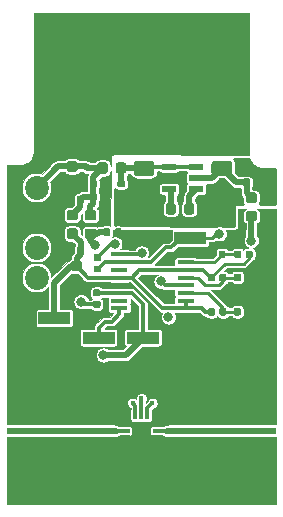
<source format=gbr>
%TF.GenerationSoftware,KiCad,Pcbnew,5.1.5-52549c5~84~ubuntu18.04.1*%
%TF.CreationDate,2020-02-04T01:27:03+01:00*%
%TF.ProjectId,HMC_RF_IPE,484d435f-5246-45f4-9950-452e6b696361,rev?*%
%TF.SameCoordinates,Original*%
%TF.FileFunction,Copper,L4,Bot*%
%TF.FilePolarity,Positive*%
%FSLAX46Y46*%
G04 Gerber Fmt 4.6, Leading zero omitted, Abs format (unit mm)*
G04 Created by KiCad (PCBNEW 5.1.5-52549c5~84~ubuntu18.04.1) date 2020-02-04 01:27:03*
%MOMM*%
%LPD*%
G04 APERTURE LIST*
%TA.AperFunction,SMDPad,CuDef*%
%ADD10R,0.304800X0.828000*%
%TD*%
%TA.AperFunction,SMDPad,CuDef*%
%ADD11R,0.828000X0.304800*%
%TD*%
%TA.AperFunction,SMDPad,CuDef*%
%ADD12R,0.828000X0.300000*%
%TD*%
%TA.AperFunction,SMDPad,CuDef*%
%ADD13R,1.500000X1.500000*%
%TD*%
%TA.AperFunction,SMDPad,CuDef*%
%ADD14R,2.350000X0.508000*%
%TD*%
%TA.AperFunction,Conductor*%
%ADD15C,0.100000*%
%TD*%
%TA.AperFunction,Conductor*%
%ADD16R,0.300000X0.304800*%
%TD*%
%TA.AperFunction,SMDPad,CuDef*%
%ADD17R,2.670000X1.020000*%
%TD*%
%TA.AperFunction,SMDPad,CuDef*%
%ADD18C,0.100000*%
%TD*%
%TA.AperFunction,ComponentPad*%
%ADD19C,2.020000*%
%TD*%
%TA.AperFunction,SMDPad,CuDef*%
%ADD20R,5.080000X2.410000*%
%TD*%
%TA.AperFunction,SMDPad,CuDef*%
%ADD21R,1.473200X0.355600*%
%TD*%
%TA.AperFunction,SMDPad,CuDef*%
%ADD22R,1.219200X0.508000*%
%TD*%
%TA.AperFunction,ViaPad*%
%ADD23C,0.400000*%
%TD*%
%TA.AperFunction,ViaPad*%
%ADD24C,0.800000*%
%TD*%
%TA.AperFunction,Conductor*%
%ADD25C,0.300000*%
%TD*%
%TA.AperFunction,Conductor*%
%ADD26C,0.520000*%
%TD*%
%TA.AperFunction,Conductor*%
%ADD27C,0.510000*%
%TD*%
%TA.AperFunction,Conductor*%
%ADD28C,0.250000*%
%TD*%
%TA.AperFunction,Conductor*%
%ADD29C,0.254000*%
%TD*%
G04 APERTURE END LIST*
D10*
%TO.P,U5,11*%
%TO.N,GND*%
X142373410Y-93765600D03*
%TO.P,U5,12*%
X141873411Y-93765600D03*
D11*
%TO.P,U5,1*%
X140981010Y-92873199D03*
D12*
%TO.P,U5,2*%
%TO.N,Net-(J6-Pad1)*%
X140981010Y-92373200D03*
D11*
%TO.P,U5,3*%
%TO.N,GND*%
X140981010Y-91873201D03*
D10*
%TO.P,U5,4*%
%TO.N,Net-(C14-Pad1)*%
X141873411Y-90980800D03*
%TO.P,U5,5*%
%TO.N,/Control/I*%
X142373410Y-90980800D03*
%TO.P,U5,6*%
%TO.N,Net-(C17-Pad1)*%
X142873409Y-90980800D03*
D11*
%TO.P,U5,7*%
%TO.N,GND*%
X143765810Y-91873201D03*
D12*
%TO.P,U5,8*%
%TO.N,Net-(J7-Pad1)*%
X143765810Y-92373200D03*
D11*
%TO.P,U5,9*%
%TO.N,GND*%
X143765810Y-92873199D03*
D10*
%TO.P,U5,10*%
X142873409Y-93765600D03*
D13*
%TO.P,U5,13*%
X142373410Y-92373200D03*
%TD*%
D14*
%TO.P,J6,1*%
%TO.N,Net-(J6-Pad1)*%
X132168410Y-92363200D03*
%TD*%
%TO.P,J7,1*%
%TO.N,Net-(J7-Pad1)*%
X152638410Y-92373200D03*
%TD*%
%TA.AperFunction,Conductor*%
D15*
%TO.N,Net-(J6-Pad1)*%
%TO.C,uT1*%
G36*
X140573410Y-92220800D02*
G01*
X140873410Y-92220800D01*
X140873410Y-92525600D01*
X140573410Y-92525600D01*
X140123410Y-92628200D01*
X139623410Y-92628200D01*
X139623410Y-92118200D01*
X140123410Y-92118200D01*
X140573410Y-92220800D01*
G37*
%TD.AperFunction*%
D16*
X140723410Y-92373200D03*
%TD*%
%TO.N,Net-(J7-Pad1)*%
%TO.C,uT2*%
X144033410Y-92373200D03*
%TA.AperFunction,Conductor*%
D15*
G36*
X144183410Y-92525600D02*
G01*
X143883410Y-92525600D01*
X143883410Y-92220800D01*
X144183410Y-92220800D01*
X144633410Y-92118200D01*
X145133410Y-92118200D01*
X145133410Y-92628200D01*
X144633410Y-92628200D01*
X144183410Y-92525600D01*
G37*
%TD.AperFunction*%
%TD*%
D17*
%TO.P,GND,1*%
%TO.N,GNDS*%
X148803410Y-74423200D03*
%TD*%
%TA.AperFunction,SMDPad,CuDef*%
D18*
%TO.P,C23,2*%
%TO.N,GND*%
G36*
X139440368Y-72253910D02*
G01*
X139454686Y-72256034D01*
X139468727Y-72259551D01*
X139482356Y-72264428D01*
X139495441Y-72270617D01*
X139507857Y-72278058D01*
X139519483Y-72286681D01*
X139530208Y-72296402D01*
X139539929Y-72307127D01*
X139548552Y-72318753D01*
X139555993Y-72331169D01*
X139562182Y-72344254D01*
X139567059Y-72357883D01*
X139570576Y-72371924D01*
X139572700Y-72386242D01*
X139573410Y-72400700D01*
X139573410Y-72745700D01*
X139572700Y-72760158D01*
X139570576Y-72774476D01*
X139567059Y-72788517D01*
X139562182Y-72802146D01*
X139555993Y-72815231D01*
X139548552Y-72827647D01*
X139539929Y-72839273D01*
X139530208Y-72849998D01*
X139519483Y-72859719D01*
X139507857Y-72868342D01*
X139495441Y-72875783D01*
X139482356Y-72881972D01*
X139468727Y-72886849D01*
X139454686Y-72890366D01*
X139440368Y-72892490D01*
X139425910Y-72893200D01*
X139130910Y-72893200D01*
X139116452Y-72892490D01*
X139102134Y-72890366D01*
X139088093Y-72886849D01*
X139074464Y-72881972D01*
X139061379Y-72875783D01*
X139048963Y-72868342D01*
X139037337Y-72859719D01*
X139026612Y-72849998D01*
X139016891Y-72839273D01*
X139008268Y-72827647D01*
X139000827Y-72815231D01*
X138994638Y-72802146D01*
X138989761Y-72788517D01*
X138986244Y-72774476D01*
X138984120Y-72760158D01*
X138983410Y-72745700D01*
X138983410Y-72400700D01*
X138984120Y-72386242D01*
X138986244Y-72371924D01*
X138989761Y-72357883D01*
X138994638Y-72344254D01*
X139000827Y-72331169D01*
X139008268Y-72318753D01*
X139016891Y-72307127D01*
X139026612Y-72296402D01*
X139037337Y-72286681D01*
X139048963Y-72278058D01*
X139061379Y-72270617D01*
X139074464Y-72264428D01*
X139088093Y-72259551D01*
X139102134Y-72256034D01*
X139116452Y-72253910D01*
X139130910Y-72253200D01*
X139425910Y-72253200D01*
X139440368Y-72253910D01*
G37*
%TD.AperFunction*%
%TA.AperFunction,SMDPad,CuDef*%
%TO.P,C23,1*%
%TO.N,+5V*%
G36*
X138470368Y-72253910D02*
G01*
X138484686Y-72256034D01*
X138498727Y-72259551D01*
X138512356Y-72264428D01*
X138525441Y-72270617D01*
X138537857Y-72278058D01*
X138549483Y-72286681D01*
X138560208Y-72296402D01*
X138569929Y-72307127D01*
X138578552Y-72318753D01*
X138585993Y-72331169D01*
X138592182Y-72344254D01*
X138597059Y-72357883D01*
X138600576Y-72371924D01*
X138602700Y-72386242D01*
X138603410Y-72400700D01*
X138603410Y-72745700D01*
X138602700Y-72760158D01*
X138600576Y-72774476D01*
X138597059Y-72788517D01*
X138592182Y-72802146D01*
X138585993Y-72815231D01*
X138578552Y-72827647D01*
X138569929Y-72839273D01*
X138560208Y-72849998D01*
X138549483Y-72859719D01*
X138537857Y-72868342D01*
X138525441Y-72875783D01*
X138512356Y-72881972D01*
X138498727Y-72886849D01*
X138484686Y-72890366D01*
X138470368Y-72892490D01*
X138455910Y-72893200D01*
X138160910Y-72893200D01*
X138146452Y-72892490D01*
X138132134Y-72890366D01*
X138118093Y-72886849D01*
X138104464Y-72881972D01*
X138091379Y-72875783D01*
X138078963Y-72868342D01*
X138067337Y-72859719D01*
X138056612Y-72849998D01*
X138046891Y-72839273D01*
X138038268Y-72827647D01*
X138030827Y-72815231D01*
X138024638Y-72802146D01*
X138019761Y-72788517D01*
X138016244Y-72774476D01*
X138014120Y-72760158D01*
X138013410Y-72745700D01*
X138013410Y-72400700D01*
X138014120Y-72386242D01*
X138016244Y-72371924D01*
X138019761Y-72357883D01*
X138024638Y-72344254D01*
X138030827Y-72331169D01*
X138038268Y-72318753D01*
X138046891Y-72307127D01*
X138056612Y-72296402D01*
X138067337Y-72286681D01*
X138078963Y-72278058D01*
X138091379Y-72270617D01*
X138104464Y-72264428D01*
X138118093Y-72259551D01*
X138132134Y-72256034D01*
X138146452Y-72253910D01*
X138160910Y-72253200D01*
X138455910Y-72253200D01*
X138470368Y-72253910D01*
G37*
%TD.AperFunction*%
%TD*%
%TA.AperFunction,SMDPad,CuDef*%
%TO.P,C22,1*%
%TO.N,+5V*%
G36*
X138470368Y-71153910D02*
G01*
X138484686Y-71156034D01*
X138498727Y-71159551D01*
X138512356Y-71164428D01*
X138525441Y-71170617D01*
X138537857Y-71178058D01*
X138549483Y-71186681D01*
X138560208Y-71196402D01*
X138569929Y-71207127D01*
X138578552Y-71218753D01*
X138585993Y-71231169D01*
X138592182Y-71244254D01*
X138597059Y-71257883D01*
X138600576Y-71271924D01*
X138602700Y-71286242D01*
X138603410Y-71300700D01*
X138603410Y-71645700D01*
X138602700Y-71660158D01*
X138600576Y-71674476D01*
X138597059Y-71688517D01*
X138592182Y-71702146D01*
X138585993Y-71715231D01*
X138578552Y-71727647D01*
X138569929Y-71739273D01*
X138560208Y-71749998D01*
X138549483Y-71759719D01*
X138537857Y-71768342D01*
X138525441Y-71775783D01*
X138512356Y-71781972D01*
X138498727Y-71786849D01*
X138484686Y-71790366D01*
X138470368Y-71792490D01*
X138455910Y-71793200D01*
X138160910Y-71793200D01*
X138146452Y-71792490D01*
X138132134Y-71790366D01*
X138118093Y-71786849D01*
X138104464Y-71781972D01*
X138091379Y-71775783D01*
X138078963Y-71768342D01*
X138067337Y-71759719D01*
X138056612Y-71749998D01*
X138046891Y-71739273D01*
X138038268Y-71727647D01*
X138030827Y-71715231D01*
X138024638Y-71702146D01*
X138019761Y-71688517D01*
X138016244Y-71674476D01*
X138014120Y-71660158D01*
X138013410Y-71645700D01*
X138013410Y-71300700D01*
X138014120Y-71286242D01*
X138016244Y-71271924D01*
X138019761Y-71257883D01*
X138024638Y-71244254D01*
X138030827Y-71231169D01*
X138038268Y-71218753D01*
X138046891Y-71207127D01*
X138056612Y-71196402D01*
X138067337Y-71186681D01*
X138078963Y-71178058D01*
X138091379Y-71170617D01*
X138104464Y-71164428D01*
X138118093Y-71159551D01*
X138132134Y-71156034D01*
X138146452Y-71153910D01*
X138160910Y-71153200D01*
X138455910Y-71153200D01*
X138470368Y-71153910D01*
G37*
%TD.AperFunction*%
%TA.AperFunction,SMDPad,CuDef*%
%TO.P,C22,2*%
%TO.N,GND*%
G36*
X139440368Y-71153910D02*
G01*
X139454686Y-71156034D01*
X139468727Y-71159551D01*
X139482356Y-71164428D01*
X139495441Y-71170617D01*
X139507857Y-71178058D01*
X139519483Y-71186681D01*
X139530208Y-71196402D01*
X139539929Y-71207127D01*
X139548552Y-71218753D01*
X139555993Y-71231169D01*
X139562182Y-71244254D01*
X139567059Y-71257883D01*
X139570576Y-71271924D01*
X139572700Y-71286242D01*
X139573410Y-71300700D01*
X139573410Y-71645700D01*
X139572700Y-71660158D01*
X139570576Y-71674476D01*
X139567059Y-71688517D01*
X139562182Y-71702146D01*
X139555993Y-71715231D01*
X139548552Y-71727647D01*
X139539929Y-71739273D01*
X139530208Y-71749998D01*
X139519483Y-71759719D01*
X139507857Y-71768342D01*
X139495441Y-71775783D01*
X139482356Y-71781972D01*
X139468727Y-71786849D01*
X139454686Y-71790366D01*
X139440368Y-71792490D01*
X139425910Y-71793200D01*
X139130910Y-71793200D01*
X139116452Y-71792490D01*
X139102134Y-71790366D01*
X139088093Y-71786849D01*
X139074464Y-71781972D01*
X139061379Y-71775783D01*
X139048963Y-71768342D01*
X139037337Y-71759719D01*
X139026612Y-71749998D01*
X139016891Y-71739273D01*
X139008268Y-71727647D01*
X139000827Y-71715231D01*
X138994638Y-71702146D01*
X138989761Y-71688517D01*
X138986244Y-71674476D01*
X138984120Y-71660158D01*
X138983410Y-71645700D01*
X138983410Y-71300700D01*
X138984120Y-71286242D01*
X138986244Y-71271924D01*
X138989761Y-71257883D01*
X138994638Y-71244254D01*
X139000827Y-71231169D01*
X139008268Y-71218753D01*
X139016891Y-71207127D01*
X139026612Y-71196402D01*
X139037337Y-71186681D01*
X139048963Y-71178058D01*
X139061379Y-71170617D01*
X139074464Y-71164428D01*
X139088093Y-71159551D01*
X139102134Y-71156034D01*
X139116452Y-71153910D01*
X139130910Y-71153200D01*
X139425910Y-71153200D01*
X139440368Y-71153910D01*
G37*
%TD.AperFunction*%
%TD*%
%TA.AperFunction,SMDPad,CuDef*%
%TO.P,C20,2*%
%TO.N,GND*%
G36*
X136410368Y-72493910D02*
G01*
X136424686Y-72496034D01*
X136438727Y-72499551D01*
X136452356Y-72504428D01*
X136465441Y-72510617D01*
X136477857Y-72518058D01*
X136489483Y-72526681D01*
X136500208Y-72536402D01*
X136509929Y-72547127D01*
X136518552Y-72558753D01*
X136525993Y-72571169D01*
X136532182Y-72584254D01*
X136537059Y-72597883D01*
X136540576Y-72611924D01*
X136542700Y-72626242D01*
X136543410Y-72640700D01*
X136543410Y-72985700D01*
X136542700Y-73000158D01*
X136540576Y-73014476D01*
X136537059Y-73028517D01*
X136532182Y-73042146D01*
X136525993Y-73055231D01*
X136518552Y-73067647D01*
X136509929Y-73079273D01*
X136500208Y-73089998D01*
X136489483Y-73099719D01*
X136477857Y-73108342D01*
X136465441Y-73115783D01*
X136452356Y-73121972D01*
X136438727Y-73126849D01*
X136424686Y-73130366D01*
X136410368Y-73132490D01*
X136395910Y-73133200D01*
X136100910Y-73133200D01*
X136086452Y-73132490D01*
X136072134Y-73130366D01*
X136058093Y-73126849D01*
X136044464Y-73121972D01*
X136031379Y-73115783D01*
X136018963Y-73108342D01*
X136007337Y-73099719D01*
X135996612Y-73089998D01*
X135986891Y-73079273D01*
X135978268Y-73067647D01*
X135970827Y-73055231D01*
X135964638Y-73042146D01*
X135959761Y-73028517D01*
X135956244Y-73014476D01*
X135954120Y-73000158D01*
X135953410Y-72985700D01*
X135953410Y-72640700D01*
X135954120Y-72626242D01*
X135956244Y-72611924D01*
X135959761Y-72597883D01*
X135964638Y-72584254D01*
X135970827Y-72571169D01*
X135978268Y-72558753D01*
X135986891Y-72547127D01*
X135996612Y-72536402D01*
X136007337Y-72526681D01*
X136018963Y-72518058D01*
X136031379Y-72510617D01*
X136044464Y-72504428D01*
X136058093Y-72499551D01*
X136072134Y-72496034D01*
X136086452Y-72493910D01*
X136100910Y-72493200D01*
X136395910Y-72493200D01*
X136410368Y-72493910D01*
G37*
%TD.AperFunction*%
%TA.AperFunction,SMDPad,CuDef*%
%TO.P,C20,1*%
%TO.N,+5V*%
G36*
X137380368Y-72493910D02*
G01*
X137394686Y-72496034D01*
X137408727Y-72499551D01*
X137422356Y-72504428D01*
X137435441Y-72510617D01*
X137447857Y-72518058D01*
X137459483Y-72526681D01*
X137470208Y-72536402D01*
X137479929Y-72547127D01*
X137488552Y-72558753D01*
X137495993Y-72571169D01*
X137502182Y-72584254D01*
X137507059Y-72597883D01*
X137510576Y-72611924D01*
X137512700Y-72626242D01*
X137513410Y-72640700D01*
X137513410Y-72985700D01*
X137512700Y-73000158D01*
X137510576Y-73014476D01*
X137507059Y-73028517D01*
X137502182Y-73042146D01*
X137495993Y-73055231D01*
X137488552Y-73067647D01*
X137479929Y-73079273D01*
X137470208Y-73089998D01*
X137459483Y-73099719D01*
X137447857Y-73108342D01*
X137435441Y-73115783D01*
X137422356Y-73121972D01*
X137408727Y-73126849D01*
X137394686Y-73130366D01*
X137380368Y-73132490D01*
X137365910Y-73133200D01*
X137070910Y-73133200D01*
X137056452Y-73132490D01*
X137042134Y-73130366D01*
X137028093Y-73126849D01*
X137014464Y-73121972D01*
X137001379Y-73115783D01*
X136988963Y-73108342D01*
X136977337Y-73099719D01*
X136966612Y-73089998D01*
X136956891Y-73079273D01*
X136948268Y-73067647D01*
X136940827Y-73055231D01*
X136934638Y-73042146D01*
X136929761Y-73028517D01*
X136926244Y-73014476D01*
X136924120Y-73000158D01*
X136923410Y-72985700D01*
X136923410Y-72640700D01*
X136924120Y-72626242D01*
X136926244Y-72611924D01*
X136929761Y-72597883D01*
X136934638Y-72584254D01*
X136940827Y-72571169D01*
X136948268Y-72558753D01*
X136956891Y-72547127D01*
X136966612Y-72536402D01*
X136977337Y-72526681D01*
X136988963Y-72518058D01*
X137001379Y-72510617D01*
X137014464Y-72504428D01*
X137028093Y-72499551D01*
X137042134Y-72496034D01*
X137056452Y-72493910D01*
X137070910Y-72493200D01*
X137365910Y-72493200D01*
X137380368Y-72493910D01*
G37*
%TD.AperFunction*%
%TD*%
%TA.AperFunction,SMDPad,CuDef*%
%TO.P,C12,2*%
%TO.N,GNDS*%
G36*
X149852914Y-72309404D02*
G01*
X149877183Y-72313004D01*
X149900981Y-72318965D01*
X149924081Y-72327230D01*
X149946259Y-72337720D01*
X149967303Y-72350333D01*
X149987008Y-72364947D01*
X150005187Y-72381423D01*
X150021663Y-72399602D01*
X150036277Y-72419307D01*
X150048890Y-72440351D01*
X150059380Y-72462529D01*
X150067645Y-72485629D01*
X150073606Y-72509427D01*
X150077206Y-72533696D01*
X150078410Y-72558200D01*
X150078410Y-73308200D01*
X150077206Y-73332704D01*
X150073606Y-73356973D01*
X150067645Y-73380771D01*
X150059380Y-73403871D01*
X150048890Y-73426049D01*
X150036277Y-73447093D01*
X150021663Y-73466798D01*
X150005187Y-73484977D01*
X149987008Y-73501453D01*
X149967303Y-73516067D01*
X149946259Y-73528680D01*
X149924081Y-73539170D01*
X149900981Y-73547435D01*
X149877183Y-73553396D01*
X149852914Y-73556996D01*
X149828410Y-73558200D01*
X148578410Y-73558200D01*
X148553906Y-73556996D01*
X148529637Y-73553396D01*
X148505839Y-73547435D01*
X148482739Y-73539170D01*
X148460561Y-73528680D01*
X148439517Y-73516067D01*
X148419812Y-73501453D01*
X148401633Y-73484977D01*
X148385157Y-73466798D01*
X148370543Y-73447093D01*
X148357930Y-73426049D01*
X148347440Y-73403871D01*
X148339175Y-73380771D01*
X148333214Y-73356973D01*
X148329614Y-73332704D01*
X148328410Y-73308200D01*
X148328410Y-72558200D01*
X148329614Y-72533696D01*
X148333214Y-72509427D01*
X148339175Y-72485629D01*
X148347440Y-72462529D01*
X148357930Y-72440351D01*
X148370543Y-72419307D01*
X148385157Y-72399602D01*
X148401633Y-72381423D01*
X148419812Y-72364947D01*
X148439517Y-72350333D01*
X148460561Y-72337720D01*
X148482739Y-72327230D01*
X148505839Y-72318965D01*
X148529637Y-72313004D01*
X148553906Y-72309404D01*
X148578410Y-72308200D01*
X149828410Y-72308200D01*
X149852914Y-72309404D01*
G37*
%TD.AperFunction*%
%TA.AperFunction,SMDPad,CuDef*%
%TO.P,C12,1*%
%TO.N,Net-(C12-Pad1)*%
G36*
X149852914Y-69509404D02*
G01*
X149877183Y-69513004D01*
X149900981Y-69518965D01*
X149924081Y-69527230D01*
X149946259Y-69537720D01*
X149967303Y-69550333D01*
X149987008Y-69564947D01*
X150005187Y-69581423D01*
X150021663Y-69599602D01*
X150036277Y-69619307D01*
X150048890Y-69640351D01*
X150059380Y-69662529D01*
X150067645Y-69685629D01*
X150073606Y-69709427D01*
X150077206Y-69733696D01*
X150078410Y-69758200D01*
X150078410Y-70508200D01*
X150077206Y-70532704D01*
X150073606Y-70556973D01*
X150067645Y-70580771D01*
X150059380Y-70603871D01*
X150048890Y-70626049D01*
X150036277Y-70647093D01*
X150021663Y-70666798D01*
X150005187Y-70684977D01*
X149987008Y-70701453D01*
X149967303Y-70716067D01*
X149946259Y-70728680D01*
X149924081Y-70739170D01*
X149900981Y-70747435D01*
X149877183Y-70753396D01*
X149852914Y-70756996D01*
X149828410Y-70758200D01*
X148578410Y-70758200D01*
X148553906Y-70756996D01*
X148529637Y-70753396D01*
X148505839Y-70747435D01*
X148482739Y-70739170D01*
X148460561Y-70728680D01*
X148439517Y-70716067D01*
X148419812Y-70701453D01*
X148401633Y-70684977D01*
X148385157Y-70666798D01*
X148370543Y-70647093D01*
X148357930Y-70626049D01*
X148347440Y-70603871D01*
X148339175Y-70580771D01*
X148333214Y-70556973D01*
X148329614Y-70532704D01*
X148328410Y-70508200D01*
X148328410Y-69758200D01*
X148329614Y-69733696D01*
X148333214Y-69709427D01*
X148339175Y-69685629D01*
X148347440Y-69662529D01*
X148357930Y-69640351D01*
X148370543Y-69619307D01*
X148385157Y-69599602D01*
X148401633Y-69581423D01*
X148419812Y-69564947D01*
X148439517Y-69550333D01*
X148460561Y-69537720D01*
X148482739Y-69527230D01*
X148505839Y-69518965D01*
X148529637Y-69513004D01*
X148553906Y-69509404D01*
X148578410Y-69508200D01*
X149828410Y-69508200D01*
X149852914Y-69509404D01*
G37*
%TD.AperFunction*%
%TD*%
%TA.AperFunction,SMDPad,CuDef*%
%TO.P,C5,2*%
%TO.N,GNDS*%
G36*
X152430368Y-71003910D02*
G01*
X152444686Y-71006034D01*
X152458727Y-71009551D01*
X152472356Y-71014428D01*
X152485441Y-71020617D01*
X152497857Y-71028058D01*
X152509483Y-71036681D01*
X152520208Y-71046402D01*
X152529929Y-71057127D01*
X152538552Y-71068753D01*
X152545993Y-71081169D01*
X152552182Y-71094254D01*
X152557059Y-71107883D01*
X152560576Y-71121924D01*
X152562700Y-71136242D01*
X152563410Y-71150700D01*
X152563410Y-71495700D01*
X152562700Y-71510158D01*
X152560576Y-71524476D01*
X152557059Y-71538517D01*
X152552182Y-71552146D01*
X152545993Y-71565231D01*
X152538552Y-71577647D01*
X152529929Y-71589273D01*
X152520208Y-71599998D01*
X152509483Y-71609719D01*
X152497857Y-71618342D01*
X152485441Y-71625783D01*
X152472356Y-71631972D01*
X152458727Y-71636849D01*
X152444686Y-71640366D01*
X152430368Y-71642490D01*
X152415910Y-71643200D01*
X152120910Y-71643200D01*
X152106452Y-71642490D01*
X152092134Y-71640366D01*
X152078093Y-71636849D01*
X152064464Y-71631972D01*
X152051379Y-71625783D01*
X152038963Y-71618342D01*
X152027337Y-71609719D01*
X152016612Y-71599998D01*
X152006891Y-71589273D01*
X151998268Y-71577647D01*
X151990827Y-71565231D01*
X151984638Y-71552146D01*
X151979761Y-71538517D01*
X151976244Y-71524476D01*
X151974120Y-71510158D01*
X151973410Y-71495700D01*
X151973410Y-71150700D01*
X151974120Y-71136242D01*
X151976244Y-71121924D01*
X151979761Y-71107883D01*
X151984638Y-71094254D01*
X151990827Y-71081169D01*
X151998268Y-71068753D01*
X152006891Y-71057127D01*
X152016612Y-71046402D01*
X152027337Y-71036681D01*
X152038963Y-71028058D01*
X152051379Y-71020617D01*
X152064464Y-71014428D01*
X152078093Y-71009551D01*
X152092134Y-71006034D01*
X152106452Y-71003910D01*
X152120910Y-71003200D01*
X152415910Y-71003200D01*
X152430368Y-71003910D01*
G37*
%TD.AperFunction*%
%TA.AperFunction,SMDPad,CuDef*%
%TO.P,C5,1*%
%TO.N,Net-(C12-Pad1)*%
G36*
X151460368Y-71003910D02*
G01*
X151474686Y-71006034D01*
X151488727Y-71009551D01*
X151502356Y-71014428D01*
X151515441Y-71020617D01*
X151527857Y-71028058D01*
X151539483Y-71036681D01*
X151550208Y-71046402D01*
X151559929Y-71057127D01*
X151568552Y-71068753D01*
X151575993Y-71081169D01*
X151582182Y-71094254D01*
X151587059Y-71107883D01*
X151590576Y-71121924D01*
X151592700Y-71136242D01*
X151593410Y-71150700D01*
X151593410Y-71495700D01*
X151592700Y-71510158D01*
X151590576Y-71524476D01*
X151587059Y-71538517D01*
X151582182Y-71552146D01*
X151575993Y-71565231D01*
X151568552Y-71577647D01*
X151559929Y-71589273D01*
X151550208Y-71599998D01*
X151539483Y-71609719D01*
X151527857Y-71618342D01*
X151515441Y-71625783D01*
X151502356Y-71631972D01*
X151488727Y-71636849D01*
X151474686Y-71640366D01*
X151460368Y-71642490D01*
X151445910Y-71643200D01*
X151150910Y-71643200D01*
X151136452Y-71642490D01*
X151122134Y-71640366D01*
X151108093Y-71636849D01*
X151094464Y-71631972D01*
X151081379Y-71625783D01*
X151068963Y-71618342D01*
X151057337Y-71609719D01*
X151046612Y-71599998D01*
X151036891Y-71589273D01*
X151028268Y-71577647D01*
X151020827Y-71565231D01*
X151014638Y-71552146D01*
X151009761Y-71538517D01*
X151006244Y-71524476D01*
X151004120Y-71510158D01*
X151003410Y-71495700D01*
X151003410Y-71150700D01*
X151004120Y-71136242D01*
X151006244Y-71121924D01*
X151009761Y-71107883D01*
X151014638Y-71094254D01*
X151020827Y-71081169D01*
X151028268Y-71068753D01*
X151036891Y-71057127D01*
X151046612Y-71046402D01*
X151057337Y-71036681D01*
X151068963Y-71028058D01*
X151081379Y-71020617D01*
X151094464Y-71014428D01*
X151108093Y-71009551D01*
X151122134Y-71006034D01*
X151136452Y-71003910D01*
X151150910Y-71003200D01*
X151445910Y-71003200D01*
X151460368Y-71003910D01*
G37*
%TD.AperFunction*%
%TD*%
%TA.AperFunction,SMDPad,CuDef*%
%TO.P,L2,2*%
%TO.N,Net-(C12-Pad1)*%
G36*
X151991101Y-72189253D02*
G01*
X152012336Y-72192403D01*
X152033160Y-72197619D01*
X152053372Y-72204851D01*
X152072778Y-72214030D01*
X152091191Y-72225066D01*
X152108434Y-72237854D01*
X152124340Y-72252270D01*
X152138756Y-72268176D01*
X152151544Y-72285419D01*
X152162580Y-72303832D01*
X152171759Y-72323238D01*
X152178991Y-72343450D01*
X152184207Y-72364274D01*
X152187357Y-72385509D01*
X152188410Y-72406950D01*
X152188410Y-72844450D01*
X152187357Y-72865891D01*
X152184207Y-72887126D01*
X152178991Y-72907950D01*
X152171759Y-72928162D01*
X152162580Y-72947568D01*
X152151544Y-72965981D01*
X152138756Y-72983224D01*
X152124340Y-72999130D01*
X152108434Y-73013546D01*
X152091191Y-73026334D01*
X152072778Y-73037370D01*
X152053372Y-73046549D01*
X152033160Y-73053781D01*
X152012336Y-73058997D01*
X151991101Y-73062147D01*
X151969660Y-73063200D01*
X151457160Y-73063200D01*
X151435719Y-73062147D01*
X151414484Y-73058997D01*
X151393660Y-73053781D01*
X151373448Y-73046549D01*
X151354042Y-73037370D01*
X151335629Y-73026334D01*
X151318386Y-73013546D01*
X151302480Y-72999130D01*
X151288064Y-72983224D01*
X151275276Y-72965981D01*
X151264240Y-72947568D01*
X151255061Y-72928162D01*
X151247829Y-72907950D01*
X151242613Y-72887126D01*
X151239463Y-72865891D01*
X151238410Y-72844450D01*
X151238410Y-72406950D01*
X151239463Y-72385509D01*
X151242613Y-72364274D01*
X151247829Y-72343450D01*
X151255061Y-72323238D01*
X151264240Y-72303832D01*
X151275276Y-72285419D01*
X151288064Y-72268176D01*
X151302480Y-72252270D01*
X151318386Y-72237854D01*
X151335629Y-72225066D01*
X151354042Y-72214030D01*
X151373448Y-72204851D01*
X151393660Y-72197619D01*
X151414484Y-72192403D01*
X151435719Y-72189253D01*
X151457160Y-72188200D01*
X151969660Y-72188200D01*
X151991101Y-72189253D01*
G37*
%TD.AperFunction*%
%TA.AperFunction,SMDPad,CuDef*%
%TO.P,L2,1*%
%TO.N,VSS*%
G36*
X151991101Y-73764253D02*
G01*
X152012336Y-73767403D01*
X152033160Y-73772619D01*
X152053372Y-73779851D01*
X152072778Y-73789030D01*
X152091191Y-73800066D01*
X152108434Y-73812854D01*
X152124340Y-73827270D01*
X152138756Y-73843176D01*
X152151544Y-73860419D01*
X152162580Y-73878832D01*
X152171759Y-73898238D01*
X152178991Y-73918450D01*
X152184207Y-73939274D01*
X152187357Y-73960509D01*
X152188410Y-73981950D01*
X152188410Y-74419450D01*
X152187357Y-74440891D01*
X152184207Y-74462126D01*
X152178991Y-74482950D01*
X152171759Y-74503162D01*
X152162580Y-74522568D01*
X152151544Y-74540981D01*
X152138756Y-74558224D01*
X152124340Y-74574130D01*
X152108434Y-74588546D01*
X152091191Y-74601334D01*
X152072778Y-74612370D01*
X152053372Y-74621549D01*
X152033160Y-74628781D01*
X152012336Y-74633997D01*
X151991101Y-74637147D01*
X151969660Y-74638200D01*
X151457160Y-74638200D01*
X151435719Y-74637147D01*
X151414484Y-74633997D01*
X151393660Y-74628781D01*
X151373448Y-74621549D01*
X151354042Y-74612370D01*
X151335629Y-74601334D01*
X151318386Y-74588546D01*
X151302480Y-74574130D01*
X151288064Y-74558224D01*
X151275276Y-74540981D01*
X151264240Y-74522568D01*
X151255061Y-74503162D01*
X151247829Y-74482950D01*
X151242613Y-74462126D01*
X151239463Y-74440891D01*
X151238410Y-74419450D01*
X151238410Y-73981950D01*
X151239463Y-73960509D01*
X151242613Y-73939274D01*
X151247829Y-73918450D01*
X151255061Y-73898238D01*
X151264240Y-73878832D01*
X151275276Y-73860419D01*
X151288064Y-73843176D01*
X151302480Y-73827270D01*
X151318386Y-73812854D01*
X151335629Y-73800066D01*
X151354042Y-73789030D01*
X151373448Y-73779851D01*
X151393660Y-73772619D01*
X151414484Y-73767403D01*
X151435719Y-73764253D01*
X151457160Y-73763200D01*
X151969660Y-73763200D01*
X151991101Y-73764253D01*
G37*
%TD.AperFunction*%
%TD*%
%TA.AperFunction,SMDPad,CuDef*%
%TO.P,L1,1*%
%TO.N,+5V*%
G36*
X139336101Y-69641753D02*
G01*
X139357336Y-69644903D01*
X139378160Y-69650119D01*
X139398372Y-69657351D01*
X139417778Y-69666530D01*
X139436191Y-69677566D01*
X139453434Y-69690354D01*
X139469340Y-69704770D01*
X139483756Y-69720676D01*
X139496544Y-69737919D01*
X139507580Y-69756332D01*
X139516759Y-69775738D01*
X139523991Y-69795950D01*
X139529207Y-69816774D01*
X139532357Y-69838009D01*
X139533410Y-69859450D01*
X139533410Y-70371950D01*
X139532357Y-70393391D01*
X139529207Y-70414626D01*
X139523991Y-70435450D01*
X139516759Y-70455662D01*
X139507580Y-70475068D01*
X139496544Y-70493481D01*
X139483756Y-70510724D01*
X139469340Y-70526630D01*
X139453434Y-70541046D01*
X139436191Y-70553834D01*
X139417778Y-70564870D01*
X139398372Y-70574049D01*
X139378160Y-70581281D01*
X139357336Y-70586497D01*
X139336101Y-70589647D01*
X139314660Y-70590700D01*
X138877160Y-70590700D01*
X138855719Y-70589647D01*
X138834484Y-70586497D01*
X138813660Y-70581281D01*
X138793448Y-70574049D01*
X138774042Y-70564870D01*
X138755629Y-70553834D01*
X138738386Y-70541046D01*
X138722480Y-70526630D01*
X138708064Y-70510724D01*
X138695276Y-70493481D01*
X138684240Y-70475068D01*
X138675061Y-70455662D01*
X138667829Y-70435450D01*
X138662613Y-70414626D01*
X138659463Y-70393391D01*
X138658410Y-70371950D01*
X138658410Y-69859450D01*
X138659463Y-69838009D01*
X138662613Y-69816774D01*
X138667829Y-69795950D01*
X138675061Y-69775738D01*
X138684240Y-69756332D01*
X138695276Y-69737919D01*
X138708064Y-69720676D01*
X138722480Y-69704770D01*
X138738386Y-69690354D01*
X138755629Y-69677566D01*
X138774042Y-69666530D01*
X138793448Y-69657351D01*
X138813660Y-69650119D01*
X138834484Y-69644903D01*
X138855719Y-69641753D01*
X138877160Y-69640700D01*
X139314660Y-69640700D01*
X139336101Y-69641753D01*
G37*
%TD.AperFunction*%
%TA.AperFunction,SMDPad,CuDef*%
%TO.P,L1,2*%
%TO.N,Net-(C1-Pad1)*%
G36*
X140911101Y-69641753D02*
G01*
X140932336Y-69644903D01*
X140953160Y-69650119D01*
X140973372Y-69657351D01*
X140992778Y-69666530D01*
X141011191Y-69677566D01*
X141028434Y-69690354D01*
X141044340Y-69704770D01*
X141058756Y-69720676D01*
X141071544Y-69737919D01*
X141082580Y-69756332D01*
X141091759Y-69775738D01*
X141098991Y-69795950D01*
X141104207Y-69816774D01*
X141107357Y-69838009D01*
X141108410Y-69859450D01*
X141108410Y-70371950D01*
X141107357Y-70393391D01*
X141104207Y-70414626D01*
X141098991Y-70435450D01*
X141091759Y-70455662D01*
X141082580Y-70475068D01*
X141071544Y-70493481D01*
X141058756Y-70510724D01*
X141044340Y-70526630D01*
X141028434Y-70541046D01*
X141011191Y-70553834D01*
X140992778Y-70564870D01*
X140973372Y-70574049D01*
X140953160Y-70581281D01*
X140932336Y-70586497D01*
X140911101Y-70589647D01*
X140889660Y-70590700D01*
X140452160Y-70590700D01*
X140430719Y-70589647D01*
X140409484Y-70586497D01*
X140388660Y-70581281D01*
X140368448Y-70574049D01*
X140349042Y-70564870D01*
X140330629Y-70553834D01*
X140313386Y-70541046D01*
X140297480Y-70526630D01*
X140283064Y-70510724D01*
X140270276Y-70493481D01*
X140259240Y-70475068D01*
X140250061Y-70455662D01*
X140242829Y-70435450D01*
X140237613Y-70414626D01*
X140234463Y-70393391D01*
X140233410Y-70371950D01*
X140233410Y-69859450D01*
X140234463Y-69838009D01*
X140237613Y-69816774D01*
X140242829Y-69795950D01*
X140250061Y-69775738D01*
X140259240Y-69756332D01*
X140270276Y-69737919D01*
X140283064Y-69720676D01*
X140297480Y-69704770D01*
X140313386Y-69690354D01*
X140330629Y-69677566D01*
X140349042Y-69666530D01*
X140368448Y-69657351D01*
X140388660Y-69650119D01*
X140409484Y-69644903D01*
X140430719Y-69641753D01*
X140452160Y-69640700D01*
X140889660Y-69640700D01*
X140911101Y-69641753D01*
G37*
%TD.AperFunction*%
%TD*%
%TA.AperFunction,SMDPad,CuDef*%
%TO.P,L4,2*%
%TO.N,Net-(5V1-Pad1)*%
G36*
X136821101Y-75234253D02*
G01*
X136842336Y-75237403D01*
X136863160Y-75242619D01*
X136883372Y-75249851D01*
X136902778Y-75259030D01*
X136921191Y-75270066D01*
X136938434Y-75282854D01*
X136954340Y-75297270D01*
X136968756Y-75313176D01*
X136981544Y-75330419D01*
X136992580Y-75348832D01*
X137001759Y-75368238D01*
X137008991Y-75388450D01*
X137014207Y-75409274D01*
X137017357Y-75430509D01*
X137018410Y-75451950D01*
X137018410Y-75889450D01*
X137017357Y-75910891D01*
X137014207Y-75932126D01*
X137008991Y-75952950D01*
X137001759Y-75973162D01*
X136992580Y-75992568D01*
X136981544Y-76010981D01*
X136968756Y-76028224D01*
X136954340Y-76044130D01*
X136938434Y-76058546D01*
X136921191Y-76071334D01*
X136902778Y-76082370D01*
X136883372Y-76091549D01*
X136863160Y-76098781D01*
X136842336Y-76103997D01*
X136821101Y-76107147D01*
X136799660Y-76108200D01*
X136287160Y-76108200D01*
X136265719Y-76107147D01*
X136244484Y-76103997D01*
X136223660Y-76098781D01*
X136203448Y-76091549D01*
X136184042Y-76082370D01*
X136165629Y-76071334D01*
X136148386Y-76058546D01*
X136132480Y-76044130D01*
X136118064Y-76028224D01*
X136105276Y-76010981D01*
X136094240Y-75992568D01*
X136085061Y-75973162D01*
X136077829Y-75952950D01*
X136072613Y-75932126D01*
X136069463Y-75910891D01*
X136068410Y-75889450D01*
X136068410Y-75451950D01*
X136069463Y-75430509D01*
X136072613Y-75409274D01*
X136077829Y-75388450D01*
X136085061Y-75368238D01*
X136094240Y-75348832D01*
X136105276Y-75330419D01*
X136118064Y-75313176D01*
X136132480Y-75297270D01*
X136148386Y-75282854D01*
X136165629Y-75270066D01*
X136184042Y-75259030D01*
X136203448Y-75249851D01*
X136223660Y-75242619D01*
X136244484Y-75237403D01*
X136265719Y-75234253D01*
X136287160Y-75233200D01*
X136799660Y-75233200D01*
X136821101Y-75234253D01*
G37*
%TD.AperFunction*%
%TA.AperFunction,SMDPad,CuDef*%
%TO.P,L4,1*%
%TO.N,+5V*%
G36*
X136821101Y-73659253D02*
G01*
X136842336Y-73662403D01*
X136863160Y-73667619D01*
X136883372Y-73674851D01*
X136902778Y-73684030D01*
X136921191Y-73695066D01*
X136938434Y-73707854D01*
X136954340Y-73722270D01*
X136968756Y-73738176D01*
X136981544Y-73755419D01*
X136992580Y-73773832D01*
X137001759Y-73793238D01*
X137008991Y-73813450D01*
X137014207Y-73834274D01*
X137017357Y-73855509D01*
X137018410Y-73876950D01*
X137018410Y-74314450D01*
X137017357Y-74335891D01*
X137014207Y-74357126D01*
X137008991Y-74377950D01*
X137001759Y-74398162D01*
X136992580Y-74417568D01*
X136981544Y-74435981D01*
X136968756Y-74453224D01*
X136954340Y-74469130D01*
X136938434Y-74483546D01*
X136921191Y-74496334D01*
X136902778Y-74507370D01*
X136883372Y-74516549D01*
X136863160Y-74523781D01*
X136842336Y-74528997D01*
X136821101Y-74532147D01*
X136799660Y-74533200D01*
X136287160Y-74533200D01*
X136265719Y-74532147D01*
X136244484Y-74528997D01*
X136223660Y-74523781D01*
X136203448Y-74516549D01*
X136184042Y-74507370D01*
X136165629Y-74496334D01*
X136148386Y-74483546D01*
X136132480Y-74469130D01*
X136118064Y-74453224D01*
X136105276Y-74435981D01*
X136094240Y-74417568D01*
X136085061Y-74398162D01*
X136077829Y-74377950D01*
X136072613Y-74357126D01*
X136069463Y-74335891D01*
X136068410Y-74314450D01*
X136068410Y-73876950D01*
X136069463Y-73855509D01*
X136072613Y-73834274D01*
X136077829Y-73813450D01*
X136085061Y-73793238D01*
X136094240Y-73773832D01*
X136105276Y-73755419D01*
X136118064Y-73738176D01*
X136132480Y-73722270D01*
X136148386Y-73707854D01*
X136165629Y-73695066D01*
X136184042Y-73684030D01*
X136203448Y-73674851D01*
X136223660Y-73667619D01*
X136244484Y-73662403D01*
X136265719Y-73659253D01*
X136287160Y-73658200D01*
X136799660Y-73658200D01*
X136821101Y-73659253D01*
G37*
%TD.AperFunction*%
%TD*%
%TA.AperFunction,SMDPad,CuDef*%
%TO.P,L3,2*%
%TO.N,Net-(C10-Pad1)*%
G36*
X138361101Y-75244253D02*
G01*
X138382336Y-75247403D01*
X138403160Y-75252619D01*
X138423372Y-75259851D01*
X138442778Y-75269030D01*
X138461191Y-75280066D01*
X138478434Y-75292854D01*
X138494340Y-75307270D01*
X138508756Y-75323176D01*
X138521544Y-75340419D01*
X138532580Y-75358832D01*
X138541759Y-75378238D01*
X138548991Y-75398450D01*
X138554207Y-75419274D01*
X138557357Y-75440509D01*
X138558410Y-75461950D01*
X138558410Y-75899450D01*
X138557357Y-75920891D01*
X138554207Y-75942126D01*
X138548991Y-75962950D01*
X138541759Y-75983162D01*
X138532580Y-76002568D01*
X138521544Y-76020981D01*
X138508756Y-76038224D01*
X138494340Y-76054130D01*
X138478434Y-76068546D01*
X138461191Y-76081334D01*
X138442778Y-76092370D01*
X138423372Y-76101549D01*
X138403160Y-76108781D01*
X138382336Y-76113997D01*
X138361101Y-76117147D01*
X138339660Y-76118200D01*
X137827160Y-76118200D01*
X137805719Y-76117147D01*
X137784484Y-76113997D01*
X137763660Y-76108781D01*
X137743448Y-76101549D01*
X137724042Y-76092370D01*
X137705629Y-76081334D01*
X137688386Y-76068546D01*
X137672480Y-76054130D01*
X137658064Y-76038224D01*
X137645276Y-76020981D01*
X137634240Y-76002568D01*
X137625061Y-75983162D01*
X137617829Y-75962950D01*
X137612613Y-75942126D01*
X137609463Y-75920891D01*
X137608410Y-75899450D01*
X137608410Y-75461950D01*
X137609463Y-75440509D01*
X137612613Y-75419274D01*
X137617829Y-75398450D01*
X137625061Y-75378238D01*
X137634240Y-75358832D01*
X137645276Y-75340419D01*
X137658064Y-75323176D01*
X137672480Y-75307270D01*
X137688386Y-75292854D01*
X137705629Y-75280066D01*
X137724042Y-75269030D01*
X137743448Y-75259851D01*
X137763660Y-75252619D01*
X137784484Y-75247403D01*
X137805719Y-75244253D01*
X137827160Y-75243200D01*
X138339660Y-75243200D01*
X138361101Y-75244253D01*
G37*
%TD.AperFunction*%
%TA.AperFunction,SMDPad,CuDef*%
%TO.P,L3,1*%
%TO.N,+5V*%
G36*
X138361101Y-73669253D02*
G01*
X138382336Y-73672403D01*
X138403160Y-73677619D01*
X138423372Y-73684851D01*
X138442778Y-73694030D01*
X138461191Y-73705066D01*
X138478434Y-73717854D01*
X138494340Y-73732270D01*
X138508756Y-73748176D01*
X138521544Y-73765419D01*
X138532580Y-73783832D01*
X138541759Y-73803238D01*
X138548991Y-73823450D01*
X138554207Y-73844274D01*
X138557357Y-73865509D01*
X138558410Y-73886950D01*
X138558410Y-74324450D01*
X138557357Y-74345891D01*
X138554207Y-74367126D01*
X138548991Y-74387950D01*
X138541759Y-74408162D01*
X138532580Y-74427568D01*
X138521544Y-74445981D01*
X138508756Y-74463224D01*
X138494340Y-74479130D01*
X138478434Y-74493546D01*
X138461191Y-74506334D01*
X138442778Y-74517370D01*
X138423372Y-74526549D01*
X138403160Y-74533781D01*
X138382336Y-74538997D01*
X138361101Y-74542147D01*
X138339660Y-74543200D01*
X137827160Y-74543200D01*
X137805719Y-74542147D01*
X137784484Y-74538997D01*
X137763660Y-74533781D01*
X137743448Y-74526549D01*
X137724042Y-74517370D01*
X137705629Y-74506334D01*
X137688386Y-74493546D01*
X137672480Y-74479130D01*
X137658064Y-74463224D01*
X137645276Y-74445981D01*
X137634240Y-74427568D01*
X137625061Y-74408162D01*
X137617829Y-74387950D01*
X137612613Y-74367126D01*
X137609463Y-74345891D01*
X137608410Y-74324450D01*
X137608410Y-73886950D01*
X137609463Y-73865509D01*
X137612613Y-73844274D01*
X137617829Y-73823450D01*
X137625061Y-73803238D01*
X137634240Y-73783832D01*
X137645276Y-73765419D01*
X137658064Y-73748176D01*
X137672480Y-73732270D01*
X137688386Y-73717854D01*
X137705629Y-73705066D01*
X137724042Y-73694030D01*
X137743448Y-73684851D01*
X137763660Y-73677619D01*
X137784484Y-73672403D01*
X137805719Y-73669253D01*
X137827160Y-73668200D01*
X138339660Y-73668200D01*
X138361101Y-73669253D01*
G37*
%TD.AperFunction*%
%TD*%
D19*
%TO.P,J1,1*%
%TO.N,+5V*%
X133513410Y-71773200D03*
%TO.P,J1,2*%
%TO.N,GND*%
X133513410Y-74313200D03*
%TO.P,J1,3*%
%TO.N,Net-(J1-Pad3)*%
X133513410Y-76853200D03*
%TO.P,J1,4*%
%TO.N,Net-(J1-Pad4)*%
X133513410Y-79393200D03*
%TD*%
D20*
%TO.P,J4,2*%
%TO.N,GND*%
X148973410Y-67353200D03*
X148973410Y-58713200D03*
%TD*%
%TO.P,J5,2*%
%TO.N,GND*%
X135838410Y-58703200D03*
X135838410Y-67343200D03*
%TD*%
%TO.P,J2,2*%
%TO.N,GND*%
X151263410Y-96693200D03*
X151263410Y-88053200D03*
%TD*%
%TO.P,J3,2*%
%TO.N,GND*%
X133543410Y-88053200D03*
X133543410Y-96693200D03*
%TD*%
D21*
%TO.P,U3,16*%
%TO.N,Net-(5V1-Pad1)*%
X146170810Y-81990199D03*
%TO.P,U3,15*%
X146170810Y-81340198D03*
%TO.P,U3,14*%
%TO.N,Net-(R12-Pad2)*%
X146170810Y-80690199D03*
%TO.P,U3,13*%
%TO.N,Net-(J1-Pad4)*%
X146170810Y-80040198D03*
%TO.P,U3,12*%
%TO.N,Net-(R11-Pad2)*%
X146170810Y-79390199D03*
%TO.P,U3,11*%
%TO.N,Net-(5V1-Pad1)*%
X146170810Y-78740201D03*
%TO.P,U3,10*%
%TO.N,Net-(R10-Pad1)*%
X146170810Y-78090199D03*
%TO.P,U3,9*%
%TO.N,GND*%
X146170810Y-77440201D03*
%TO.P,U3,8*%
%TO.N,Net-(J1-Pad3)*%
X140532010Y-77440201D03*
%TO.P,U3,7*%
%TO.N,Net-(R3-Pad2)*%
X140532010Y-78090202D03*
%TO.P,U3,6*%
%TO.N,N/C*%
X140532010Y-78740201D03*
%TO.P,U3,5*%
%TO.N,Net-(5V1-Pad1)*%
X140532010Y-79390202D03*
%TO.P,U3,4*%
%TO.N,GND*%
X140532010Y-80040201D03*
%TO.P,U3,3*%
%TO.N,Net-(R2-Pad2)*%
X140532010Y-80690199D03*
%TO.P,U3,2*%
%TO.N,N/C*%
X140532010Y-81340201D03*
%TO.P,U3,1*%
%TO.N,Net-(U3-Pad1)*%
X140532010Y-81990199D03*
%TD*%
%TA.AperFunction,SMDPad,CuDef*%
D18*
%TO.P,C1,2*%
%TO.N,GNDS*%
G36*
X143262914Y-72319404D02*
G01*
X143287183Y-72323004D01*
X143310981Y-72328965D01*
X143334081Y-72337230D01*
X143356259Y-72347720D01*
X143377303Y-72360333D01*
X143397008Y-72374947D01*
X143415187Y-72391423D01*
X143431663Y-72409602D01*
X143446277Y-72429307D01*
X143458890Y-72450351D01*
X143469380Y-72472529D01*
X143477645Y-72495629D01*
X143483606Y-72519427D01*
X143487206Y-72543696D01*
X143488410Y-72568200D01*
X143488410Y-73318200D01*
X143487206Y-73342704D01*
X143483606Y-73366973D01*
X143477645Y-73390771D01*
X143469380Y-73413871D01*
X143458890Y-73436049D01*
X143446277Y-73457093D01*
X143431663Y-73476798D01*
X143415187Y-73494977D01*
X143397008Y-73511453D01*
X143377303Y-73526067D01*
X143356259Y-73538680D01*
X143334081Y-73549170D01*
X143310981Y-73557435D01*
X143287183Y-73563396D01*
X143262914Y-73566996D01*
X143238410Y-73568200D01*
X141988410Y-73568200D01*
X141963906Y-73566996D01*
X141939637Y-73563396D01*
X141915839Y-73557435D01*
X141892739Y-73549170D01*
X141870561Y-73538680D01*
X141849517Y-73526067D01*
X141829812Y-73511453D01*
X141811633Y-73494977D01*
X141795157Y-73476798D01*
X141780543Y-73457093D01*
X141767930Y-73436049D01*
X141757440Y-73413871D01*
X141749175Y-73390771D01*
X141743214Y-73366973D01*
X141739614Y-73342704D01*
X141738410Y-73318200D01*
X141738410Y-72568200D01*
X141739614Y-72543696D01*
X141743214Y-72519427D01*
X141749175Y-72495629D01*
X141757440Y-72472529D01*
X141767930Y-72450351D01*
X141780543Y-72429307D01*
X141795157Y-72409602D01*
X141811633Y-72391423D01*
X141829812Y-72374947D01*
X141849517Y-72360333D01*
X141870561Y-72347720D01*
X141892739Y-72337230D01*
X141915839Y-72328965D01*
X141939637Y-72323004D01*
X141963906Y-72319404D01*
X141988410Y-72318200D01*
X143238410Y-72318200D01*
X143262914Y-72319404D01*
G37*
%TD.AperFunction*%
%TA.AperFunction,SMDPad,CuDef*%
%TO.P,C1,1*%
%TO.N,Net-(C1-Pad1)*%
G36*
X143262914Y-69519404D02*
G01*
X143287183Y-69523004D01*
X143310981Y-69528965D01*
X143334081Y-69537230D01*
X143356259Y-69547720D01*
X143377303Y-69560333D01*
X143397008Y-69574947D01*
X143415187Y-69591423D01*
X143431663Y-69609602D01*
X143446277Y-69629307D01*
X143458890Y-69650351D01*
X143469380Y-69672529D01*
X143477645Y-69695629D01*
X143483606Y-69719427D01*
X143487206Y-69743696D01*
X143488410Y-69768200D01*
X143488410Y-70518200D01*
X143487206Y-70542704D01*
X143483606Y-70566973D01*
X143477645Y-70590771D01*
X143469380Y-70613871D01*
X143458890Y-70636049D01*
X143446277Y-70657093D01*
X143431663Y-70676798D01*
X143415187Y-70694977D01*
X143397008Y-70711453D01*
X143377303Y-70726067D01*
X143356259Y-70738680D01*
X143334081Y-70749170D01*
X143310981Y-70757435D01*
X143287183Y-70763396D01*
X143262914Y-70766996D01*
X143238410Y-70768200D01*
X141988410Y-70768200D01*
X141963906Y-70766996D01*
X141939637Y-70763396D01*
X141915839Y-70757435D01*
X141892739Y-70749170D01*
X141870561Y-70738680D01*
X141849517Y-70726067D01*
X141829812Y-70711453D01*
X141811633Y-70694977D01*
X141795157Y-70676798D01*
X141780543Y-70657093D01*
X141767930Y-70636049D01*
X141757440Y-70613871D01*
X141749175Y-70590771D01*
X141743214Y-70566973D01*
X141739614Y-70542704D01*
X141738410Y-70518200D01*
X141738410Y-69768200D01*
X141739614Y-69743696D01*
X141743214Y-69719427D01*
X141749175Y-69695629D01*
X141757440Y-69672529D01*
X141767930Y-69650351D01*
X141780543Y-69629307D01*
X141795157Y-69609602D01*
X141811633Y-69591423D01*
X141829812Y-69574947D01*
X141849517Y-69560333D01*
X141870561Y-69547720D01*
X141892739Y-69537230D01*
X141915839Y-69528965D01*
X141939637Y-69523004D01*
X141963906Y-69519404D01*
X141988410Y-69518200D01*
X143238410Y-69518200D01*
X143262914Y-69519404D01*
G37*
%TD.AperFunction*%
%TD*%
D22*
%TO.P,U1,6*%
%TO.N,Net-(C1-Pad1)*%
X144750410Y-70023400D03*
%TO.P,U1,5*%
%TO.N,GNDS*%
X144750410Y-70963200D03*
%TO.P,U1,4*%
%TO.N,Net-(C3-Pad2)*%
X144750410Y-71903000D03*
%TO.P,U1,3*%
%TO.N,Net-(C3-Pad1)*%
X147036410Y-71903000D03*
%TO.P,U1,2*%
%TO.N,Net-(C12-Pad1)*%
X147036410Y-70963200D03*
%TO.P,U1,1*%
%TO.N,Net-(C1-Pad1)*%
X147036410Y-70023400D03*
%TD*%
D17*
%TO.P,VA,1*%
%TO.N,Net-(R2-Pad2)*%
X142540076Y-84473200D03*
%TD*%
%TO.P,5V,1*%
%TO.N,Net-(5V1-Pad1)*%
X135023410Y-82823200D03*
%TD*%
%TO.P,VB,1*%
%TO.N,Net-(R3-Pad2)*%
X146533410Y-76033200D03*
%TD*%
%TO.P,VREF,1*%
%TO.N,Net-(U3-Pad1)*%
X138776743Y-84473200D03*
%TD*%
%TO.P,GND,1*%
%TO.N,GND*%
X149873410Y-84473200D03*
%TD*%
%TO.P,GND,1*%
%TO.N,GND*%
X135013410Y-84473200D03*
%TD*%
%TA.AperFunction,SMDPad,CuDef*%
D18*
%TO.P,C2,1*%
%TO.N,Net-(C1-Pad1)*%
G36*
X140870368Y-71173910D02*
G01*
X140884686Y-71176034D01*
X140898727Y-71179551D01*
X140912356Y-71184428D01*
X140925441Y-71190617D01*
X140937857Y-71198058D01*
X140949483Y-71206681D01*
X140960208Y-71216402D01*
X140969929Y-71227127D01*
X140978552Y-71238753D01*
X140985993Y-71251169D01*
X140992182Y-71264254D01*
X140997059Y-71277883D01*
X141000576Y-71291924D01*
X141002700Y-71306242D01*
X141003410Y-71320700D01*
X141003410Y-71615700D01*
X141002700Y-71630158D01*
X141000576Y-71644476D01*
X140997059Y-71658517D01*
X140992182Y-71672146D01*
X140985993Y-71685231D01*
X140978552Y-71697647D01*
X140969929Y-71709273D01*
X140960208Y-71719998D01*
X140949483Y-71729719D01*
X140937857Y-71738342D01*
X140925441Y-71745783D01*
X140912356Y-71751972D01*
X140898727Y-71756849D01*
X140884686Y-71760366D01*
X140870368Y-71762490D01*
X140855910Y-71763200D01*
X140510910Y-71763200D01*
X140496452Y-71762490D01*
X140482134Y-71760366D01*
X140468093Y-71756849D01*
X140454464Y-71751972D01*
X140441379Y-71745783D01*
X140428963Y-71738342D01*
X140417337Y-71729719D01*
X140406612Y-71719998D01*
X140396891Y-71709273D01*
X140388268Y-71697647D01*
X140380827Y-71685231D01*
X140374638Y-71672146D01*
X140369761Y-71658517D01*
X140366244Y-71644476D01*
X140364120Y-71630158D01*
X140363410Y-71615700D01*
X140363410Y-71320700D01*
X140364120Y-71306242D01*
X140366244Y-71291924D01*
X140369761Y-71277883D01*
X140374638Y-71264254D01*
X140380827Y-71251169D01*
X140388268Y-71238753D01*
X140396891Y-71227127D01*
X140406612Y-71216402D01*
X140417337Y-71206681D01*
X140428963Y-71198058D01*
X140441379Y-71190617D01*
X140454464Y-71184428D01*
X140468093Y-71179551D01*
X140482134Y-71176034D01*
X140496452Y-71173910D01*
X140510910Y-71173200D01*
X140855910Y-71173200D01*
X140870368Y-71173910D01*
G37*
%TD.AperFunction*%
%TA.AperFunction,SMDPad,CuDef*%
%TO.P,C2,2*%
%TO.N,GNDS*%
G36*
X140870368Y-72143910D02*
G01*
X140884686Y-72146034D01*
X140898727Y-72149551D01*
X140912356Y-72154428D01*
X140925441Y-72160617D01*
X140937857Y-72168058D01*
X140949483Y-72176681D01*
X140960208Y-72186402D01*
X140969929Y-72197127D01*
X140978552Y-72208753D01*
X140985993Y-72221169D01*
X140992182Y-72234254D01*
X140997059Y-72247883D01*
X141000576Y-72261924D01*
X141002700Y-72276242D01*
X141003410Y-72290700D01*
X141003410Y-72585700D01*
X141002700Y-72600158D01*
X141000576Y-72614476D01*
X140997059Y-72628517D01*
X140992182Y-72642146D01*
X140985993Y-72655231D01*
X140978552Y-72667647D01*
X140969929Y-72679273D01*
X140960208Y-72689998D01*
X140949483Y-72699719D01*
X140937857Y-72708342D01*
X140925441Y-72715783D01*
X140912356Y-72721972D01*
X140898727Y-72726849D01*
X140884686Y-72730366D01*
X140870368Y-72732490D01*
X140855910Y-72733200D01*
X140510910Y-72733200D01*
X140496452Y-72732490D01*
X140482134Y-72730366D01*
X140468093Y-72726849D01*
X140454464Y-72721972D01*
X140441379Y-72715783D01*
X140428963Y-72708342D01*
X140417337Y-72699719D01*
X140406612Y-72689998D01*
X140396891Y-72679273D01*
X140388268Y-72667647D01*
X140380827Y-72655231D01*
X140374638Y-72642146D01*
X140369761Y-72628517D01*
X140366244Y-72614476D01*
X140364120Y-72600158D01*
X140363410Y-72585700D01*
X140363410Y-72290700D01*
X140364120Y-72276242D01*
X140366244Y-72261924D01*
X140369761Y-72247883D01*
X140374638Y-72234254D01*
X140380827Y-72221169D01*
X140388268Y-72208753D01*
X140396891Y-72197127D01*
X140406612Y-72186402D01*
X140417337Y-72176681D01*
X140428963Y-72168058D01*
X140441379Y-72160617D01*
X140454464Y-72154428D01*
X140468093Y-72149551D01*
X140482134Y-72146034D01*
X140496452Y-72143910D01*
X140510910Y-72143200D01*
X140855910Y-72143200D01*
X140870368Y-72143910D01*
G37*
%TD.AperFunction*%
%TD*%
%TA.AperFunction,SMDPad,CuDef*%
%TO.P,C3,2*%
%TO.N,Net-(C3-Pad2)*%
G36*
X145116101Y-73109253D02*
G01*
X145137336Y-73112403D01*
X145158160Y-73117619D01*
X145178372Y-73124851D01*
X145197778Y-73134030D01*
X145216191Y-73145066D01*
X145233434Y-73157854D01*
X145249340Y-73172270D01*
X145263756Y-73188176D01*
X145276544Y-73205419D01*
X145287580Y-73223832D01*
X145296759Y-73243238D01*
X145303991Y-73263450D01*
X145309207Y-73284274D01*
X145312357Y-73305509D01*
X145313410Y-73326950D01*
X145313410Y-73839450D01*
X145312357Y-73860891D01*
X145309207Y-73882126D01*
X145303991Y-73902950D01*
X145296759Y-73923162D01*
X145287580Y-73942568D01*
X145276544Y-73960981D01*
X145263756Y-73978224D01*
X145249340Y-73994130D01*
X145233434Y-74008546D01*
X145216191Y-74021334D01*
X145197778Y-74032370D01*
X145178372Y-74041549D01*
X145158160Y-74048781D01*
X145137336Y-74053997D01*
X145116101Y-74057147D01*
X145094660Y-74058200D01*
X144657160Y-74058200D01*
X144635719Y-74057147D01*
X144614484Y-74053997D01*
X144593660Y-74048781D01*
X144573448Y-74041549D01*
X144554042Y-74032370D01*
X144535629Y-74021334D01*
X144518386Y-74008546D01*
X144502480Y-73994130D01*
X144488064Y-73978224D01*
X144475276Y-73960981D01*
X144464240Y-73942568D01*
X144455061Y-73923162D01*
X144447829Y-73902950D01*
X144442613Y-73882126D01*
X144439463Y-73860891D01*
X144438410Y-73839450D01*
X144438410Y-73326950D01*
X144439463Y-73305509D01*
X144442613Y-73284274D01*
X144447829Y-73263450D01*
X144455061Y-73243238D01*
X144464240Y-73223832D01*
X144475276Y-73205419D01*
X144488064Y-73188176D01*
X144502480Y-73172270D01*
X144518386Y-73157854D01*
X144535629Y-73145066D01*
X144554042Y-73134030D01*
X144573448Y-73124851D01*
X144593660Y-73117619D01*
X144614484Y-73112403D01*
X144635719Y-73109253D01*
X144657160Y-73108200D01*
X145094660Y-73108200D01*
X145116101Y-73109253D01*
G37*
%TD.AperFunction*%
%TA.AperFunction,SMDPad,CuDef*%
%TO.P,C3,1*%
%TO.N,Net-(C3-Pad1)*%
G36*
X146691101Y-73109253D02*
G01*
X146712336Y-73112403D01*
X146733160Y-73117619D01*
X146753372Y-73124851D01*
X146772778Y-73134030D01*
X146791191Y-73145066D01*
X146808434Y-73157854D01*
X146824340Y-73172270D01*
X146838756Y-73188176D01*
X146851544Y-73205419D01*
X146862580Y-73223832D01*
X146871759Y-73243238D01*
X146878991Y-73263450D01*
X146884207Y-73284274D01*
X146887357Y-73305509D01*
X146888410Y-73326950D01*
X146888410Y-73839450D01*
X146887357Y-73860891D01*
X146884207Y-73882126D01*
X146878991Y-73902950D01*
X146871759Y-73923162D01*
X146862580Y-73942568D01*
X146851544Y-73960981D01*
X146838756Y-73978224D01*
X146824340Y-73994130D01*
X146808434Y-74008546D01*
X146791191Y-74021334D01*
X146772778Y-74032370D01*
X146753372Y-74041549D01*
X146733160Y-74048781D01*
X146712336Y-74053997D01*
X146691101Y-74057147D01*
X146669660Y-74058200D01*
X146232160Y-74058200D01*
X146210719Y-74057147D01*
X146189484Y-74053997D01*
X146168660Y-74048781D01*
X146148448Y-74041549D01*
X146129042Y-74032370D01*
X146110629Y-74021334D01*
X146093386Y-74008546D01*
X146077480Y-73994130D01*
X146063064Y-73978224D01*
X146050276Y-73960981D01*
X146039240Y-73942568D01*
X146030061Y-73923162D01*
X146022829Y-73902950D01*
X146017613Y-73882126D01*
X146014463Y-73860891D01*
X146013410Y-73839450D01*
X146013410Y-73326950D01*
X146014463Y-73305509D01*
X146017613Y-73284274D01*
X146022829Y-73263450D01*
X146030061Y-73243238D01*
X146039240Y-73223832D01*
X146050276Y-73205419D01*
X146063064Y-73188176D01*
X146077480Y-73172270D01*
X146093386Y-73157854D01*
X146110629Y-73145066D01*
X146129042Y-73134030D01*
X146148448Y-73124851D01*
X146168660Y-73117619D01*
X146189484Y-73112403D01*
X146210719Y-73109253D01*
X146232160Y-73108200D01*
X146669660Y-73108200D01*
X146691101Y-73109253D01*
G37*
%TD.AperFunction*%
%TD*%
%TA.AperFunction,SMDPad,CuDef*%
%TO.P,C6,2*%
%TO.N,GND*%
G36*
X140585368Y-75223910D02*
G01*
X140599686Y-75226034D01*
X140613727Y-75229551D01*
X140627356Y-75234428D01*
X140640441Y-75240617D01*
X140652857Y-75248058D01*
X140664483Y-75256681D01*
X140675208Y-75266402D01*
X140684929Y-75277127D01*
X140693552Y-75288753D01*
X140700993Y-75301169D01*
X140707182Y-75314254D01*
X140712059Y-75327883D01*
X140715576Y-75341924D01*
X140717700Y-75356242D01*
X140718410Y-75370700D01*
X140718410Y-75715700D01*
X140717700Y-75730158D01*
X140715576Y-75744476D01*
X140712059Y-75758517D01*
X140707182Y-75772146D01*
X140700993Y-75785231D01*
X140693552Y-75797647D01*
X140684929Y-75809273D01*
X140675208Y-75819998D01*
X140664483Y-75829719D01*
X140652857Y-75838342D01*
X140640441Y-75845783D01*
X140627356Y-75851972D01*
X140613727Y-75856849D01*
X140599686Y-75860366D01*
X140585368Y-75862490D01*
X140570910Y-75863200D01*
X140275910Y-75863200D01*
X140261452Y-75862490D01*
X140247134Y-75860366D01*
X140233093Y-75856849D01*
X140219464Y-75851972D01*
X140206379Y-75845783D01*
X140193963Y-75838342D01*
X140182337Y-75829719D01*
X140171612Y-75819998D01*
X140161891Y-75809273D01*
X140153268Y-75797647D01*
X140145827Y-75785231D01*
X140139638Y-75772146D01*
X140134761Y-75758517D01*
X140131244Y-75744476D01*
X140129120Y-75730158D01*
X140128410Y-75715700D01*
X140128410Y-75370700D01*
X140129120Y-75356242D01*
X140131244Y-75341924D01*
X140134761Y-75327883D01*
X140139638Y-75314254D01*
X140145827Y-75301169D01*
X140153268Y-75288753D01*
X140161891Y-75277127D01*
X140171612Y-75266402D01*
X140182337Y-75256681D01*
X140193963Y-75248058D01*
X140206379Y-75240617D01*
X140219464Y-75234428D01*
X140233093Y-75229551D01*
X140247134Y-75226034D01*
X140261452Y-75223910D01*
X140275910Y-75223200D01*
X140570910Y-75223200D01*
X140585368Y-75223910D01*
G37*
%TD.AperFunction*%
%TA.AperFunction,SMDPad,CuDef*%
%TO.P,C6,1*%
%TO.N,Net-(C10-Pad1)*%
G36*
X139615368Y-75223910D02*
G01*
X139629686Y-75226034D01*
X139643727Y-75229551D01*
X139657356Y-75234428D01*
X139670441Y-75240617D01*
X139682857Y-75248058D01*
X139694483Y-75256681D01*
X139705208Y-75266402D01*
X139714929Y-75277127D01*
X139723552Y-75288753D01*
X139730993Y-75301169D01*
X139737182Y-75314254D01*
X139742059Y-75327883D01*
X139745576Y-75341924D01*
X139747700Y-75356242D01*
X139748410Y-75370700D01*
X139748410Y-75715700D01*
X139747700Y-75730158D01*
X139745576Y-75744476D01*
X139742059Y-75758517D01*
X139737182Y-75772146D01*
X139730993Y-75785231D01*
X139723552Y-75797647D01*
X139714929Y-75809273D01*
X139705208Y-75819998D01*
X139694483Y-75829719D01*
X139682857Y-75838342D01*
X139670441Y-75845783D01*
X139657356Y-75851972D01*
X139643727Y-75856849D01*
X139629686Y-75860366D01*
X139615368Y-75862490D01*
X139600910Y-75863200D01*
X139305910Y-75863200D01*
X139291452Y-75862490D01*
X139277134Y-75860366D01*
X139263093Y-75856849D01*
X139249464Y-75851972D01*
X139236379Y-75845783D01*
X139223963Y-75838342D01*
X139212337Y-75829719D01*
X139201612Y-75819998D01*
X139191891Y-75809273D01*
X139183268Y-75797647D01*
X139175827Y-75785231D01*
X139169638Y-75772146D01*
X139164761Y-75758517D01*
X139161244Y-75744476D01*
X139159120Y-75730158D01*
X139158410Y-75715700D01*
X139158410Y-75370700D01*
X139159120Y-75356242D01*
X139161244Y-75341924D01*
X139164761Y-75327883D01*
X139169638Y-75314254D01*
X139175827Y-75301169D01*
X139183268Y-75288753D01*
X139191891Y-75277127D01*
X139201612Y-75266402D01*
X139212337Y-75256681D01*
X139223963Y-75248058D01*
X139236379Y-75240617D01*
X139249464Y-75234428D01*
X139263093Y-75229551D01*
X139277134Y-75226034D01*
X139291452Y-75223910D01*
X139305910Y-75223200D01*
X139600910Y-75223200D01*
X139615368Y-75223910D01*
G37*
%TD.AperFunction*%
%TD*%
%TA.AperFunction,SMDPad,CuDef*%
%TO.P,C7,2*%
%TO.N,+5V*%
G36*
X136811101Y-69549253D02*
G01*
X136832336Y-69552403D01*
X136853160Y-69557619D01*
X136873372Y-69564851D01*
X136892778Y-69574030D01*
X136911191Y-69585066D01*
X136928434Y-69597854D01*
X136944340Y-69612270D01*
X136958756Y-69628176D01*
X136971544Y-69645419D01*
X136982580Y-69663832D01*
X136991759Y-69683238D01*
X136998991Y-69703450D01*
X137004207Y-69724274D01*
X137007357Y-69745509D01*
X137008410Y-69766950D01*
X137008410Y-70204450D01*
X137007357Y-70225891D01*
X137004207Y-70247126D01*
X136998991Y-70267950D01*
X136991759Y-70288162D01*
X136982580Y-70307568D01*
X136971544Y-70325981D01*
X136958756Y-70343224D01*
X136944340Y-70359130D01*
X136928434Y-70373546D01*
X136911191Y-70386334D01*
X136892778Y-70397370D01*
X136873372Y-70406549D01*
X136853160Y-70413781D01*
X136832336Y-70418997D01*
X136811101Y-70422147D01*
X136789660Y-70423200D01*
X136277160Y-70423200D01*
X136255719Y-70422147D01*
X136234484Y-70418997D01*
X136213660Y-70413781D01*
X136193448Y-70406549D01*
X136174042Y-70397370D01*
X136155629Y-70386334D01*
X136138386Y-70373546D01*
X136122480Y-70359130D01*
X136108064Y-70343224D01*
X136095276Y-70325981D01*
X136084240Y-70307568D01*
X136075061Y-70288162D01*
X136067829Y-70267950D01*
X136062613Y-70247126D01*
X136059463Y-70225891D01*
X136058410Y-70204450D01*
X136058410Y-69766950D01*
X136059463Y-69745509D01*
X136062613Y-69724274D01*
X136067829Y-69703450D01*
X136075061Y-69683238D01*
X136084240Y-69663832D01*
X136095276Y-69645419D01*
X136108064Y-69628176D01*
X136122480Y-69612270D01*
X136138386Y-69597854D01*
X136155629Y-69585066D01*
X136174042Y-69574030D01*
X136193448Y-69564851D01*
X136213660Y-69557619D01*
X136234484Y-69552403D01*
X136255719Y-69549253D01*
X136277160Y-69548200D01*
X136789660Y-69548200D01*
X136811101Y-69549253D01*
G37*
%TD.AperFunction*%
%TA.AperFunction,SMDPad,CuDef*%
%TO.P,C7,1*%
%TO.N,GND*%
G36*
X136811101Y-71124253D02*
G01*
X136832336Y-71127403D01*
X136853160Y-71132619D01*
X136873372Y-71139851D01*
X136892778Y-71149030D01*
X136911191Y-71160066D01*
X136928434Y-71172854D01*
X136944340Y-71187270D01*
X136958756Y-71203176D01*
X136971544Y-71220419D01*
X136982580Y-71238832D01*
X136991759Y-71258238D01*
X136998991Y-71278450D01*
X137004207Y-71299274D01*
X137007357Y-71320509D01*
X137008410Y-71341950D01*
X137008410Y-71779450D01*
X137007357Y-71800891D01*
X137004207Y-71822126D01*
X136998991Y-71842950D01*
X136991759Y-71863162D01*
X136982580Y-71882568D01*
X136971544Y-71900981D01*
X136958756Y-71918224D01*
X136944340Y-71934130D01*
X136928434Y-71948546D01*
X136911191Y-71961334D01*
X136892778Y-71972370D01*
X136873372Y-71981549D01*
X136853160Y-71988781D01*
X136832336Y-71993997D01*
X136811101Y-71997147D01*
X136789660Y-71998200D01*
X136277160Y-71998200D01*
X136255719Y-71997147D01*
X136234484Y-71993997D01*
X136213660Y-71988781D01*
X136193448Y-71981549D01*
X136174042Y-71972370D01*
X136155629Y-71961334D01*
X136138386Y-71948546D01*
X136122480Y-71934130D01*
X136108064Y-71918224D01*
X136095276Y-71900981D01*
X136084240Y-71882568D01*
X136075061Y-71863162D01*
X136067829Y-71842950D01*
X136062613Y-71822126D01*
X136059463Y-71800891D01*
X136058410Y-71779450D01*
X136058410Y-71341950D01*
X136059463Y-71320509D01*
X136062613Y-71299274D01*
X136067829Y-71278450D01*
X136075061Y-71258238D01*
X136084240Y-71238832D01*
X136095276Y-71220419D01*
X136108064Y-71203176D01*
X136122480Y-71187270D01*
X136138386Y-71172854D01*
X136155629Y-71160066D01*
X136174042Y-71149030D01*
X136193448Y-71139851D01*
X136213660Y-71132619D01*
X136234484Y-71127403D01*
X136255719Y-71124253D01*
X136277160Y-71123200D01*
X136789660Y-71123200D01*
X136811101Y-71124253D01*
G37*
%TD.AperFunction*%
%TD*%
%TA.AperFunction,SMDPad,CuDef*%
%TO.P,C8,2*%
%TO.N,GND*%
G36*
X137181101Y-79574253D02*
G01*
X137202336Y-79577403D01*
X137223160Y-79582619D01*
X137243372Y-79589851D01*
X137262778Y-79599030D01*
X137281191Y-79610066D01*
X137298434Y-79622854D01*
X137314340Y-79637270D01*
X137328756Y-79653176D01*
X137341544Y-79670419D01*
X137352580Y-79688832D01*
X137361759Y-79708238D01*
X137368991Y-79728450D01*
X137374207Y-79749274D01*
X137377357Y-79770509D01*
X137378410Y-79791950D01*
X137378410Y-80229450D01*
X137377357Y-80250891D01*
X137374207Y-80272126D01*
X137368991Y-80292950D01*
X137361759Y-80313162D01*
X137352580Y-80332568D01*
X137341544Y-80350981D01*
X137328756Y-80368224D01*
X137314340Y-80384130D01*
X137298434Y-80398546D01*
X137281191Y-80411334D01*
X137262778Y-80422370D01*
X137243372Y-80431549D01*
X137223160Y-80438781D01*
X137202336Y-80443997D01*
X137181101Y-80447147D01*
X137159660Y-80448200D01*
X136647160Y-80448200D01*
X136625719Y-80447147D01*
X136604484Y-80443997D01*
X136583660Y-80438781D01*
X136563448Y-80431549D01*
X136544042Y-80422370D01*
X136525629Y-80411334D01*
X136508386Y-80398546D01*
X136492480Y-80384130D01*
X136478064Y-80368224D01*
X136465276Y-80350981D01*
X136454240Y-80332568D01*
X136445061Y-80313162D01*
X136437829Y-80292950D01*
X136432613Y-80272126D01*
X136429463Y-80250891D01*
X136428410Y-80229450D01*
X136428410Y-79791950D01*
X136429463Y-79770509D01*
X136432613Y-79749274D01*
X136437829Y-79728450D01*
X136445061Y-79708238D01*
X136454240Y-79688832D01*
X136465276Y-79670419D01*
X136478064Y-79653176D01*
X136492480Y-79637270D01*
X136508386Y-79622854D01*
X136525629Y-79610066D01*
X136544042Y-79599030D01*
X136563448Y-79589851D01*
X136583660Y-79582619D01*
X136604484Y-79577403D01*
X136625719Y-79574253D01*
X136647160Y-79573200D01*
X137159660Y-79573200D01*
X137181101Y-79574253D01*
G37*
%TD.AperFunction*%
%TA.AperFunction,SMDPad,CuDef*%
%TO.P,C8,1*%
%TO.N,Net-(5V1-Pad1)*%
G36*
X137181101Y-77999253D02*
G01*
X137202336Y-78002403D01*
X137223160Y-78007619D01*
X137243372Y-78014851D01*
X137262778Y-78024030D01*
X137281191Y-78035066D01*
X137298434Y-78047854D01*
X137314340Y-78062270D01*
X137328756Y-78078176D01*
X137341544Y-78095419D01*
X137352580Y-78113832D01*
X137361759Y-78133238D01*
X137368991Y-78153450D01*
X137374207Y-78174274D01*
X137377357Y-78195509D01*
X137378410Y-78216950D01*
X137378410Y-78654450D01*
X137377357Y-78675891D01*
X137374207Y-78697126D01*
X137368991Y-78717950D01*
X137361759Y-78738162D01*
X137352580Y-78757568D01*
X137341544Y-78775981D01*
X137328756Y-78793224D01*
X137314340Y-78809130D01*
X137298434Y-78823546D01*
X137281191Y-78836334D01*
X137262778Y-78847370D01*
X137243372Y-78856549D01*
X137223160Y-78863781D01*
X137202336Y-78868997D01*
X137181101Y-78872147D01*
X137159660Y-78873200D01*
X136647160Y-78873200D01*
X136625719Y-78872147D01*
X136604484Y-78868997D01*
X136583660Y-78863781D01*
X136563448Y-78856549D01*
X136544042Y-78847370D01*
X136525629Y-78836334D01*
X136508386Y-78823546D01*
X136492480Y-78809130D01*
X136478064Y-78793224D01*
X136465276Y-78775981D01*
X136454240Y-78757568D01*
X136445061Y-78738162D01*
X136437829Y-78717950D01*
X136432613Y-78697126D01*
X136429463Y-78675891D01*
X136428410Y-78654450D01*
X136428410Y-78216950D01*
X136429463Y-78195509D01*
X136432613Y-78174274D01*
X136437829Y-78153450D01*
X136445061Y-78133238D01*
X136454240Y-78113832D01*
X136465276Y-78095419D01*
X136478064Y-78078176D01*
X136492480Y-78062270D01*
X136508386Y-78047854D01*
X136525629Y-78035066D01*
X136544042Y-78024030D01*
X136563448Y-78014851D01*
X136583660Y-78007619D01*
X136604484Y-78002403D01*
X136625719Y-77999253D01*
X136647160Y-77998200D01*
X137159660Y-77998200D01*
X137181101Y-77999253D01*
G37*
%TD.AperFunction*%
%TD*%
%TA.AperFunction,SMDPad,CuDef*%
%TO.P,C9,2*%
%TO.N,GND*%
G36*
X136450368Y-76743910D02*
G01*
X136464686Y-76746034D01*
X136478727Y-76749551D01*
X136492356Y-76754428D01*
X136505441Y-76760617D01*
X136517857Y-76768058D01*
X136529483Y-76776681D01*
X136540208Y-76786402D01*
X136549929Y-76797127D01*
X136558552Y-76808753D01*
X136565993Y-76821169D01*
X136572182Y-76834254D01*
X136577059Y-76847883D01*
X136580576Y-76861924D01*
X136582700Y-76876242D01*
X136583410Y-76890700D01*
X136583410Y-77235700D01*
X136582700Y-77250158D01*
X136580576Y-77264476D01*
X136577059Y-77278517D01*
X136572182Y-77292146D01*
X136565993Y-77305231D01*
X136558552Y-77317647D01*
X136549929Y-77329273D01*
X136540208Y-77339998D01*
X136529483Y-77349719D01*
X136517857Y-77358342D01*
X136505441Y-77365783D01*
X136492356Y-77371972D01*
X136478727Y-77376849D01*
X136464686Y-77380366D01*
X136450368Y-77382490D01*
X136435910Y-77383200D01*
X136140910Y-77383200D01*
X136126452Y-77382490D01*
X136112134Y-77380366D01*
X136098093Y-77376849D01*
X136084464Y-77371972D01*
X136071379Y-77365783D01*
X136058963Y-77358342D01*
X136047337Y-77349719D01*
X136036612Y-77339998D01*
X136026891Y-77329273D01*
X136018268Y-77317647D01*
X136010827Y-77305231D01*
X136004638Y-77292146D01*
X135999761Y-77278517D01*
X135996244Y-77264476D01*
X135994120Y-77250158D01*
X135993410Y-77235700D01*
X135993410Y-76890700D01*
X135994120Y-76876242D01*
X135996244Y-76861924D01*
X135999761Y-76847883D01*
X136004638Y-76834254D01*
X136010827Y-76821169D01*
X136018268Y-76808753D01*
X136026891Y-76797127D01*
X136036612Y-76786402D01*
X136047337Y-76776681D01*
X136058963Y-76768058D01*
X136071379Y-76760617D01*
X136084464Y-76754428D01*
X136098093Y-76749551D01*
X136112134Y-76746034D01*
X136126452Y-76743910D01*
X136140910Y-76743200D01*
X136435910Y-76743200D01*
X136450368Y-76743910D01*
G37*
%TD.AperFunction*%
%TA.AperFunction,SMDPad,CuDef*%
%TO.P,C9,1*%
%TO.N,Net-(5V1-Pad1)*%
G36*
X137420368Y-76743910D02*
G01*
X137434686Y-76746034D01*
X137448727Y-76749551D01*
X137462356Y-76754428D01*
X137475441Y-76760617D01*
X137487857Y-76768058D01*
X137499483Y-76776681D01*
X137510208Y-76786402D01*
X137519929Y-76797127D01*
X137528552Y-76808753D01*
X137535993Y-76821169D01*
X137542182Y-76834254D01*
X137547059Y-76847883D01*
X137550576Y-76861924D01*
X137552700Y-76876242D01*
X137553410Y-76890700D01*
X137553410Y-77235700D01*
X137552700Y-77250158D01*
X137550576Y-77264476D01*
X137547059Y-77278517D01*
X137542182Y-77292146D01*
X137535993Y-77305231D01*
X137528552Y-77317647D01*
X137519929Y-77329273D01*
X137510208Y-77339998D01*
X137499483Y-77349719D01*
X137487857Y-77358342D01*
X137475441Y-77365783D01*
X137462356Y-77371972D01*
X137448727Y-77376849D01*
X137434686Y-77380366D01*
X137420368Y-77382490D01*
X137405910Y-77383200D01*
X137110910Y-77383200D01*
X137096452Y-77382490D01*
X137082134Y-77380366D01*
X137068093Y-77376849D01*
X137054464Y-77371972D01*
X137041379Y-77365783D01*
X137028963Y-77358342D01*
X137017337Y-77349719D01*
X137006612Y-77339998D01*
X136996891Y-77329273D01*
X136988268Y-77317647D01*
X136980827Y-77305231D01*
X136974638Y-77292146D01*
X136969761Y-77278517D01*
X136966244Y-77264476D01*
X136964120Y-77250158D01*
X136963410Y-77235700D01*
X136963410Y-76890700D01*
X136964120Y-76876242D01*
X136966244Y-76861924D01*
X136969761Y-76847883D01*
X136974638Y-76834254D01*
X136980827Y-76821169D01*
X136988268Y-76808753D01*
X136996891Y-76797127D01*
X137006612Y-76786402D01*
X137017337Y-76776681D01*
X137028963Y-76768058D01*
X137041379Y-76760617D01*
X137054464Y-76754428D01*
X137068093Y-76749551D01*
X137082134Y-76746034D01*
X137096452Y-76743910D01*
X137110910Y-76743200D01*
X137405910Y-76743200D01*
X137420368Y-76743910D01*
G37*
%TD.AperFunction*%
%TD*%
%TA.AperFunction,SMDPad,CuDef*%
%TO.P,R2,2*%
%TO.N,Net-(R2-Pad2)*%
G36*
X138800368Y-80398910D02*
G01*
X138814686Y-80401034D01*
X138828727Y-80404551D01*
X138842356Y-80409428D01*
X138855441Y-80415617D01*
X138867857Y-80423058D01*
X138879483Y-80431681D01*
X138890208Y-80441402D01*
X138899929Y-80452127D01*
X138908552Y-80463753D01*
X138915993Y-80476169D01*
X138922182Y-80489254D01*
X138927059Y-80502883D01*
X138930576Y-80516924D01*
X138932700Y-80531242D01*
X138933410Y-80545700D01*
X138933410Y-80840700D01*
X138932700Y-80855158D01*
X138930576Y-80869476D01*
X138927059Y-80883517D01*
X138922182Y-80897146D01*
X138915993Y-80910231D01*
X138908552Y-80922647D01*
X138899929Y-80934273D01*
X138890208Y-80944998D01*
X138879483Y-80954719D01*
X138867857Y-80963342D01*
X138855441Y-80970783D01*
X138842356Y-80976972D01*
X138828727Y-80981849D01*
X138814686Y-80985366D01*
X138800368Y-80987490D01*
X138785910Y-80988200D01*
X138440910Y-80988200D01*
X138426452Y-80987490D01*
X138412134Y-80985366D01*
X138398093Y-80981849D01*
X138384464Y-80976972D01*
X138371379Y-80970783D01*
X138358963Y-80963342D01*
X138347337Y-80954719D01*
X138336612Y-80944998D01*
X138326891Y-80934273D01*
X138318268Y-80922647D01*
X138310827Y-80910231D01*
X138304638Y-80897146D01*
X138299761Y-80883517D01*
X138296244Y-80869476D01*
X138294120Y-80855158D01*
X138293410Y-80840700D01*
X138293410Y-80545700D01*
X138294120Y-80531242D01*
X138296244Y-80516924D01*
X138299761Y-80502883D01*
X138304638Y-80489254D01*
X138310827Y-80476169D01*
X138318268Y-80463753D01*
X138326891Y-80452127D01*
X138336612Y-80441402D01*
X138347337Y-80431681D01*
X138358963Y-80423058D01*
X138371379Y-80415617D01*
X138384464Y-80409428D01*
X138398093Y-80404551D01*
X138412134Y-80401034D01*
X138426452Y-80398910D01*
X138440910Y-80398200D01*
X138785910Y-80398200D01*
X138800368Y-80398910D01*
G37*
%TD.AperFunction*%
%TA.AperFunction,SMDPad,CuDef*%
%TO.P,R2,1*%
%TO.N,Net-(C11-Pad1)*%
G36*
X138800368Y-81368910D02*
G01*
X138814686Y-81371034D01*
X138828727Y-81374551D01*
X138842356Y-81379428D01*
X138855441Y-81385617D01*
X138867857Y-81393058D01*
X138879483Y-81401681D01*
X138890208Y-81411402D01*
X138899929Y-81422127D01*
X138908552Y-81433753D01*
X138915993Y-81446169D01*
X138922182Y-81459254D01*
X138927059Y-81472883D01*
X138930576Y-81486924D01*
X138932700Y-81501242D01*
X138933410Y-81515700D01*
X138933410Y-81810700D01*
X138932700Y-81825158D01*
X138930576Y-81839476D01*
X138927059Y-81853517D01*
X138922182Y-81867146D01*
X138915993Y-81880231D01*
X138908552Y-81892647D01*
X138899929Y-81904273D01*
X138890208Y-81914998D01*
X138879483Y-81924719D01*
X138867857Y-81933342D01*
X138855441Y-81940783D01*
X138842356Y-81946972D01*
X138828727Y-81951849D01*
X138814686Y-81955366D01*
X138800368Y-81957490D01*
X138785910Y-81958200D01*
X138440910Y-81958200D01*
X138426452Y-81957490D01*
X138412134Y-81955366D01*
X138398093Y-81951849D01*
X138384464Y-81946972D01*
X138371379Y-81940783D01*
X138358963Y-81933342D01*
X138347337Y-81924719D01*
X138336612Y-81914998D01*
X138326891Y-81904273D01*
X138318268Y-81892647D01*
X138310827Y-81880231D01*
X138304638Y-81867146D01*
X138299761Y-81853517D01*
X138296244Y-81839476D01*
X138294120Y-81825158D01*
X138293410Y-81810700D01*
X138293410Y-81515700D01*
X138294120Y-81501242D01*
X138296244Y-81486924D01*
X138299761Y-81472883D01*
X138304638Y-81459254D01*
X138310827Y-81446169D01*
X138318268Y-81433753D01*
X138326891Y-81422127D01*
X138336612Y-81411402D01*
X138347337Y-81401681D01*
X138358963Y-81393058D01*
X138371379Y-81385617D01*
X138384464Y-81379428D01*
X138398093Y-81374551D01*
X138412134Y-81371034D01*
X138426452Y-81368910D01*
X138440910Y-81368200D01*
X138785910Y-81368200D01*
X138800368Y-81368910D01*
G37*
%TD.AperFunction*%
%TD*%
%TA.AperFunction,SMDPad,CuDef*%
%TO.P,R3,2*%
%TO.N,Net-(R3-Pad2)*%
G36*
X138860368Y-78373910D02*
G01*
X138874686Y-78376034D01*
X138888727Y-78379551D01*
X138902356Y-78384428D01*
X138915441Y-78390617D01*
X138927857Y-78398058D01*
X138939483Y-78406681D01*
X138950208Y-78416402D01*
X138959929Y-78427127D01*
X138968552Y-78438753D01*
X138975993Y-78451169D01*
X138982182Y-78464254D01*
X138987059Y-78477883D01*
X138990576Y-78491924D01*
X138992700Y-78506242D01*
X138993410Y-78520700D01*
X138993410Y-78815700D01*
X138992700Y-78830158D01*
X138990576Y-78844476D01*
X138987059Y-78858517D01*
X138982182Y-78872146D01*
X138975993Y-78885231D01*
X138968552Y-78897647D01*
X138959929Y-78909273D01*
X138950208Y-78919998D01*
X138939483Y-78929719D01*
X138927857Y-78938342D01*
X138915441Y-78945783D01*
X138902356Y-78951972D01*
X138888727Y-78956849D01*
X138874686Y-78960366D01*
X138860368Y-78962490D01*
X138845910Y-78963200D01*
X138500910Y-78963200D01*
X138486452Y-78962490D01*
X138472134Y-78960366D01*
X138458093Y-78956849D01*
X138444464Y-78951972D01*
X138431379Y-78945783D01*
X138418963Y-78938342D01*
X138407337Y-78929719D01*
X138396612Y-78919998D01*
X138386891Y-78909273D01*
X138378268Y-78897647D01*
X138370827Y-78885231D01*
X138364638Y-78872146D01*
X138359761Y-78858517D01*
X138356244Y-78844476D01*
X138354120Y-78830158D01*
X138353410Y-78815700D01*
X138353410Y-78520700D01*
X138354120Y-78506242D01*
X138356244Y-78491924D01*
X138359761Y-78477883D01*
X138364638Y-78464254D01*
X138370827Y-78451169D01*
X138378268Y-78438753D01*
X138386891Y-78427127D01*
X138396612Y-78416402D01*
X138407337Y-78406681D01*
X138418963Y-78398058D01*
X138431379Y-78390617D01*
X138444464Y-78384428D01*
X138458093Y-78379551D01*
X138472134Y-78376034D01*
X138486452Y-78373910D01*
X138500910Y-78373200D01*
X138845910Y-78373200D01*
X138860368Y-78373910D01*
G37*
%TD.AperFunction*%
%TA.AperFunction,SMDPad,CuDef*%
%TO.P,R3,1*%
%TO.N,Net-(C13-Pad1)*%
G36*
X138860368Y-77403910D02*
G01*
X138874686Y-77406034D01*
X138888727Y-77409551D01*
X138902356Y-77414428D01*
X138915441Y-77420617D01*
X138927857Y-77428058D01*
X138939483Y-77436681D01*
X138950208Y-77446402D01*
X138959929Y-77457127D01*
X138968552Y-77468753D01*
X138975993Y-77481169D01*
X138982182Y-77494254D01*
X138987059Y-77507883D01*
X138990576Y-77521924D01*
X138992700Y-77536242D01*
X138993410Y-77550700D01*
X138993410Y-77845700D01*
X138992700Y-77860158D01*
X138990576Y-77874476D01*
X138987059Y-77888517D01*
X138982182Y-77902146D01*
X138975993Y-77915231D01*
X138968552Y-77927647D01*
X138959929Y-77939273D01*
X138950208Y-77949998D01*
X138939483Y-77959719D01*
X138927857Y-77968342D01*
X138915441Y-77975783D01*
X138902356Y-77981972D01*
X138888727Y-77986849D01*
X138874686Y-77990366D01*
X138860368Y-77992490D01*
X138845910Y-77993200D01*
X138500910Y-77993200D01*
X138486452Y-77992490D01*
X138472134Y-77990366D01*
X138458093Y-77986849D01*
X138444464Y-77981972D01*
X138431379Y-77975783D01*
X138418963Y-77968342D01*
X138407337Y-77959719D01*
X138396612Y-77949998D01*
X138386891Y-77939273D01*
X138378268Y-77927647D01*
X138370827Y-77915231D01*
X138364638Y-77902146D01*
X138359761Y-77888517D01*
X138356244Y-77874476D01*
X138354120Y-77860158D01*
X138353410Y-77845700D01*
X138353410Y-77550700D01*
X138354120Y-77536242D01*
X138356244Y-77521924D01*
X138359761Y-77507883D01*
X138364638Y-77494254D01*
X138370827Y-77481169D01*
X138378268Y-77468753D01*
X138386891Y-77457127D01*
X138396612Y-77446402D01*
X138407337Y-77436681D01*
X138418963Y-77428058D01*
X138431379Y-77420617D01*
X138444464Y-77414428D01*
X138458093Y-77409551D01*
X138472134Y-77406034D01*
X138486452Y-77403910D01*
X138500910Y-77403200D01*
X138845910Y-77403200D01*
X138860368Y-77403910D01*
G37*
%TD.AperFunction*%
%TD*%
%TA.AperFunction,SMDPad,CuDef*%
%TO.P,R8,2*%
%TO.N,Net-(5V1-Pad1)*%
G36*
X148470368Y-79077910D02*
G01*
X148484686Y-79080034D01*
X148498727Y-79083551D01*
X148512356Y-79088428D01*
X148525441Y-79094617D01*
X148537857Y-79102058D01*
X148549483Y-79110681D01*
X148560208Y-79120402D01*
X148569929Y-79131127D01*
X148578552Y-79142753D01*
X148585993Y-79155169D01*
X148592182Y-79168254D01*
X148597059Y-79181883D01*
X148600576Y-79195924D01*
X148602700Y-79210242D01*
X148603410Y-79224700D01*
X148603410Y-79569700D01*
X148602700Y-79584158D01*
X148600576Y-79598476D01*
X148597059Y-79612517D01*
X148592182Y-79626146D01*
X148585993Y-79639231D01*
X148578552Y-79651647D01*
X148569929Y-79663273D01*
X148560208Y-79673998D01*
X148549483Y-79683719D01*
X148537857Y-79692342D01*
X148525441Y-79699783D01*
X148512356Y-79705972D01*
X148498727Y-79710849D01*
X148484686Y-79714366D01*
X148470368Y-79716490D01*
X148455910Y-79717200D01*
X148160910Y-79717200D01*
X148146452Y-79716490D01*
X148132134Y-79714366D01*
X148118093Y-79710849D01*
X148104464Y-79705972D01*
X148091379Y-79699783D01*
X148078963Y-79692342D01*
X148067337Y-79683719D01*
X148056612Y-79673998D01*
X148046891Y-79663273D01*
X148038268Y-79651647D01*
X148030827Y-79639231D01*
X148024638Y-79626146D01*
X148019761Y-79612517D01*
X148016244Y-79598476D01*
X148014120Y-79584158D01*
X148013410Y-79569700D01*
X148013410Y-79224700D01*
X148014120Y-79210242D01*
X148016244Y-79195924D01*
X148019761Y-79181883D01*
X148024638Y-79168254D01*
X148030827Y-79155169D01*
X148038268Y-79142753D01*
X148046891Y-79131127D01*
X148056612Y-79120402D01*
X148067337Y-79110681D01*
X148078963Y-79102058D01*
X148091379Y-79094617D01*
X148104464Y-79088428D01*
X148118093Y-79083551D01*
X148132134Y-79080034D01*
X148146452Y-79077910D01*
X148160910Y-79077200D01*
X148455910Y-79077200D01*
X148470368Y-79077910D01*
G37*
%TD.AperFunction*%
%TA.AperFunction,SMDPad,CuDef*%
%TO.P,R8,1*%
%TO.N,Net-(R11-Pad2)*%
G36*
X149440368Y-79077910D02*
G01*
X149454686Y-79080034D01*
X149468727Y-79083551D01*
X149482356Y-79088428D01*
X149495441Y-79094617D01*
X149507857Y-79102058D01*
X149519483Y-79110681D01*
X149530208Y-79120402D01*
X149539929Y-79131127D01*
X149548552Y-79142753D01*
X149555993Y-79155169D01*
X149562182Y-79168254D01*
X149567059Y-79181883D01*
X149570576Y-79195924D01*
X149572700Y-79210242D01*
X149573410Y-79224700D01*
X149573410Y-79569700D01*
X149572700Y-79584158D01*
X149570576Y-79598476D01*
X149567059Y-79612517D01*
X149562182Y-79626146D01*
X149555993Y-79639231D01*
X149548552Y-79651647D01*
X149539929Y-79663273D01*
X149530208Y-79673998D01*
X149519483Y-79683719D01*
X149507857Y-79692342D01*
X149495441Y-79699783D01*
X149482356Y-79705972D01*
X149468727Y-79710849D01*
X149454686Y-79714366D01*
X149440368Y-79716490D01*
X149425910Y-79717200D01*
X149130910Y-79717200D01*
X149116452Y-79716490D01*
X149102134Y-79714366D01*
X149088093Y-79710849D01*
X149074464Y-79705972D01*
X149061379Y-79699783D01*
X149048963Y-79692342D01*
X149037337Y-79683719D01*
X149026612Y-79673998D01*
X149016891Y-79663273D01*
X149008268Y-79651647D01*
X149000827Y-79639231D01*
X148994638Y-79626146D01*
X148989761Y-79612517D01*
X148986244Y-79598476D01*
X148984120Y-79584158D01*
X148983410Y-79569700D01*
X148983410Y-79224700D01*
X148984120Y-79210242D01*
X148986244Y-79195924D01*
X148989761Y-79181883D01*
X148994638Y-79168254D01*
X149000827Y-79155169D01*
X149008268Y-79142753D01*
X149016891Y-79131127D01*
X149026612Y-79120402D01*
X149037337Y-79110681D01*
X149048963Y-79102058D01*
X149061379Y-79094617D01*
X149074464Y-79088428D01*
X149088093Y-79083551D01*
X149102134Y-79080034D01*
X149116452Y-79077910D01*
X149130910Y-79077200D01*
X149425910Y-79077200D01*
X149440368Y-79077910D01*
G37*
%TD.AperFunction*%
%TD*%
%TA.AperFunction,SMDPad,CuDef*%
%TO.P,R9,2*%
%TO.N,Net-(5V1-Pad1)*%
G36*
X148485778Y-81973110D02*
G01*
X148500096Y-81975234D01*
X148514137Y-81978751D01*
X148527766Y-81983628D01*
X148540851Y-81989817D01*
X148553267Y-81997258D01*
X148564893Y-82005881D01*
X148575618Y-82015602D01*
X148585339Y-82026327D01*
X148593962Y-82037953D01*
X148601403Y-82050369D01*
X148607592Y-82063454D01*
X148612469Y-82077083D01*
X148615986Y-82091124D01*
X148618110Y-82105442D01*
X148618820Y-82119900D01*
X148618820Y-82464900D01*
X148618110Y-82479358D01*
X148615986Y-82493676D01*
X148612469Y-82507717D01*
X148607592Y-82521346D01*
X148601403Y-82534431D01*
X148593962Y-82546847D01*
X148585339Y-82558473D01*
X148575618Y-82569198D01*
X148564893Y-82578919D01*
X148553267Y-82587542D01*
X148540851Y-82594983D01*
X148527766Y-82601172D01*
X148514137Y-82606049D01*
X148500096Y-82609566D01*
X148485778Y-82611690D01*
X148471320Y-82612400D01*
X148176320Y-82612400D01*
X148161862Y-82611690D01*
X148147544Y-82609566D01*
X148133503Y-82606049D01*
X148119874Y-82601172D01*
X148106789Y-82594983D01*
X148094373Y-82587542D01*
X148082747Y-82578919D01*
X148072022Y-82569198D01*
X148062301Y-82558473D01*
X148053678Y-82546847D01*
X148046237Y-82534431D01*
X148040048Y-82521346D01*
X148035171Y-82507717D01*
X148031654Y-82493676D01*
X148029530Y-82479358D01*
X148028820Y-82464900D01*
X148028820Y-82119900D01*
X148029530Y-82105442D01*
X148031654Y-82091124D01*
X148035171Y-82077083D01*
X148040048Y-82063454D01*
X148046237Y-82050369D01*
X148053678Y-82037953D01*
X148062301Y-82026327D01*
X148072022Y-82015602D01*
X148082747Y-82005881D01*
X148094373Y-81997258D01*
X148106789Y-81989817D01*
X148119874Y-81983628D01*
X148133503Y-81978751D01*
X148147544Y-81975234D01*
X148161862Y-81973110D01*
X148176320Y-81972400D01*
X148471320Y-81972400D01*
X148485778Y-81973110D01*
G37*
%TD.AperFunction*%
%TA.AperFunction,SMDPad,CuDef*%
%TO.P,R9,1*%
%TO.N,Net-(R12-Pad2)*%
G36*
X149455778Y-81973110D02*
G01*
X149470096Y-81975234D01*
X149484137Y-81978751D01*
X149497766Y-81983628D01*
X149510851Y-81989817D01*
X149523267Y-81997258D01*
X149534893Y-82005881D01*
X149545618Y-82015602D01*
X149555339Y-82026327D01*
X149563962Y-82037953D01*
X149571403Y-82050369D01*
X149577592Y-82063454D01*
X149582469Y-82077083D01*
X149585986Y-82091124D01*
X149588110Y-82105442D01*
X149588820Y-82119900D01*
X149588820Y-82464900D01*
X149588110Y-82479358D01*
X149585986Y-82493676D01*
X149582469Y-82507717D01*
X149577592Y-82521346D01*
X149571403Y-82534431D01*
X149563962Y-82546847D01*
X149555339Y-82558473D01*
X149545618Y-82569198D01*
X149534893Y-82578919D01*
X149523267Y-82587542D01*
X149510851Y-82594983D01*
X149497766Y-82601172D01*
X149484137Y-82606049D01*
X149470096Y-82609566D01*
X149455778Y-82611690D01*
X149441320Y-82612400D01*
X149146320Y-82612400D01*
X149131862Y-82611690D01*
X149117544Y-82609566D01*
X149103503Y-82606049D01*
X149089874Y-82601172D01*
X149076789Y-82594983D01*
X149064373Y-82587542D01*
X149052747Y-82578919D01*
X149042022Y-82569198D01*
X149032301Y-82558473D01*
X149023678Y-82546847D01*
X149016237Y-82534431D01*
X149010048Y-82521346D01*
X149005171Y-82507717D01*
X149001654Y-82493676D01*
X148999530Y-82479358D01*
X148998820Y-82464900D01*
X148998820Y-82119900D01*
X148999530Y-82105442D01*
X149001654Y-82091124D01*
X149005171Y-82077083D01*
X149010048Y-82063454D01*
X149016237Y-82050369D01*
X149023678Y-82037953D01*
X149032301Y-82026327D01*
X149042022Y-82015602D01*
X149052747Y-82005881D01*
X149064373Y-81997258D01*
X149076789Y-81989817D01*
X149089874Y-81983628D01*
X149103503Y-81978751D01*
X149117544Y-81975234D01*
X149131862Y-81973110D01*
X149146320Y-81972400D01*
X149441320Y-81972400D01*
X149455778Y-81973110D01*
G37*
%TD.AperFunction*%
%TD*%
%TA.AperFunction,SMDPad,CuDef*%
%TO.P,R10,2*%
%TO.N,Net-(5V1-Pad1)*%
G36*
X151670368Y-77105910D02*
G01*
X151684686Y-77108034D01*
X151698727Y-77111551D01*
X151712356Y-77116428D01*
X151725441Y-77122617D01*
X151737857Y-77130058D01*
X151749483Y-77138681D01*
X151760208Y-77148402D01*
X151769929Y-77159127D01*
X151778552Y-77170753D01*
X151785993Y-77183169D01*
X151792182Y-77196254D01*
X151797059Y-77209883D01*
X151800576Y-77223924D01*
X151802700Y-77238242D01*
X151803410Y-77252700D01*
X151803410Y-77597700D01*
X151802700Y-77612158D01*
X151800576Y-77626476D01*
X151797059Y-77640517D01*
X151792182Y-77654146D01*
X151785993Y-77667231D01*
X151778552Y-77679647D01*
X151769929Y-77691273D01*
X151760208Y-77701998D01*
X151749483Y-77711719D01*
X151737857Y-77720342D01*
X151725441Y-77727783D01*
X151712356Y-77733972D01*
X151698727Y-77738849D01*
X151684686Y-77742366D01*
X151670368Y-77744490D01*
X151655910Y-77745200D01*
X151360910Y-77745200D01*
X151346452Y-77744490D01*
X151332134Y-77742366D01*
X151318093Y-77738849D01*
X151304464Y-77733972D01*
X151291379Y-77727783D01*
X151278963Y-77720342D01*
X151267337Y-77711719D01*
X151256612Y-77701998D01*
X151246891Y-77691273D01*
X151238268Y-77679647D01*
X151230827Y-77667231D01*
X151224638Y-77654146D01*
X151219761Y-77640517D01*
X151216244Y-77626476D01*
X151214120Y-77612158D01*
X151213410Y-77597700D01*
X151213410Y-77252700D01*
X151214120Y-77238242D01*
X151216244Y-77223924D01*
X151219761Y-77209883D01*
X151224638Y-77196254D01*
X151230827Y-77183169D01*
X151238268Y-77170753D01*
X151246891Y-77159127D01*
X151256612Y-77148402D01*
X151267337Y-77138681D01*
X151278963Y-77130058D01*
X151291379Y-77122617D01*
X151304464Y-77116428D01*
X151318093Y-77111551D01*
X151332134Y-77108034D01*
X151346452Y-77105910D01*
X151360910Y-77105200D01*
X151655910Y-77105200D01*
X151670368Y-77105910D01*
G37*
%TD.AperFunction*%
%TA.AperFunction,SMDPad,CuDef*%
%TO.P,R10,1*%
%TO.N,Net-(R10-Pad1)*%
G36*
X150700368Y-77105910D02*
G01*
X150714686Y-77108034D01*
X150728727Y-77111551D01*
X150742356Y-77116428D01*
X150755441Y-77122617D01*
X150767857Y-77130058D01*
X150779483Y-77138681D01*
X150790208Y-77148402D01*
X150799929Y-77159127D01*
X150808552Y-77170753D01*
X150815993Y-77183169D01*
X150822182Y-77196254D01*
X150827059Y-77209883D01*
X150830576Y-77223924D01*
X150832700Y-77238242D01*
X150833410Y-77252700D01*
X150833410Y-77597700D01*
X150832700Y-77612158D01*
X150830576Y-77626476D01*
X150827059Y-77640517D01*
X150822182Y-77654146D01*
X150815993Y-77667231D01*
X150808552Y-77679647D01*
X150799929Y-77691273D01*
X150790208Y-77701998D01*
X150779483Y-77711719D01*
X150767857Y-77720342D01*
X150755441Y-77727783D01*
X150742356Y-77733972D01*
X150728727Y-77738849D01*
X150714686Y-77742366D01*
X150700368Y-77744490D01*
X150685910Y-77745200D01*
X150390910Y-77745200D01*
X150376452Y-77744490D01*
X150362134Y-77742366D01*
X150348093Y-77738849D01*
X150334464Y-77733972D01*
X150321379Y-77727783D01*
X150308963Y-77720342D01*
X150297337Y-77711719D01*
X150286612Y-77701998D01*
X150276891Y-77691273D01*
X150268268Y-77679647D01*
X150260827Y-77667231D01*
X150254638Y-77654146D01*
X150249761Y-77640517D01*
X150246244Y-77626476D01*
X150244120Y-77612158D01*
X150243410Y-77597700D01*
X150243410Y-77252700D01*
X150244120Y-77238242D01*
X150246244Y-77223924D01*
X150249761Y-77209883D01*
X150254638Y-77196254D01*
X150260827Y-77183169D01*
X150268268Y-77170753D01*
X150276891Y-77159127D01*
X150286612Y-77148402D01*
X150297337Y-77138681D01*
X150308963Y-77130058D01*
X150321379Y-77122617D01*
X150334464Y-77116428D01*
X150348093Y-77111551D01*
X150362134Y-77108034D01*
X150376452Y-77105910D01*
X150390910Y-77105200D01*
X150685910Y-77105200D01*
X150700368Y-77105910D01*
G37*
%TD.AperFunction*%
%TD*%
%TA.AperFunction,SMDPad,CuDef*%
%TO.P,R11,2*%
%TO.N,Net-(R11-Pad2)*%
G36*
X150689778Y-79053110D02*
G01*
X150704096Y-79055234D01*
X150718137Y-79058751D01*
X150731766Y-79063628D01*
X150744851Y-79069817D01*
X150757267Y-79077258D01*
X150768893Y-79085881D01*
X150779618Y-79095602D01*
X150789339Y-79106327D01*
X150797962Y-79117953D01*
X150805403Y-79130369D01*
X150811592Y-79143454D01*
X150816469Y-79157083D01*
X150819986Y-79171124D01*
X150822110Y-79185442D01*
X150822820Y-79199900D01*
X150822820Y-79544900D01*
X150822110Y-79559358D01*
X150819986Y-79573676D01*
X150816469Y-79587717D01*
X150811592Y-79601346D01*
X150805403Y-79614431D01*
X150797962Y-79626847D01*
X150789339Y-79638473D01*
X150779618Y-79649198D01*
X150768893Y-79658919D01*
X150757267Y-79667542D01*
X150744851Y-79674983D01*
X150731766Y-79681172D01*
X150718137Y-79686049D01*
X150704096Y-79689566D01*
X150689778Y-79691690D01*
X150675320Y-79692400D01*
X150380320Y-79692400D01*
X150365862Y-79691690D01*
X150351544Y-79689566D01*
X150337503Y-79686049D01*
X150323874Y-79681172D01*
X150310789Y-79674983D01*
X150298373Y-79667542D01*
X150286747Y-79658919D01*
X150276022Y-79649198D01*
X150266301Y-79638473D01*
X150257678Y-79626847D01*
X150250237Y-79614431D01*
X150244048Y-79601346D01*
X150239171Y-79587717D01*
X150235654Y-79573676D01*
X150233530Y-79559358D01*
X150232820Y-79544900D01*
X150232820Y-79199900D01*
X150233530Y-79185442D01*
X150235654Y-79171124D01*
X150239171Y-79157083D01*
X150244048Y-79143454D01*
X150250237Y-79130369D01*
X150257678Y-79117953D01*
X150266301Y-79106327D01*
X150276022Y-79095602D01*
X150286747Y-79085881D01*
X150298373Y-79077258D01*
X150310789Y-79069817D01*
X150323874Y-79063628D01*
X150337503Y-79058751D01*
X150351544Y-79055234D01*
X150365862Y-79053110D01*
X150380320Y-79052400D01*
X150675320Y-79052400D01*
X150689778Y-79053110D01*
G37*
%TD.AperFunction*%
%TA.AperFunction,SMDPad,CuDef*%
%TO.P,R11,1*%
%TO.N,GND*%
G36*
X151659778Y-79053110D02*
G01*
X151674096Y-79055234D01*
X151688137Y-79058751D01*
X151701766Y-79063628D01*
X151714851Y-79069817D01*
X151727267Y-79077258D01*
X151738893Y-79085881D01*
X151749618Y-79095602D01*
X151759339Y-79106327D01*
X151767962Y-79117953D01*
X151775403Y-79130369D01*
X151781592Y-79143454D01*
X151786469Y-79157083D01*
X151789986Y-79171124D01*
X151792110Y-79185442D01*
X151792820Y-79199900D01*
X151792820Y-79544900D01*
X151792110Y-79559358D01*
X151789986Y-79573676D01*
X151786469Y-79587717D01*
X151781592Y-79601346D01*
X151775403Y-79614431D01*
X151767962Y-79626847D01*
X151759339Y-79638473D01*
X151749618Y-79649198D01*
X151738893Y-79658919D01*
X151727267Y-79667542D01*
X151714851Y-79674983D01*
X151701766Y-79681172D01*
X151688137Y-79686049D01*
X151674096Y-79689566D01*
X151659778Y-79691690D01*
X151645320Y-79692400D01*
X151350320Y-79692400D01*
X151335862Y-79691690D01*
X151321544Y-79689566D01*
X151307503Y-79686049D01*
X151293874Y-79681172D01*
X151280789Y-79674983D01*
X151268373Y-79667542D01*
X151256747Y-79658919D01*
X151246022Y-79649198D01*
X151236301Y-79638473D01*
X151227678Y-79626847D01*
X151220237Y-79614431D01*
X151214048Y-79601346D01*
X151209171Y-79587717D01*
X151205654Y-79573676D01*
X151203530Y-79559358D01*
X151202820Y-79544900D01*
X151202820Y-79199900D01*
X151203530Y-79185442D01*
X151205654Y-79171124D01*
X151209171Y-79157083D01*
X151214048Y-79143454D01*
X151220237Y-79130369D01*
X151227678Y-79117953D01*
X151236301Y-79106327D01*
X151246022Y-79095602D01*
X151256747Y-79085881D01*
X151268373Y-79077258D01*
X151280789Y-79069817D01*
X151293874Y-79063628D01*
X151307503Y-79058751D01*
X151321544Y-79055234D01*
X151335862Y-79053110D01*
X151350320Y-79052400D01*
X151645320Y-79052400D01*
X151659778Y-79053110D01*
G37*
%TD.AperFunction*%
%TD*%
%TA.AperFunction,SMDPad,CuDef*%
%TO.P,R12,2*%
%TO.N,Net-(R12-Pad2)*%
G36*
X150669778Y-81973110D02*
G01*
X150684096Y-81975234D01*
X150698137Y-81978751D01*
X150711766Y-81983628D01*
X150724851Y-81989817D01*
X150737267Y-81997258D01*
X150748893Y-82005881D01*
X150759618Y-82015602D01*
X150769339Y-82026327D01*
X150777962Y-82037953D01*
X150785403Y-82050369D01*
X150791592Y-82063454D01*
X150796469Y-82077083D01*
X150799986Y-82091124D01*
X150802110Y-82105442D01*
X150802820Y-82119900D01*
X150802820Y-82464900D01*
X150802110Y-82479358D01*
X150799986Y-82493676D01*
X150796469Y-82507717D01*
X150791592Y-82521346D01*
X150785403Y-82534431D01*
X150777962Y-82546847D01*
X150769339Y-82558473D01*
X150759618Y-82569198D01*
X150748893Y-82578919D01*
X150737267Y-82587542D01*
X150724851Y-82594983D01*
X150711766Y-82601172D01*
X150698137Y-82606049D01*
X150684096Y-82609566D01*
X150669778Y-82611690D01*
X150655320Y-82612400D01*
X150360320Y-82612400D01*
X150345862Y-82611690D01*
X150331544Y-82609566D01*
X150317503Y-82606049D01*
X150303874Y-82601172D01*
X150290789Y-82594983D01*
X150278373Y-82587542D01*
X150266747Y-82578919D01*
X150256022Y-82569198D01*
X150246301Y-82558473D01*
X150237678Y-82546847D01*
X150230237Y-82534431D01*
X150224048Y-82521346D01*
X150219171Y-82507717D01*
X150215654Y-82493676D01*
X150213530Y-82479358D01*
X150212820Y-82464900D01*
X150212820Y-82119900D01*
X150213530Y-82105442D01*
X150215654Y-82091124D01*
X150219171Y-82077083D01*
X150224048Y-82063454D01*
X150230237Y-82050369D01*
X150237678Y-82037953D01*
X150246301Y-82026327D01*
X150256022Y-82015602D01*
X150266747Y-82005881D01*
X150278373Y-81997258D01*
X150290789Y-81989817D01*
X150303874Y-81983628D01*
X150317503Y-81978751D01*
X150331544Y-81975234D01*
X150345862Y-81973110D01*
X150360320Y-81972400D01*
X150655320Y-81972400D01*
X150669778Y-81973110D01*
G37*
%TD.AperFunction*%
%TA.AperFunction,SMDPad,CuDef*%
%TO.P,R12,1*%
%TO.N,GND*%
G36*
X151639778Y-81973110D02*
G01*
X151654096Y-81975234D01*
X151668137Y-81978751D01*
X151681766Y-81983628D01*
X151694851Y-81989817D01*
X151707267Y-81997258D01*
X151718893Y-82005881D01*
X151729618Y-82015602D01*
X151739339Y-82026327D01*
X151747962Y-82037953D01*
X151755403Y-82050369D01*
X151761592Y-82063454D01*
X151766469Y-82077083D01*
X151769986Y-82091124D01*
X151772110Y-82105442D01*
X151772820Y-82119900D01*
X151772820Y-82464900D01*
X151772110Y-82479358D01*
X151769986Y-82493676D01*
X151766469Y-82507717D01*
X151761592Y-82521346D01*
X151755403Y-82534431D01*
X151747962Y-82546847D01*
X151739339Y-82558473D01*
X151729618Y-82569198D01*
X151718893Y-82578919D01*
X151707267Y-82587542D01*
X151694851Y-82594983D01*
X151681766Y-82601172D01*
X151668137Y-82606049D01*
X151654096Y-82609566D01*
X151639778Y-82611690D01*
X151625320Y-82612400D01*
X151330320Y-82612400D01*
X151315862Y-82611690D01*
X151301544Y-82609566D01*
X151287503Y-82606049D01*
X151273874Y-82601172D01*
X151260789Y-82594983D01*
X151248373Y-82587542D01*
X151236747Y-82578919D01*
X151226022Y-82569198D01*
X151216301Y-82558473D01*
X151207678Y-82546847D01*
X151200237Y-82534431D01*
X151194048Y-82521346D01*
X151189171Y-82507717D01*
X151185654Y-82493676D01*
X151183530Y-82479358D01*
X151182820Y-82464900D01*
X151182820Y-82119900D01*
X151183530Y-82105442D01*
X151185654Y-82091124D01*
X151189171Y-82077083D01*
X151194048Y-82063454D01*
X151200237Y-82050369D01*
X151207678Y-82037953D01*
X151216301Y-82026327D01*
X151226022Y-82015602D01*
X151236747Y-82005881D01*
X151248373Y-81997258D01*
X151260789Y-81989817D01*
X151273874Y-81983628D01*
X151287503Y-81978751D01*
X151301544Y-81975234D01*
X151315862Y-81973110D01*
X151330320Y-81972400D01*
X151625320Y-81972400D01*
X151639778Y-81973110D01*
G37*
%TD.AperFunction*%
%TD*%
%TA.AperFunction,SMDPad,CuDef*%
%TO.P,R13,2*%
%TO.N,Net-(R10-Pad1)*%
G36*
X149380368Y-77115910D02*
G01*
X149394686Y-77118034D01*
X149408727Y-77121551D01*
X149422356Y-77126428D01*
X149435441Y-77132617D01*
X149447857Y-77140058D01*
X149459483Y-77148681D01*
X149470208Y-77158402D01*
X149479929Y-77169127D01*
X149488552Y-77180753D01*
X149495993Y-77193169D01*
X149502182Y-77206254D01*
X149507059Y-77219883D01*
X149510576Y-77233924D01*
X149512700Y-77248242D01*
X149513410Y-77262700D01*
X149513410Y-77607700D01*
X149512700Y-77622158D01*
X149510576Y-77636476D01*
X149507059Y-77650517D01*
X149502182Y-77664146D01*
X149495993Y-77677231D01*
X149488552Y-77689647D01*
X149479929Y-77701273D01*
X149470208Y-77711998D01*
X149459483Y-77721719D01*
X149447857Y-77730342D01*
X149435441Y-77737783D01*
X149422356Y-77743972D01*
X149408727Y-77748849D01*
X149394686Y-77752366D01*
X149380368Y-77754490D01*
X149365910Y-77755200D01*
X149070910Y-77755200D01*
X149056452Y-77754490D01*
X149042134Y-77752366D01*
X149028093Y-77748849D01*
X149014464Y-77743972D01*
X149001379Y-77737783D01*
X148988963Y-77730342D01*
X148977337Y-77721719D01*
X148966612Y-77711998D01*
X148956891Y-77701273D01*
X148948268Y-77689647D01*
X148940827Y-77677231D01*
X148934638Y-77664146D01*
X148929761Y-77650517D01*
X148926244Y-77636476D01*
X148924120Y-77622158D01*
X148923410Y-77607700D01*
X148923410Y-77262700D01*
X148924120Y-77248242D01*
X148926244Y-77233924D01*
X148929761Y-77219883D01*
X148934638Y-77206254D01*
X148940827Y-77193169D01*
X148948268Y-77180753D01*
X148956891Y-77169127D01*
X148966612Y-77158402D01*
X148977337Y-77148681D01*
X148988963Y-77140058D01*
X149001379Y-77132617D01*
X149014464Y-77126428D01*
X149028093Y-77121551D01*
X149042134Y-77118034D01*
X149056452Y-77115910D01*
X149070910Y-77115200D01*
X149365910Y-77115200D01*
X149380368Y-77115910D01*
G37*
%TD.AperFunction*%
%TA.AperFunction,SMDPad,CuDef*%
%TO.P,R13,1*%
%TO.N,GND*%
G36*
X148410368Y-77115910D02*
G01*
X148424686Y-77118034D01*
X148438727Y-77121551D01*
X148452356Y-77126428D01*
X148465441Y-77132617D01*
X148477857Y-77140058D01*
X148489483Y-77148681D01*
X148500208Y-77158402D01*
X148509929Y-77169127D01*
X148518552Y-77180753D01*
X148525993Y-77193169D01*
X148532182Y-77206254D01*
X148537059Y-77219883D01*
X148540576Y-77233924D01*
X148542700Y-77248242D01*
X148543410Y-77262700D01*
X148543410Y-77607700D01*
X148542700Y-77622158D01*
X148540576Y-77636476D01*
X148537059Y-77650517D01*
X148532182Y-77664146D01*
X148525993Y-77677231D01*
X148518552Y-77689647D01*
X148509929Y-77701273D01*
X148500208Y-77711998D01*
X148489483Y-77721719D01*
X148477857Y-77730342D01*
X148465441Y-77737783D01*
X148452356Y-77743972D01*
X148438727Y-77748849D01*
X148424686Y-77752366D01*
X148410368Y-77754490D01*
X148395910Y-77755200D01*
X148100910Y-77755200D01*
X148086452Y-77754490D01*
X148072134Y-77752366D01*
X148058093Y-77748849D01*
X148044464Y-77743972D01*
X148031379Y-77737783D01*
X148018963Y-77730342D01*
X148007337Y-77721719D01*
X147996612Y-77711998D01*
X147986891Y-77701273D01*
X147978268Y-77689647D01*
X147970827Y-77677231D01*
X147964638Y-77664146D01*
X147959761Y-77650517D01*
X147956244Y-77636476D01*
X147954120Y-77622158D01*
X147953410Y-77607700D01*
X147953410Y-77262700D01*
X147954120Y-77248242D01*
X147956244Y-77233924D01*
X147959761Y-77219883D01*
X147964638Y-77206254D01*
X147970827Y-77193169D01*
X147978268Y-77180753D01*
X147986891Y-77169127D01*
X147996612Y-77158402D01*
X148007337Y-77148681D01*
X148018963Y-77140058D01*
X148031379Y-77132617D01*
X148044464Y-77126428D01*
X148058093Y-77121551D01*
X148072134Y-77118034D01*
X148086452Y-77115910D01*
X148100910Y-77115200D01*
X148395910Y-77115200D01*
X148410368Y-77115910D01*
G37*
%TD.AperFunction*%
%TD*%
D23*
%TO.N,GND*%
X142383410Y-92253200D03*
D24*
X136853410Y-71583200D03*
D23*
X141033410Y-90753200D03*
X144663410Y-90143200D03*
X140083410Y-90143200D03*
D24*
X131798410Y-83848200D03*
X131853410Y-81338200D03*
X132948410Y-83848200D03*
X132953410Y-81368200D03*
X136163410Y-81348200D03*
X153055410Y-75939200D03*
D23*
X148099874Y-89973200D03*
X147118186Y-89973200D03*
X146136498Y-89973200D03*
X145333410Y-89953200D03*
X147939874Y-89213200D03*
X146958186Y-89213200D03*
X145976498Y-89213200D03*
X145173410Y-89193200D03*
X139299874Y-89923200D03*
X138318186Y-89923200D03*
X137336498Y-89923200D03*
X136533410Y-89903200D03*
X139789874Y-89203200D03*
X138808186Y-89203200D03*
X137826498Y-89203200D03*
X137023410Y-89183200D03*
X139799874Y-86943200D03*
X138818186Y-86943200D03*
X147839874Y-86863200D03*
X146858186Y-86863200D03*
X145876498Y-86863200D03*
X145073410Y-86843200D03*
X136106036Y-94793200D03*
X137057880Y-94793200D03*
X138009723Y-94793200D03*
X138961566Y-94793200D03*
X145666036Y-94743200D03*
X146617880Y-94743200D03*
X147569723Y-94743200D03*
X148521566Y-94743200D03*
X132336036Y-86123200D03*
X133287880Y-86123200D03*
X134239723Y-86123200D03*
X135191566Y-86123200D03*
X132196036Y-98273200D03*
X133147880Y-98273200D03*
X134099723Y-98273200D03*
X135051566Y-98273200D03*
X149786036Y-98273200D03*
X150737880Y-98273200D03*
X151689723Y-98273200D03*
X152641566Y-98273200D03*
X149836036Y-86173200D03*
X150787880Y-86173200D03*
X151739723Y-86173200D03*
X152691566Y-86173200D03*
X138752402Y-60753000D03*
X137921002Y-60753000D03*
X137089601Y-60753000D03*
X136258201Y-60753000D03*
X135426800Y-60753000D03*
X134595400Y-60753000D03*
X133764000Y-60753000D03*
X138742402Y-65303000D03*
X137911002Y-65303000D03*
X137079601Y-65303000D03*
X136248201Y-65303000D03*
X135416800Y-65303000D03*
X134585400Y-65303000D03*
X133754000Y-65303000D03*
X151202402Y-65383000D03*
X150371002Y-65383000D03*
X149539601Y-65383000D03*
X148708201Y-65383000D03*
X147876800Y-65383000D03*
X147045400Y-65383000D03*
X146214000Y-65383000D03*
X151212402Y-60633000D03*
X150381002Y-60633000D03*
X149549601Y-60633000D03*
X148718201Y-60633000D03*
X147886800Y-60633000D03*
X147055400Y-60633000D03*
X146224000Y-60633000D03*
X143773410Y-93483200D03*
X141023410Y-93483200D03*
X144843410Y-91453200D03*
X144843410Y-90753200D03*
X143783410Y-90753200D03*
X151536624Y-94735200D03*
X153500000Y-94735200D03*
X149573249Y-94735200D03*
X151536624Y-89909200D03*
X153500000Y-89909200D03*
X149573249Y-89909200D03*
X133280506Y-94735200D03*
X131376820Y-94735200D03*
X135184193Y-94735200D03*
X133280506Y-89909200D03*
X131376820Y-89909200D03*
X135184193Y-89909200D03*
X144664811Y-94735200D03*
X139913410Y-94743200D03*
X142387410Y-95497200D03*
X140863410Y-95497200D03*
X141616811Y-95517200D03*
X143149410Y-95497200D03*
X143911410Y-95497200D03*
X143911410Y-94735200D03*
X140863410Y-94043200D03*
X141963410Y-92713200D03*
X142793410Y-92723200D03*
X142793410Y-91863200D03*
X141973410Y-91873200D03*
X143149410Y-94735200D03*
X142387410Y-94735200D03*
X141616811Y-94755200D03*
X140863410Y-94735200D03*
X143923410Y-94053200D03*
X132328663Y-93973200D03*
X133280506Y-93973200D03*
X134232350Y-93973200D03*
X135184193Y-93973200D03*
X136136036Y-93973200D03*
X137087880Y-93973200D03*
X138039723Y-93973200D03*
X138991566Y-93973200D03*
X131376820Y-93973200D03*
X139943410Y-93973200D03*
X138991566Y-90773200D03*
X138039723Y-90773200D03*
X137087880Y-90773200D03*
X136136036Y-90773200D03*
X135184193Y-90773200D03*
X134232350Y-90773200D03*
X133280506Y-90773200D03*
X132328663Y-90773200D03*
X139943410Y-90773200D03*
X131376820Y-90773200D03*
X145646498Y-93973200D03*
X146628186Y-93973200D03*
X147609874Y-93973200D03*
X148591561Y-93973200D03*
X149573249Y-93973200D03*
X150554937Y-93973200D03*
X151536624Y-93973200D03*
X152518312Y-93973200D03*
X144774811Y-93993200D03*
X153500000Y-93973200D03*
X152518312Y-90773200D03*
X151536624Y-90773200D03*
X150554937Y-90773200D03*
X149573249Y-90773200D03*
X148591561Y-90773200D03*
X147609874Y-90773200D03*
X146628186Y-90773200D03*
X145646498Y-90773200D03*
X153500000Y-90773200D03*
X132328663Y-93273200D03*
X133280506Y-93273200D03*
X134232350Y-93273200D03*
X135184193Y-93273200D03*
X136136036Y-93273200D03*
X137087880Y-93273200D03*
X138039723Y-93273200D03*
X138991566Y-93273200D03*
X131376820Y-93273200D03*
X138991566Y-91473200D03*
X138039723Y-91473200D03*
X137087880Y-91473200D03*
X136136036Y-91473200D03*
X135184193Y-91473200D03*
X134232350Y-91473200D03*
X133280506Y-91473200D03*
X132328663Y-91473200D03*
X139943410Y-91473200D03*
X131376820Y-91473200D03*
X145646498Y-93273200D03*
X146628186Y-93273200D03*
X147609874Y-93273200D03*
X148591561Y-93273200D03*
X149573249Y-93273200D03*
X150554937Y-93273200D03*
X151536624Y-93273200D03*
X152518312Y-93273200D03*
X144774811Y-93293200D03*
X139943410Y-93273200D03*
X153500000Y-93273200D03*
X152518312Y-91473200D03*
X151536624Y-91473200D03*
X150554937Y-91473200D03*
X149573249Y-91473200D03*
X148591561Y-91473200D03*
X147609874Y-91473200D03*
X146628186Y-91473200D03*
X145646498Y-91473200D03*
X153500000Y-91473200D03*
X134585400Y-64633000D03*
X135416800Y-64633000D03*
X136248201Y-64633000D03*
X137079601Y-64633000D03*
X137911002Y-64633000D03*
X138742402Y-64633000D03*
X139573803Y-64633000D03*
X140405203Y-64633000D03*
X141236604Y-64633000D03*
X142068004Y-64633000D03*
X142899405Y-64633000D03*
X143730805Y-64633000D03*
X144562206Y-64633000D03*
X145393606Y-64633000D03*
X146225007Y-64633000D03*
X147056407Y-64633000D03*
X147887808Y-64633000D03*
X148719208Y-64633000D03*
X149550609Y-64633000D03*
X150382009Y-64633000D03*
X133754000Y-64633000D03*
X151213410Y-64633000D03*
X150382009Y-61433000D03*
X149550609Y-61433000D03*
X148719208Y-61433000D03*
X147887808Y-61433000D03*
X147056407Y-61433000D03*
X146225007Y-61433000D03*
X145393606Y-61433000D03*
X144562206Y-61433000D03*
X143730805Y-61433000D03*
X142899405Y-61433000D03*
X142068004Y-61433000D03*
X141236604Y-61433000D03*
X140405203Y-61433000D03*
X139573803Y-61433000D03*
X138742402Y-61433000D03*
X137911002Y-61433000D03*
X137079601Y-61433000D03*
X136248201Y-61433000D03*
X135416800Y-61433000D03*
X134585400Y-61433000D03*
X151213410Y-61433000D03*
X133754000Y-61433000D03*
X134585400Y-63933000D03*
X135416800Y-63933000D03*
X136248201Y-63933000D03*
X137079601Y-63933000D03*
X137911002Y-63933000D03*
X138742402Y-63933000D03*
X139573803Y-63933000D03*
X140405203Y-63933000D03*
X141236604Y-63933000D03*
X142068004Y-63933000D03*
X142899405Y-63933000D03*
X143730805Y-63933000D03*
X144562206Y-63933000D03*
X145393606Y-63933000D03*
X146225007Y-63933000D03*
X147056407Y-63933000D03*
X147887808Y-63933000D03*
X148719208Y-63933000D03*
X149550609Y-63933000D03*
X150382009Y-63933000D03*
X133754000Y-63933000D03*
X151213410Y-63933000D03*
X150382009Y-62133000D03*
X149550609Y-62133000D03*
X148719208Y-62133000D03*
X147887808Y-62133000D03*
X147056407Y-62133000D03*
X146225007Y-62133000D03*
X145393606Y-62133000D03*
X144562206Y-62133000D03*
X143730805Y-62133000D03*
X142899405Y-62133000D03*
X142068004Y-62133000D03*
X141236604Y-62133000D03*
X140405203Y-62133000D03*
X139573803Y-62133000D03*
X138742402Y-62133000D03*
X137911002Y-62133000D03*
X137079601Y-62133000D03*
X136248201Y-62133000D03*
X135416800Y-62133000D03*
X134585400Y-62133000D03*
X151213410Y-62133000D03*
X133754000Y-62133000D03*
X137836498Y-86943200D03*
X137033410Y-86923200D03*
D24*
X150515410Y-75685200D03*
X152963410Y-78930700D03*
X152963410Y-80768200D03*
X152963410Y-82605700D03*
X152963410Y-84443200D03*
X144163410Y-80853200D03*
X131683410Y-76843200D03*
X131673410Y-78163200D03*
X131623410Y-79773200D03*
X133583410Y-69903200D03*
X131873410Y-70383200D03*
X135103410Y-72623200D03*
X135143410Y-73773200D03*
X131783410Y-72603200D03*
X131753410Y-74873200D03*
X135303410Y-71233200D03*
X139273410Y-74333200D03*
X135021410Y-75177200D03*
X144673410Y-77717200D03*
X142641410Y-75939200D03*
%TO.N,VSS*%
X151703410Y-76263200D03*
%TO.N,Net-(C10-Pad1)*%
X138493410Y-76613200D03*
%TO.N,Net-(J1-Pad4)*%
X144053410Y-79723200D03*
%TO.N,Net-(J1-Pad3)*%
X142413410Y-77323200D03*
%TO.N,Net-(R2-Pad2)*%
X139173410Y-85948200D03*
%TO.N,Net-(R3-Pad2)*%
X148991410Y-75685200D03*
D23*
%TO.N,/Control/I*%
X142393410Y-89613200D03*
D24*
%TO.N,Net-(C11-Pad1)*%
X137293410Y-81433200D03*
X144683410Y-82740199D03*
%TO.N,Net-(C13-Pad1)*%
X140143410Y-76543200D03*
D23*
%TO.N,Net-(C14-Pad1)*%
X141643410Y-90003200D03*
D24*
%TO.N,GNDS*%
X141819410Y-74433200D03*
X150848410Y-70348200D03*
X151823410Y-70348200D03*
X143149410Y-74415200D03*
X140723410Y-73399200D03*
X140733410Y-74433200D03*
X149193410Y-71613200D03*
X145663410Y-74683200D03*
X153198410Y-72323200D03*
X147623410Y-73073200D03*
D23*
%TO.N,Net-(C17-Pad1)*%
X143323410Y-90023200D03*
%TD*%
D25*
%TO.N,GND*%
X146175811Y-77435200D02*
X146170810Y-77440201D01*
X148248410Y-77435200D02*
X146175811Y-77435200D01*
D26*
%TO.N,Net-(C1-Pad1)*%
X142495910Y-70375700D02*
X142503410Y-70383200D01*
D27*
X142513210Y-70373400D02*
X142503410Y-70383200D01*
D25*
X144560410Y-70013400D02*
X146846410Y-70013400D01*
X142653210Y-70013400D02*
X142523410Y-70143200D01*
X144560410Y-70013400D02*
X142653210Y-70013400D01*
D27*
X142495910Y-70115700D02*
X142523410Y-70143200D01*
X140670910Y-71335700D02*
X140673410Y-71338200D01*
X142585910Y-70115700D02*
X142613410Y-70143200D01*
X140670910Y-70115700D02*
X142585910Y-70115700D01*
X140683410Y-70128200D02*
X140670910Y-70115700D01*
X140683410Y-71468200D02*
X140683410Y-70128200D01*
%TO.N,Net-(C3-Pad2)*%
X144875910Y-72028500D02*
X144750410Y-71903000D01*
X144875910Y-73583200D02*
X144875910Y-72028500D01*
%TO.N,Net-(C3-Pad1)*%
X146450910Y-72488500D02*
X147036410Y-71903000D01*
X146450910Y-73583200D02*
X146450910Y-72488500D01*
%TO.N,VSS*%
X151713410Y-75428200D02*
X151698410Y-75443200D01*
X151698410Y-75443200D02*
X151698410Y-76258200D01*
X151698410Y-76258200D02*
X151703410Y-76263200D01*
X151713410Y-74200700D02*
X151713410Y-75428200D01*
%TO.N,+5V*%
X135300910Y-69985700D02*
X136533410Y-69985700D01*
X133513410Y-71773200D02*
X135300910Y-69985700D01*
X136533410Y-69985700D02*
X137665910Y-69985700D01*
X137795910Y-70115700D02*
X139095910Y-70115700D01*
X137665910Y-69985700D02*
X137795910Y-70115700D01*
X139095910Y-70115700D02*
X138493832Y-70115700D01*
X139278410Y-70298200D02*
X139095910Y-70115700D01*
X138308410Y-70903200D02*
X138308410Y-71473200D01*
X139095910Y-70115700D02*
X138308410Y-70903200D01*
X138308410Y-71473200D02*
X138308410Y-72573200D01*
X137458410Y-72573200D02*
X137218410Y-72813200D01*
X138308410Y-72573200D02*
X137458410Y-72573200D01*
X138308410Y-72573200D02*
X138308410Y-73148200D01*
X138083410Y-73373200D02*
X138083410Y-74105700D01*
X138308410Y-73148200D02*
X138083410Y-73373200D01*
X137218410Y-73420700D02*
X136543410Y-74095700D01*
X137218410Y-72813200D02*
X137218410Y-73420700D01*
%TO.N,Net-(C10-Pad1)*%
X139453410Y-75543200D02*
X138813410Y-75543200D01*
X138675910Y-75680700D02*
X138083410Y-75680700D01*
X138813410Y-75543200D02*
X138675910Y-75680700D01*
X138083410Y-75680700D02*
X138083410Y-76203200D01*
X138083410Y-76203200D02*
X138493410Y-76613200D01*
%TO.N,Net-(C12-Pad1)*%
X148373410Y-70963200D02*
X149203410Y-70133200D01*
X147036410Y-70963200D02*
X148373410Y-70963200D01*
X150393410Y-71323200D02*
X149203410Y-70133200D01*
X150393410Y-71323200D02*
X151298410Y-71323200D01*
X151298410Y-72210700D02*
X151713410Y-72625700D01*
X151298410Y-71323200D02*
X151298410Y-72210700D01*
D25*
%TO.N,Net-(J1-Pad4)*%
X146170810Y-80040198D02*
X144370408Y-80040198D01*
X144370408Y-80040198D02*
X144053410Y-79723200D01*
%TO.N,Net-(J1-Pad3)*%
X140532010Y-77440201D02*
X142296409Y-77440201D01*
X142296409Y-77440201D02*
X142413410Y-77323200D01*
%TO.N,Net-(R2-Pad2)*%
X140529009Y-80693200D02*
X140532010Y-80690199D01*
X138613410Y-80693200D02*
X140529009Y-80693200D01*
D27*
X141065076Y-85948200D02*
X139173410Y-85948200D01*
X142540076Y-84473200D02*
X141065076Y-85948200D01*
D25*
X142540076Y-81661665D02*
X142540076Y-83663200D01*
X142540076Y-83663200D02*
X142540076Y-84473200D01*
X141568610Y-80690199D02*
X142540076Y-81661665D01*
X140532010Y-80690199D02*
X141568610Y-80690199D01*
%TO.N,Net-(R3-Pad2)*%
X138726996Y-78668200D02*
X138673410Y-78668200D01*
X139304994Y-78090202D02*
X138726996Y-78668200D01*
X140532010Y-78090202D02*
X139304994Y-78090202D01*
D28*
X148991410Y-75685200D02*
X148737410Y-75685200D01*
X148389410Y-76033200D02*
X146533410Y-76033200D01*
X148737410Y-75685200D02*
X148389410Y-76033200D01*
D25*
X145708410Y-76033200D02*
X146533410Y-76033200D01*
X144898410Y-76843200D02*
X145708410Y-76033200D01*
X144437408Y-76843200D02*
X144898410Y-76843200D01*
X143190406Y-78090202D02*
X144437408Y-76843200D01*
X140532010Y-78090202D02*
X143190406Y-78090202D01*
D28*
%TO.N,Net-(R11-Pad2)*%
X150503020Y-79397200D02*
X150527820Y-79372400D01*
X149278410Y-79397200D02*
X150503020Y-79397200D01*
X149278410Y-79717200D02*
X149278410Y-79397200D01*
X148953400Y-80042210D02*
X149278410Y-79717200D01*
X147809421Y-80042210D02*
X148953400Y-80042210D01*
X147157410Y-79390199D02*
X147809421Y-80042210D01*
X146170810Y-79390199D02*
X147157410Y-79390199D01*
%TO.N,Net-(R12-Pad2)*%
X149293820Y-81972400D02*
X149293820Y-82292400D01*
X148011619Y-80690199D02*
X149293820Y-81972400D01*
X146170810Y-80690199D02*
X148011619Y-80690199D01*
X149293820Y-82292400D02*
X150507820Y-82292400D01*
%TO.N,Net-(R10-Pad1)*%
X150528410Y-77435200D02*
X150538410Y-77425200D01*
X149218410Y-77435200D02*
X150528410Y-77435200D01*
X147157410Y-78090199D02*
X146170810Y-78090199D01*
X148581643Y-78090199D02*
X147157410Y-78090199D01*
X149218410Y-77453432D02*
X148581643Y-78090199D01*
X149218410Y-77435200D02*
X149218410Y-77453432D01*
%TO.N,/Control/I*%
X142373410Y-89633200D02*
X142393410Y-89613200D01*
D25*
X142373410Y-90980800D02*
X142373410Y-89633200D01*
%TO.N,Net-(U3-Pad1)*%
X140532010Y-82467999D02*
X139866809Y-83133200D01*
X140532010Y-81990199D02*
X140532010Y-82467999D01*
X138776743Y-83663200D02*
X138776743Y-84473200D01*
X139306743Y-83133200D02*
X138776743Y-83663200D01*
X139866809Y-83133200D02*
X139306743Y-83133200D01*
D28*
%TO.N,Net-(5V1-Pad1)*%
X148308410Y-79378968D02*
X149474178Y-78213200D01*
X148308410Y-79397200D02*
X148308410Y-79378968D01*
X151508410Y-77745200D02*
X151508410Y-77425200D01*
X151040410Y-78213200D02*
X151508410Y-77745200D01*
X149474178Y-78213200D02*
X151040410Y-78213200D01*
D25*
X142218611Y-78740201D02*
X145134210Y-78740201D01*
X145134210Y-78740201D02*
X146170810Y-78740201D01*
X141568610Y-79390202D02*
X142218611Y-78740201D01*
X146170810Y-81990199D02*
X146170810Y-81340198D01*
X147651411Y-78740201D02*
X146170810Y-78740201D01*
X148308410Y-79397200D02*
X147651411Y-78740201D01*
X148323820Y-82292400D02*
X147792610Y-82292400D01*
X147490409Y-81990199D02*
X146170810Y-81990199D01*
X147792610Y-82292400D02*
X147490409Y-81990199D01*
X145134210Y-81990199D02*
X146170810Y-81990199D01*
X144168607Y-81990199D02*
X145134210Y-81990199D01*
X141568610Y-79390202D02*
X144168607Y-81990199D01*
X140532010Y-79390202D02*
X141568610Y-79390202D01*
D27*
X135023410Y-81803200D02*
X135023410Y-82823200D01*
X136428410Y-78435700D02*
X135023410Y-79840700D01*
X136903410Y-78435700D02*
X136428410Y-78435700D01*
D25*
X137857912Y-79390202D02*
X136903410Y-78435700D01*
X140532010Y-79390202D02*
X137857912Y-79390202D01*
D27*
X137258410Y-76385700D02*
X137258410Y-77063200D01*
X136543410Y-75670700D02*
X137258410Y-76385700D01*
X136903410Y-77738200D02*
X136903410Y-78435700D01*
X137258410Y-77063200D02*
X137258410Y-77383200D01*
X137258410Y-77383200D02*
X136903410Y-77738200D01*
X135023410Y-79840700D02*
X135023410Y-81198200D01*
X135023410Y-81198200D02*
X135023410Y-81803200D01*
D25*
%TO.N,Net-(C11-Pad1)*%
X138613410Y-81663200D02*
X137523410Y-81663200D01*
X137523410Y-81663200D02*
X137293410Y-81433200D01*
%TO.N,Net-(C13-Pad1)*%
X138673410Y-77698200D02*
X139828410Y-76543200D01*
X139828410Y-76543200D02*
X140143410Y-76543200D01*
%TO.N,Net-(C14-Pad1)*%
X141873411Y-90233201D02*
X141643410Y-90003200D01*
X141873411Y-90980800D02*
X141873411Y-90233201D01*
%TO.N,Net-(C17-Pad1)*%
X142875811Y-90470799D02*
X142875811Y-90980800D01*
X143323410Y-90023200D02*
X142875811Y-90470799D01*
D27*
%TO.N,Net-(J6-Pad1)*%
X139973410Y-92373200D02*
X132030000Y-92373200D01*
%TO.N,Net-(J7-Pad1)*%
X153138599Y-92373200D02*
X144803410Y-92373200D01*
%TD*%
D29*
%TO.N,GNDS*%
G36*
X143908467Y-70509743D02*
G01*
X143958260Y-70550606D01*
X144015067Y-70580970D01*
X144076707Y-70599668D01*
X144140810Y-70605982D01*
X145360010Y-70605982D01*
X145424113Y-70599668D01*
X145485753Y-70580970D01*
X145542560Y-70550606D01*
X145592353Y-70509743D01*
X145608227Y-70490400D01*
X146178593Y-70490400D01*
X146180973Y-70493300D01*
X146153604Y-70526650D01*
X146123240Y-70583457D01*
X146104542Y-70645097D01*
X146098228Y-70709200D01*
X146098228Y-71217200D01*
X146104542Y-71281303D01*
X146123240Y-71342943D01*
X146153604Y-71399750D01*
X146180973Y-71433100D01*
X146153604Y-71466450D01*
X146123240Y-71523257D01*
X146104542Y-71584897D01*
X146098228Y-71649000D01*
X146098228Y-72018111D01*
X146059590Y-72056748D01*
X146037384Y-72074973D01*
X146019159Y-72097180D01*
X146019157Y-72097182D01*
X145964654Y-72163594D01*
X145910611Y-72264700D01*
X145877332Y-72374408D01*
X145866095Y-72488500D01*
X145868911Y-72517091D01*
X145868911Y-72920418D01*
X145845138Y-72939928D01*
X145777070Y-73022869D01*
X145726491Y-73117495D01*
X145695345Y-73220171D01*
X145684828Y-73326950D01*
X145684828Y-73839450D01*
X145695345Y-73946229D01*
X145726491Y-74048905D01*
X145777070Y-74143531D01*
X145845138Y-74226472D01*
X145928079Y-74294540D01*
X146022705Y-74345119D01*
X146125381Y-74376265D01*
X146232160Y-74386782D01*
X146669660Y-74386782D01*
X146776439Y-74376265D01*
X146879115Y-74345119D01*
X146973741Y-74294540D01*
X147056682Y-74226472D01*
X147124750Y-74143531D01*
X147175329Y-74048905D01*
X147206475Y-73946229D01*
X147216992Y-73839450D01*
X147216992Y-73326950D01*
X147206475Y-73220171D01*
X147175329Y-73117495D01*
X147124750Y-73022869D01*
X147056682Y-72939928D01*
X147032910Y-72920419D01*
X147032910Y-72729571D01*
X147276900Y-72485582D01*
X147646010Y-72485582D01*
X147710113Y-72479268D01*
X147771753Y-72460570D01*
X147828560Y-72430206D01*
X147878353Y-72389343D01*
X147919216Y-72339550D01*
X147949580Y-72282743D01*
X147968278Y-72221103D01*
X147974592Y-72157000D01*
X147974592Y-71649000D01*
X147968278Y-71584897D01*
X147956236Y-71545200D01*
X148344829Y-71545200D01*
X148373410Y-71548015D01*
X148401991Y-71545200D01*
X148402002Y-71545200D01*
X148487502Y-71536779D01*
X148597209Y-71503500D01*
X148698316Y-71449457D01*
X148786937Y-71376727D01*
X148805166Y-71354515D01*
X149072899Y-71086782D01*
X149333921Y-71086782D01*
X149961658Y-71714520D01*
X149979883Y-71736727D01*
X150068504Y-71809457D01*
X150169611Y-71863500D01*
X150279318Y-71896779D01*
X150364818Y-71905200D01*
X150364828Y-71905200D01*
X150393409Y-71908015D01*
X150421991Y-71905200D01*
X150716410Y-71905200D01*
X150716410Y-72182119D01*
X150713595Y-72210700D01*
X150716410Y-72239281D01*
X150716410Y-72239292D01*
X150724832Y-72324792D01*
X150758111Y-72434500D01*
X150786975Y-72488500D01*
X150812154Y-72535606D01*
X150884884Y-72624227D01*
X150907090Y-72642451D01*
X150909828Y-72645189D01*
X150909828Y-72844450D01*
X150920345Y-72951229D01*
X150951491Y-73053905D01*
X151002070Y-73148531D01*
X151021286Y-73171946D01*
X150358398Y-73171200D01*
X150333619Y-73173612D01*
X150309786Y-73180813D01*
X150287816Y-73192524D01*
X150268554Y-73208296D01*
X150252738Y-73227524D01*
X150240977Y-73249467D01*
X150233723Y-73273283D01*
X150231257Y-73297535D01*
X150222237Y-75019737D01*
X150220058Y-75020640D01*
X149276852Y-75016535D01*
X149203468Y-74986138D01*
X149063013Y-74958200D01*
X148919807Y-74958200D01*
X148779352Y-74986138D01*
X148711903Y-75014076D01*
X140841466Y-74979825D01*
X140835407Y-74974852D01*
X140753099Y-74930858D01*
X140663789Y-74903766D01*
X140570910Y-74894618D01*
X140275910Y-74894618D01*
X140183031Y-74903766D01*
X140136212Y-74917968D01*
X140151641Y-71924768D01*
X140174269Y-71952341D01*
X140246413Y-72011548D01*
X140328721Y-72055542D01*
X140418031Y-72082634D01*
X140510910Y-72091782D01*
X140855910Y-72091782D01*
X140948789Y-72082634D01*
X141038099Y-72055542D01*
X141120407Y-72011548D01*
X141192551Y-71952341D01*
X141251758Y-71880197D01*
X141295752Y-71797889D01*
X141322844Y-71708579D01*
X141328712Y-71649000D01*
X143812228Y-71649000D01*
X143812228Y-72157000D01*
X143818542Y-72221103D01*
X143837240Y-72282743D01*
X143867604Y-72339550D01*
X143908467Y-72389343D01*
X143958260Y-72430206D01*
X144015067Y-72460570D01*
X144076707Y-72479268D01*
X144140810Y-72485582D01*
X144293911Y-72485582D01*
X144293910Y-72920418D01*
X144270138Y-72939928D01*
X144202070Y-73022869D01*
X144151491Y-73117495D01*
X144120345Y-73220171D01*
X144109828Y-73326950D01*
X144109828Y-73839450D01*
X144120345Y-73946229D01*
X144151491Y-74048905D01*
X144202070Y-74143531D01*
X144270138Y-74226472D01*
X144353079Y-74294540D01*
X144447705Y-74345119D01*
X144550381Y-74376265D01*
X144657160Y-74386782D01*
X145094660Y-74386782D01*
X145201439Y-74376265D01*
X145304115Y-74345119D01*
X145398741Y-74294540D01*
X145481682Y-74226472D01*
X145549750Y-74143531D01*
X145600329Y-74048905D01*
X145631475Y-73946229D01*
X145641992Y-73839450D01*
X145641992Y-73326950D01*
X145631475Y-73220171D01*
X145600329Y-73117495D01*
X145549750Y-73022869D01*
X145481682Y-72939928D01*
X145457910Y-72920419D01*
X145457910Y-72469016D01*
X145485753Y-72460570D01*
X145542560Y-72430206D01*
X145592353Y-72389343D01*
X145633216Y-72339550D01*
X145663580Y-72282743D01*
X145682278Y-72221103D01*
X145688592Y-72157000D01*
X145688592Y-71649000D01*
X145682278Y-71584897D01*
X145663580Y-71523257D01*
X145633216Y-71466450D01*
X145592353Y-71416657D01*
X145542560Y-71375794D01*
X145485753Y-71345430D01*
X145424113Y-71326732D01*
X145360010Y-71320418D01*
X144773082Y-71320418D01*
X144750410Y-71318185D01*
X144727738Y-71320418D01*
X144140810Y-71320418D01*
X144076707Y-71326732D01*
X144015067Y-71345430D01*
X143958260Y-71375794D01*
X143908467Y-71416657D01*
X143867604Y-71466450D01*
X143837240Y-71523257D01*
X143818542Y-71584897D01*
X143812228Y-71649000D01*
X141328712Y-71649000D01*
X141331992Y-71615700D01*
X141331992Y-71320700D01*
X141322844Y-71227821D01*
X141295752Y-71138511D01*
X141265410Y-71081744D01*
X141265410Y-70768223D01*
X141276682Y-70758972D01*
X141326967Y-70697700D01*
X141441155Y-70697700D01*
X141453870Y-70739614D01*
X141507337Y-70839643D01*
X141579291Y-70927319D01*
X141666967Y-70999273D01*
X141766996Y-71052740D01*
X141875534Y-71085665D01*
X141988410Y-71096782D01*
X143238410Y-71096782D01*
X143351286Y-71085665D01*
X143459824Y-71052740D01*
X143559853Y-70999273D01*
X143647529Y-70927319D01*
X143719483Y-70839643D01*
X143772950Y-70739614D01*
X143805875Y-70631076D01*
X143816992Y-70518200D01*
X143816992Y-70490400D01*
X143892593Y-70490400D01*
X143908467Y-70509743D01*
G37*
X143908467Y-70509743D02*
X143958260Y-70550606D01*
X144015067Y-70580970D01*
X144076707Y-70599668D01*
X144140810Y-70605982D01*
X145360010Y-70605982D01*
X145424113Y-70599668D01*
X145485753Y-70580970D01*
X145542560Y-70550606D01*
X145592353Y-70509743D01*
X145608227Y-70490400D01*
X146178593Y-70490400D01*
X146180973Y-70493300D01*
X146153604Y-70526650D01*
X146123240Y-70583457D01*
X146104542Y-70645097D01*
X146098228Y-70709200D01*
X146098228Y-71217200D01*
X146104542Y-71281303D01*
X146123240Y-71342943D01*
X146153604Y-71399750D01*
X146180973Y-71433100D01*
X146153604Y-71466450D01*
X146123240Y-71523257D01*
X146104542Y-71584897D01*
X146098228Y-71649000D01*
X146098228Y-72018111D01*
X146059590Y-72056748D01*
X146037384Y-72074973D01*
X146019159Y-72097180D01*
X146019157Y-72097182D01*
X145964654Y-72163594D01*
X145910611Y-72264700D01*
X145877332Y-72374408D01*
X145866095Y-72488500D01*
X145868911Y-72517091D01*
X145868911Y-72920418D01*
X145845138Y-72939928D01*
X145777070Y-73022869D01*
X145726491Y-73117495D01*
X145695345Y-73220171D01*
X145684828Y-73326950D01*
X145684828Y-73839450D01*
X145695345Y-73946229D01*
X145726491Y-74048905D01*
X145777070Y-74143531D01*
X145845138Y-74226472D01*
X145928079Y-74294540D01*
X146022705Y-74345119D01*
X146125381Y-74376265D01*
X146232160Y-74386782D01*
X146669660Y-74386782D01*
X146776439Y-74376265D01*
X146879115Y-74345119D01*
X146973741Y-74294540D01*
X147056682Y-74226472D01*
X147124750Y-74143531D01*
X147175329Y-74048905D01*
X147206475Y-73946229D01*
X147216992Y-73839450D01*
X147216992Y-73326950D01*
X147206475Y-73220171D01*
X147175329Y-73117495D01*
X147124750Y-73022869D01*
X147056682Y-72939928D01*
X147032910Y-72920419D01*
X147032910Y-72729571D01*
X147276900Y-72485582D01*
X147646010Y-72485582D01*
X147710113Y-72479268D01*
X147771753Y-72460570D01*
X147828560Y-72430206D01*
X147878353Y-72389343D01*
X147919216Y-72339550D01*
X147949580Y-72282743D01*
X147968278Y-72221103D01*
X147974592Y-72157000D01*
X147974592Y-71649000D01*
X147968278Y-71584897D01*
X147956236Y-71545200D01*
X148344829Y-71545200D01*
X148373410Y-71548015D01*
X148401991Y-71545200D01*
X148402002Y-71545200D01*
X148487502Y-71536779D01*
X148597209Y-71503500D01*
X148698316Y-71449457D01*
X148786937Y-71376727D01*
X148805166Y-71354515D01*
X149072899Y-71086782D01*
X149333921Y-71086782D01*
X149961658Y-71714520D01*
X149979883Y-71736727D01*
X150068504Y-71809457D01*
X150169611Y-71863500D01*
X150279318Y-71896779D01*
X150364818Y-71905200D01*
X150364828Y-71905200D01*
X150393409Y-71908015D01*
X150421991Y-71905200D01*
X150716410Y-71905200D01*
X150716410Y-72182119D01*
X150713595Y-72210700D01*
X150716410Y-72239281D01*
X150716410Y-72239292D01*
X150724832Y-72324792D01*
X150758111Y-72434500D01*
X150786975Y-72488500D01*
X150812154Y-72535606D01*
X150884884Y-72624227D01*
X150907090Y-72642451D01*
X150909828Y-72645189D01*
X150909828Y-72844450D01*
X150920345Y-72951229D01*
X150951491Y-73053905D01*
X151002070Y-73148531D01*
X151021286Y-73171946D01*
X150358398Y-73171200D01*
X150333619Y-73173612D01*
X150309786Y-73180813D01*
X150287816Y-73192524D01*
X150268554Y-73208296D01*
X150252738Y-73227524D01*
X150240977Y-73249467D01*
X150233723Y-73273283D01*
X150231257Y-73297535D01*
X150222237Y-75019737D01*
X150220058Y-75020640D01*
X149276852Y-75016535D01*
X149203468Y-74986138D01*
X149063013Y-74958200D01*
X148919807Y-74958200D01*
X148779352Y-74986138D01*
X148711903Y-75014076D01*
X140841466Y-74979825D01*
X140835407Y-74974852D01*
X140753099Y-74930858D01*
X140663789Y-74903766D01*
X140570910Y-74894618D01*
X140275910Y-74894618D01*
X140183031Y-74903766D01*
X140136212Y-74917968D01*
X140151641Y-71924768D01*
X140174269Y-71952341D01*
X140246413Y-72011548D01*
X140328721Y-72055542D01*
X140418031Y-72082634D01*
X140510910Y-72091782D01*
X140855910Y-72091782D01*
X140948789Y-72082634D01*
X141038099Y-72055542D01*
X141120407Y-72011548D01*
X141192551Y-71952341D01*
X141251758Y-71880197D01*
X141295752Y-71797889D01*
X141322844Y-71708579D01*
X141328712Y-71649000D01*
X143812228Y-71649000D01*
X143812228Y-72157000D01*
X143818542Y-72221103D01*
X143837240Y-72282743D01*
X143867604Y-72339550D01*
X143908467Y-72389343D01*
X143958260Y-72430206D01*
X144015067Y-72460570D01*
X144076707Y-72479268D01*
X144140810Y-72485582D01*
X144293911Y-72485582D01*
X144293910Y-72920418D01*
X144270138Y-72939928D01*
X144202070Y-73022869D01*
X144151491Y-73117495D01*
X144120345Y-73220171D01*
X144109828Y-73326950D01*
X144109828Y-73839450D01*
X144120345Y-73946229D01*
X144151491Y-74048905D01*
X144202070Y-74143531D01*
X144270138Y-74226472D01*
X144353079Y-74294540D01*
X144447705Y-74345119D01*
X144550381Y-74376265D01*
X144657160Y-74386782D01*
X145094660Y-74386782D01*
X145201439Y-74376265D01*
X145304115Y-74345119D01*
X145398741Y-74294540D01*
X145481682Y-74226472D01*
X145549750Y-74143531D01*
X145600329Y-74048905D01*
X145631475Y-73946229D01*
X145641992Y-73839450D01*
X145641992Y-73326950D01*
X145631475Y-73220171D01*
X145600329Y-73117495D01*
X145549750Y-73022869D01*
X145481682Y-72939928D01*
X145457910Y-72920419D01*
X145457910Y-72469016D01*
X145485753Y-72460570D01*
X145542560Y-72430206D01*
X145592353Y-72389343D01*
X145633216Y-72339550D01*
X145663580Y-72282743D01*
X145682278Y-72221103D01*
X145688592Y-72157000D01*
X145688592Y-71649000D01*
X145682278Y-71584897D01*
X145663580Y-71523257D01*
X145633216Y-71466450D01*
X145592353Y-71416657D01*
X145542560Y-71375794D01*
X145485753Y-71345430D01*
X145424113Y-71326732D01*
X145360010Y-71320418D01*
X144773082Y-71320418D01*
X144750410Y-71318185D01*
X144727738Y-71320418D01*
X144140810Y-71320418D01*
X144076707Y-71326732D01*
X144015067Y-71345430D01*
X143958260Y-71375794D01*
X143908467Y-71416657D01*
X143867604Y-71466450D01*
X143837240Y-71523257D01*
X143818542Y-71584897D01*
X143812228Y-71649000D01*
X141328712Y-71649000D01*
X141331992Y-71615700D01*
X141331992Y-71320700D01*
X141322844Y-71227821D01*
X141295752Y-71138511D01*
X141265410Y-71081744D01*
X141265410Y-70768223D01*
X141276682Y-70758972D01*
X141326967Y-70697700D01*
X141441155Y-70697700D01*
X141453870Y-70739614D01*
X141507337Y-70839643D01*
X141579291Y-70927319D01*
X141666967Y-70999273D01*
X141766996Y-71052740D01*
X141875534Y-71085665D01*
X141988410Y-71096782D01*
X143238410Y-71096782D01*
X143351286Y-71085665D01*
X143459824Y-71052740D01*
X143559853Y-70999273D01*
X143647529Y-70927319D01*
X143719483Y-70839643D01*
X143772950Y-70739614D01*
X143805875Y-70631076D01*
X143816992Y-70518200D01*
X143816992Y-70490400D01*
X143892593Y-70490400D01*
X143908467Y-70509743D01*
G36*
X151490203Y-69381225D02*
G01*
X151491848Y-69385229D01*
X151499429Y-69404435D01*
X151500895Y-69407245D01*
X151603315Y-69600359D01*
X151614684Y-69617510D01*
X151625809Y-69634813D01*
X151627792Y-69637285D01*
X151765770Y-69806828D01*
X151780258Y-69821448D01*
X151794530Y-69836258D01*
X151796949Y-69838292D01*
X151796954Y-69838297D01*
X151796959Y-69838301D01*
X151965237Y-69977811D01*
X151982286Y-69989337D01*
X151999164Y-70001093D01*
X152001939Y-70002623D01*
X152194114Y-70106792D01*
X152213019Y-70114762D01*
X152231917Y-70123042D01*
X152234936Y-70124003D01*
X152443684Y-70188863D01*
X152463812Y-70193017D01*
X152483924Y-70197461D01*
X152487071Y-70197817D01*
X152487073Y-70197817D01*
X152683078Y-70218627D01*
X152683904Y-70218877D01*
X152717256Y-70222163D01*
X153676410Y-70222193D01*
X153676410Y-73174932D01*
X152404257Y-73173501D01*
X152424750Y-73148531D01*
X152475329Y-73053905D01*
X152506475Y-72951229D01*
X152516992Y-72844450D01*
X152516992Y-72406950D01*
X152506475Y-72300171D01*
X152475329Y-72197495D01*
X152424750Y-72102869D01*
X152356682Y-72019928D01*
X152273741Y-71951860D01*
X152179115Y-71901281D01*
X152076439Y-71870135D01*
X151969660Y-71859618D01*
X151880410Y-71859618D01*
X151880410Y-71687883D01*
X151885752Y-71677889D01*
X151912844Y-71588579D01*
X151921992Y-71495700D01*
X151921992Y-71150700D01*
X151912844Y-71057821D01*
X151885752Y-70968511D01*
X151841758Y-70886203D01*
X151782551Y-70814059D01*
X151710407Y-70754852D01*
X151628099Y-70710858D01*
X151538789Y-70683766D01*
X151445910Y-70674618D01*
X151150910Y-70674618D01*
X151058031Y-70683766D01*
X150968721Y-70710858D01*
X150911954Y-70741200D01*
X150634482Y-70741200D01*
X150406498Y-70513216D01*
X150406992Y-70508200D01*
X150406992Y-69758200D01*
X150395875Y-69645324D01*
X150362950Y-69536786D01*
X150309483Y-69436757D01*
X150261176Y-69377895D01*
X151490203Y-69381225D01*
G37*
X151490203Y-69381225D02*
X151491848Y-69385229D01*
X151499429Y-69404435D01*
X151500895Y-69407245D01*
X151603315Y-69600359D01*
X151614684Y-69617510D01*
X151625809Y-69634813D01*
X151627792Y-69637285D01*
X151765770Y-69806828D01*
X151780258Y-69821448D01*
X151794530Y-69836258D01*
X151796949Y-69838292D01*
X151796954Y-69838297D01*
X151796959Y-69838301D01*
X151965237Y-69977811D01*
X151982286Y-69989337D01*
X151999164Y-70001093D01*
X152001939Y-70002623D01*
X152194114Y-70106792D01*
X152213019Y-70114762D01*
X152231917Y-70123042D01*
X152234936Y-70124003D01*
X152443684Y-70188863D01*
X152463812Y-70193017D01*
X152483924Y-70197461D01*
X152487071Y-70197817D01*
X152487073Y-70197817D01*
X152683078Y-70218627D01*
X152683904Y-70218877D01*
X152717256Y-70222163D01*
X153676410Y-70222193D01*
X153676410Y-73174932D01*
X152404257Y-73173501D01*
X152424750Y-73148531D01*
X152475329Y-73053905D01*
X152506475Y-72951229D01*
X152516992Y-72844450D01*
X152516992Y-72406950D01*
X152506475Y-72300171D01*
X152475329Y-72197495D01*
X152424750Y-72102869D01*
X152356682Y-72019928D01*
X152273741Y-71951860D01*
X152179115Y-71901281D01*
X152076439Y-71870135D01*
X151969660Y-71859618D01*
X151880410Y-71859618D01*
X151880410Y-71687883D01*
X151885752Y-71677889D01*
X151912844Y-71588579D01*
X151921992Y-71495700D01*
X151921992Y-71150700D01*
X151912844Y-71057821D01*
X151885752Y-70968511D01*
X151841758Y-70886203D01*
X151782551Y-70814059D01*
X151710407Y-70754852D01*
X151628099Y-70710858D01*
X151538789Y-70683766D01*
X151445910Y-70674618D01*
X151150910Y-70674618D01*
X151058031Y-70683766D01*
X150968721Y-70710858D01*
X150911954Y-70741200D01*
X150634482Y-70741200D01*
X150406498Y-70513216D01*
X150406992Y-70508200D01*
X150406992Y-69758200D01*
X150395875Y-69645324D01*
X150362950Y-69536786D01*
X150309483Y-69436757D01*
X150261176Y-69377895D01*
X151490203Y-69381225D01*
D15*
%TO.N,GND*%
G36*
X151416467Y-57001563D02*
G01*
X151418005Y-57002029D01*
X151424422Y-57002661D01*
X151434009Y-57005457D01*
X151436566Y-57006436D01*
X151436672Y-57006523D01*
X151445304Y-57011137D01*
X151445831Y-57011779D01*
X151451450Y-57016390D01*
X151451981Y-57016935D01*
X151455295Y-57020870D01*
X151456058Y-57022044D01*
X151462476Y-57032236D01*
X151463190Y-57033546D01*
X151463359Y-57033924D01*
X151463442Y-57034196D01*
X151463581Y-57035605D01*
X151466282Y-57044509D01*
X151467410Y-57053533D01*
X151467411Y-68865692D01*
X151467376Y-68873294D01*
X151467986Y-68879822D01*
X151467887Y-68886380D01*
X151468075Y-68888465D01*
X151479299Y-69004194D01*
X140039242Y-68973201D01*
X139991057Y-68977756D01*
X139944086Y-68991740D01*
X139900746Y-69014619D01*
X139862702Y-69045514D01*
X139831416Y-69083238D01*
X139808091Y-69126340D01*
X139793623Y-69173164D01*
X139788568Y-69221911D01*
X139784619Y-69988024D01*
X139784619Y-69859450D01*
X139775589Y-69767766D01*
X139748846Y-69679604D01*
X139705417Y-69598355D01*
X139646971Y-69527139D01*
X139575755Y-69468693D01*
X139494506Y-69425264D01*
X139406344Y-69398521D01*
X139314660Y-69389491D01*
X138877160Y-69389491D01*
X138785476Y-69398521D01*
X138697314Y-69425264D01*
X138616065Y-69468693D01*
X138544849Y-69527139D01*
X138486403Y-69598355D01*
X138479804Y-69610700D01*
X138005006Y-69610700D01*
X137947830Y-69563777D01*
X137860100Y-69516884D01*
X137764907Y-69488007D01*
X137690715Y-69480700D01*
X137690705Y-69480700D01*
X137665910Y-69478258D01*
X137641115Y-69480700D01*
X137159773Y-69480700D01*
X137121971Y-69434639D01*
X137050755Y-69376193D01*
X136969506Y-69332764D01*
X136881344Y-69306021D01*
X136789660Y-69296991D01*
X136277160Y-69296991D01*
X136185476Y-69306021D01*
X136097314Y-69332764D01*
X136016065Y-69376193D01*
X135944849Y-69434639D01*
X135907047Y-69480700D01*
X135325705Y-69480700D01*
X135300910Y-69478258D01*
X135276115Y-69480700D01*
X135276105Y-69480700D01*
X135201913Y-69488007D01*
X135115746Y-69514146D01*
X135106720Y-69516884D01*
X135018989Y-69563777D01*
X134975335Y-69599604D01*
X134942094Y-69626884D01*
X134926282Y-69646151D01*
X133972773Y-70599660D01*
X133880939Y-70561621D01*
X133637509Y-70513200D01*
X133389311Y-70513200D01*
X133145881Y-70561621D01*
X132916576Y-70656602D01*
X132710207Y-70794494D01*
X132534704Y-70969997D01*
X132396812Y-71176366D01*
X132301831Y-71405671D01*
X132253410Y-71649101D01*
X132253410Y-71897299D01*
X132301831Y-72140729D01*
X132396812Y-72370034D01*
X132534704Y-72576403D01*
X132710207Y-72751906D01*
X132916576Y-72889798D01*
X133145881Y-72984779D01*
X133389311Y-73033200D01*
X133637509Y-73033200D01*
X133880939Y-72984779D01*
X134110244Y-72889798D01*
X134316613Y-72751906D01*
X134492116Y-72576403D01*
X134630008Y-72370034D01*
X134724989Y-72140729D01*
X134773410Y-71897299D01*
X134773410Y-71649101D01*
X134724989Y-71405671D01*
X134686950Y-71313837D01*
X135510087Y-70490700D01*
X135907047Y-70490700D01*
X135944849Y-70536761D01*
X136016065Y-70595207D01*
X136097314Y-70638636D01*
X136185476Y-70665379D01*
X136277160Y-70674409D01*
X136789660Y-70674409D01*
X136881344Y-70665379D01*
X136969506Y-70638636D01*
X137050755Y-70595207D01*
X137121971Y-70536761D01*
X137159773Y-70490700D01*
X137456814Y-70490700D01*
X137513990Y-70537623D01*
X137601720Y-70584516D01*
X137696913Y-70613393D01*
X137771105Y-70620700D01*
X137771115Y-70620700D01*
X137795910Y-70623142D01*
X137820705Y-70620700D01*
X137886963Y-70620700D01*
X137886487Y-70621280D01*
X137839594Y-70709011D01*
X137810717Y-70804204D01*
X137803410Y-70878396D01*
X137803410Y-70878405D01*
X137800968Y-70903200D01*
X137803410Y-70927996D01*
X137803410Y-71127805D01*
X137792551Y-71148121D01*
X137769862Y-71222916D01*
X137762201Y-71300700D01*
X137762201Y-71645700D01*
X137769862Y-71723484D01*
X137792551Y-71798279D01*
X137803410Y-71818595D01*
X137803411Y-72068200D01*
X137483201Y-72068200D01*
X137458409Y-72065758D01*
X137433617Y-72068200D01*
X137433605Y-72068200D01*
X137359413Y-72075507D01*
X137264220Y-72104384D01*
X137176490Y-72151277D01*
X137099594Y-72214384D01*
X137083782Y-72233651D01*
X137075442Y-72241991D01*
X137070910Y-72241991D01*
X136993126Y-72249652D01*
X136918331Y-72272341D01*
X136849399Y-72309186D01*
X136788980Y-72358770D01*
X136739396Y-72419189D01*
X136702551Y-72488121D01*
X136679862Y-72562916D01*
X136672201Y-72640700D01*
X136672201Y-72985700D01*
X136679862Y-73063484D01*
X136702551Y-73138279D01*
X136713411Y-73158596D01*
X136713411Y-73211522D01*
X136517942Y-73406991D01*
X136287160Y-73406991D01*
X136195476Y-73416021D01*
X136107314Y-73442764D01*
X136026065Y-73486193D01*
X135954849Y-73544639D01*
X135896403Y-73615855D01*
X135852974Y-73697104D01*
X135826231Y-73785266D01*
X135817201Y-73876950D01*
X135817201Y-74314450D01*
X135826231Y-74406134D01*
X135852974Y-74494296D01*
X135896403Y-74575545D01*
X135954849Y-74646761D01*
X136026065Y-74705207D01*
X136107314Y-74748636D01*
X136195476Y-74775379D01*
X136287160Y-74784409D01*
X136799660Y-74784409D01*
X136891344Y-74775379D01*
X136979506Y-74748636D01*
X137060755Y-74705207D01*
X137131971Y-74646761D01*
X137190417Y-74575545D01*
X137233846Y-74494296D01*
X137260589Y-74406134D01*
X137269619Y-74314450D01*
X137269619Y-74083669D01*
X137357201Y-73996087D01*
X137357201Y-74324450D01*
X137366231Y-74416134D01*
X137392974Y-74504296D01*
X137436403Y-74585545D01*
X137494849Y-74656761D01*
X137566065Y-74715207D01*
X137647314Y-74758636D01*
X137735476Y-74785379D01*
X137827160Y-74794409D01*
X138339660Y-74794409D01*
X138431344Y-74785379D01*
X138519506Y-74758636D01*
X138600755Y-74715207D01*
X138671971Y-74656761D01*
X138730417Y-74585545D01*
X138773846Y-74504296D01*
X138800589Y-74416134D01*
X138809619Y-74324450D01*
X138809619Y-73886950D01*
X138800589Y-73795266D01*
X138773846Y-73707104D01*
X138730417Y-73625855D01*
X138671971Y-73554639D01*
X138641311Y-73529476D01*
X138647959Y-73522828D01*
X138667226Y-73507016D01*
X138730333Y-73430120D01*
X138777226Y-73342390D01*
X138806103Y-73247197D01*
X138813410Y-73173005D01*
X138813410Y-73172996D01*
X138815852Y-73148201D01*
X138813410Y-73123406D01*
X138813410Y-72918595D01*
X138824269Y-72898279D01*
X138846958Y-72823484D01*
X138854619Y-72745700D01*
X138854619Y-72400700D01*
X138846958Y-72322916D01*
X138824269Y-72248121D01*
X138813410Y-72227805D01*
X138813410Y-71818595D01*
X138824269Y-71798279D01*
X138846958Y-71723484D01*
X138854619Y-71645700D01*
X138854619Y-71300700D01*
X138846958Y-71222916D01*
X138824269Y-71148121D01*
X138813410Y-71127805D01*
X138813410Y-71112377D01*
X139083879Y-70841909D01*
X139314660Y-70841909D01*
X139406344Y-70832879D01*
X139494506Y-70806136D01*
X139575755Y-70762707D01*
X139646971Y-70704261D01*
X139705417Y-70633045D01*
X139748846Y-70551796D01*
X139775589Y-70463634D01*
X139782531Y-70393153D01*
X139758758Y-75005157D01*
X139753489Y-75002341D01*
X139678694Y-74979652D01*
X139600910Y-74971991D01*
X139305910Y-74971991D01*
X139228126Y-74979652D01*
X139153331Y-75002341D01*
X139086244Y-75038200D01*
X138838201Y-75038200D01*
X138813409Y-75035758D01*
X138788617Y-75038200D01*
X138788605Y-75038200D01*
X138714413Y-75045507D01*
X138619220Y-75074384D01*
X138610393Y-75079102D01*
X138600755Y-75071193D01*
X138519506Y-75027764D01*
X138431344Y-75001021D01*
X138339660Y-74991991D01*
X137827160Y-74991991D01*
X137735476Y-75001021D01*
X137647314Y-75027764D01*
X137566065Y-75071193D01*
X137494849Y-75129639D01*
X137436403Y-75200855D01*
X137392974Y-75282104D01*
X137366231Y-75370266D01*
X137357201Y-75461950D01*
X137357201Y-75770314D01*
X137269619Y-75682732D01*
X137269619Y-75451950D01*
X137260589Y-75360266D01*
X137233846Y-75272104D01*
X137190417Y-75190855D01*
X137131971Y-75119639D01*
X137060755Y-75061193D01*
X136979506Y-75017764D01*
X136891344Y-74991021D01*
X136799660Y-74981991D01*
X136287160Y-74981991D01*
X136195476Y-74991021D01*
X136107314Y-75017764D01*
X136026065Y-75061193D01*
X135954849Y-75119639D01*
X135896403Y-75190855D01*
X135852974Y-75272104D01*
X135826231Y-75360266D01*
X135817201Y-75451950D01*
X135817201Y-75889450D01*
X135826231Y-75981134D01*
X135852974Y-76069296D01*
X135896403Y-76150545D01*
X135954849Y-76221761D01*
X136026065Y-76280207D01*
X136107314Y-76323636D01*
X136195476Y-76350379D01*
X136287160Y-76359409D01*
X136517942Y-76359409D01*
X136753410Y-76594877D01*
X136753410Y-76717804D01*
X136742551Y-76738121D01*
X136719862Y-76812916D01*
X136712201Y-76890700D01*
X136712201Y-77215232D01*
X136563861Y-77363572D01*
X136544594Y-77379384D01*
X136481487Y-77456280D01*
X136434594Y-77544011D01*
X136405717Y-77639204D01*
X136398410Y-77713396D01*
X136398410Y-77713405D01*
X136395968Y-77738200D01*
X136398410Y-77762996D01*
X136398410Y-77819594D01*
X136386065Y-77826193D01*
X136314849Y-77884639D01*
X136256403Y-77955855D01*
X136253660Y-77960987D01*
X136234220Y-77966884D01*
X136193316Y-77988748D01*
X136146489Y-78013777D01*
X136088860Y-78061072D01*
X136088856Y-78061076D01*
X136069594Y-78076884D01*
X136053786Y-78096146D01*
X134773410Y-79376523D01*
X134773410Y-79269101D01*
X134724989Y-79025671D01*
X134630008Y-78796366D01*
X134492116Y-78589997D01*
X134316613Y-78414494D01*
X134110244Y-78276602D01*
X133880939Y-78181621D01*
X133637509Y-78133200D01*
X133389311Y-78133200D01*
X133145881Y-78181621D01*
X132916576Y-78276602D01*
X132710207Y-78414494D01*
X132534704Y-78589997D01*
X132396812Y-78796366D01*
X132301831Y-79025671D01*
X132253410Y-79269101D01*
X132253410Y-79517299D01*
X132301831Y-79760729D01*
X132396812Y-79990034D01*
X132534704Y-80196403D01*
X132710207Y-80371906D01*
X132916576Y-80509798D01*
X133145881Y-80604779D01*
X133389311Y-80653200D01*
X133637509Y-80653200D01*
X133880939Y-80604779D01*
X134110244Y-80509798D01*
X134316613Y-80371906D01*
X134492116Y-80196403D01*
X134518410Y-80157051D01*
X134518411Y-81173386D01*
X134518410Y-81173396D01*
X134518411Y-81778387D01*
X134518410Y-81778396D01*
X134518410Y-82061991D01*
X133688410Y-82061991D01*
X133639402Y-82066818D01*
X133592276Y-82081113D01*
X133548846Y-82104327D01*
X133510778Y-82135568D01*
X133479537Y-82173636D01*
X133456323Y-82217066D01*
X133442028Y-82264192D01*
X133437201Y-82313200D01*
X133437201Y-83333200D01*
X133442028Y-83382208D01*
X133456323Y-83429334D01*
X133479537Y-83472764D01*
X133510778Y-83510832D01*
X133548846Y-83542073D01*
X133592276Y-83565287D01*
X133639402Y-83579582D01*
X133688410Y-83584409D01*
X136358410Y-83584409D01*
X136407418Y-83579582D01*
X136454544Y-83565287D01*
X136497974Y-83542073D01*
X136536042Y-83510832D01*
X136567283Y-83472764D01*
X136590497Y-83429334D01*
X136604792Y-83382208D01*
X136609619Y-83333200D01*
X136609619Y-82313200D01*
X136604792Y-82264192D01*
X136590497Y-82217066D01*
X136567283Y-82173636D01*
X136536042Y-82135568D01*
X136497974Y-82104327D01*
X136454544Y-82081113D01*
X136407418Y-82066818D01*
X136358410Y-82061991D01*
X135528410Y-82061991D01*
X135528410Y-81369181D01*
X136643410Y-81369181D01*
X136643410Y-81497219D01*
X136668389Y-81622798D01*
X136717388Y-81741090D01*
X136788522Y-81847551D01*
X136879059Y-81938088D01*
X136985520Y-82009222D01*
X137103812Y-82058221D01*
X137229391Y-82083200D01*
X137357429Y-82083200D01*
X137473140Y-82060184D01*
X137503763Y-82063200D01*
X137503773Y-82063200D01*
X137523409Y-82065134D01*
X137543045Y-82063200D01*
X138134828Y-82063200D01*
X138158980Y-82092630D01*
X138219399Y-82142214D01*
X138288331Y-82179059D01*
X138363126Y-82201748D01*
X138440910Y-82209409D01*
X138785910Y-82209409D01*
X138863694Y-82201748D01*
X138938489Y-82179059D01*
X139007421Y-82142214D01*
X139067840Y-82092630D01*
X139117424Y-82032211D01*
X139154269Y-81963279D01*
X139176958Y-81888484D01*
X139184619Y-81810700D01*
X139184619Y-81515700D01*
X139176958Y-81437916D01*
X139154269Y-81363121D01*
X139117424Y-81294189D01*
X139067840Y-81233770D01*
X139007421Y-81184186D01*
X138996222Y-81178200D01*
X139007421Y-81172214D01*
X139067840Y-81122630D01*
X139091992Y-81093200D01*
X139555153Y-81093200D01*
X139549028Y-81113393D01*
X139544201Y-81162401D01*
X139544201Y-81518001D01*
X139549028Y-81567009D01*
X139563323Y-81614135D01*
X139586537Y-81657565D01*
X139592803Y-81665200D01*
X139586537Y-81672835D01*
X139563323Y-81716265D01*
X139549028Y-81763391D01*
X139544201Y-81812399D01*
X139544201Y-82167999D01*
X139549028Y-82217007D01*
X139563323Y-82264133D01*
X139586537Y-82307563D01*
X139617778Y-82345631D01*
X139655846Y-82376872D01*
X139699276Y-82400086D01*
X139746402Y-82414381D01*
X139795410Y-82419208D01*
X140015115Y-82419208D01*
X139701124Y-82733200D01*
X139326378Y-82733200D01*
X139306742Y-82731266D01*
X139287106Y-82733200D01*
X139287096Y-82733200D01*
X139228329Y-82738988D01*
X139152929Y-82761860D01*
X139083440Y-82799003D01*
X139083438Y-82799004D01*
X139083439Y-82799004D01*
X139037792Y-82836465D01*
X139037790Y-82836467D01*
X139022532Y-82848989D01*
X139010010Y-82864247D01*
X138507795Y-83366463D01*
X138492532Y-83378989D01*
X138442546Y-83439898D01*
X138405403Y-83509387D01*
X138398180Y-83533200D01*
X138382531Y-83584787D01*
X138374808Y-83663200D01*
X138376743Y-83682847D01*
X138376743Y-83711991D01*
X137441743Y-83711991D01*
X137392735Y-83716818D01*
X137345609Y-83731113D01*
X137302179Y-83754327D01*
X137264111Y-83785568D01*
X137232870Y-83823636D01*
X137209656Y-83867066D01*
X137195361Y-83914192D01*
X137190534Y-83963200D01*
X137190534Y-84983200D01*
X137195361Y-85032208D01*
X137209656Y-85079334D01*
X137232870Y-85122764D01*
X137264111Y-85160832D01*
X137302179Y-85192073D01*
X137345609Y-85215287D01*
X137392735Y-85229582D01*
X137441743Y-85234409D01*
X140111743Y-85234409D01*
X140160751Y-85229582D01*
X140207877Y-85215287D01*
X140251307Y-85192073D01*
X140289375Y-85160832D01*
X140320616Y-85122764D01*
X140343830Y-85079334D01*
X140358125Y-85032208D01*
X140362952Y-84983200D01*
X140362952Y-83963200D01*
X140358125Y-83914192D01*
X140343830Y-83867066D01*
X140320616Y-83823636D01*
X140289375Y-83785568D01*
X140251307Y-83754327D01*
X140207877Y-83731113D01*
X140160751Y-83716818D01*
X140111743Y-83711991D01*
X139293637Y-83711991D01*
X139472429Y-83533200D01*
X139847163Y-83533200D01*
X139866809Y-83535135D01*
X139886455Y-83533200D01*
X139886456Y-83533200D01*
X139945223Y-83527412D01*
X140020623Y-83504540D01*
X140090112Y-83467397D01*
X140151020Y-83417411D01*
X140163546Y-83402148D01*
X140800963Y-82764732D01*
X140816221Y-82752210D01*
X140831823Y-82733200D01*
X140866206Y-82691303D01*
X140866207Y-82691302D01*
X140903350Y-82621813D01*
X140926222Y-82546413D01*
X140932010Y-82487646D01*
X140932010Y-82487636D01*
X140933944Y-82468000D01*
X140932010Y-82448364D01*
X140932010Y-82419208D01*
X141268610Y-82419208D01*
X141317618Y-82414381D01*
X141364744Y-82400086D01*
X141408174Y-82376872D01*
X141446242Y-82345631D01*
X141477483Y-82307563D01*
X141500697Y-82264133D01*
X141514992Y-82217007D01*
X141519819Y-82167999D01*
X141519819Y-81812399D01*
X141514992Y-81763391D01*
X141500697Y-81716265D01*
X141477483Y-81672835D01*
X141471217Y-81665200D01*
X141477483Y-81657565D01*
X141500697Y-81614135D01*
X141514992Y-81567009D01*
X141519819Y-81518001D01*
X141519819Y-81207093D01*
X142140076Y-81827350D01*
X142140077Y-83643544D01*
X142140076Y-83643554D01*
X142140076Y-83711991D01*
X141205076Y-83711991D01*
X141156068Y-83716818D01*
X141108942Y-83731113D01*
X141065512Y-83754327D01*
X141027444Y-83785568D01*
X140996203Y-83823636D01*
X140972989Y-83867066D01*
X140958694Y-83914192D01*
X140953867Y-83963200D01*
X140953867Y-84983200D01*
X140958694Y-85032208D01*
X140972989Y-85079334D01*
X140996203Y-85122764D01*
X141027444Y-85160832D01*
X141065512Y-85192073D01*
X141092565Y-85206533D01*
X140855899Y-85443200D01*
X139587593Y-85443200D01*
X139481300Y-85372178D01*
X139363008Y-85323179D01*
X139237429Y-85298200D01*
X139109391Y-85298200D01*
X138983812Y-85323179D01*
X138865520Y-85372178D01*
X138759059Y-85443312D01*
X138668522Y-85533849D01*
X138597388Y-85640310D01*
X138548389Y-85758602D01*
X138523410Y-85884181D01*
X138523410Y-86012219D01*
X138548389Y-86137798D01*
X138597388Y-86256090D01*
X138668522Y-86362551D01*
X138759059Y-86453088D01*
X138865520Y-86524222D01*
X138983812Y-86573221D01*
X139109391Y-86598200D01*
X139237429Y-86598200D01*
X139363008Y-86573221D01*
X139481300Y-86524222D01*
X139587593Y-86453200D01*
X141040281Y-86453200D01*
X141065076Y-86455642D01*
X141089871Y-86453200D01*
X141089881Y-86453200D01*
X141164073Y-86445893D01*
X141259266Y-86417016D01*
X141346996Y-86370123D01*
X141423892Y-86307016D01*
X141439704Y-86287749D01*
X142493045Y-85234409D01*
X143875076Y-85234409D01*
X143924084Y-85229582D01*
X143971210Y-85215287D01*
X144014640Y-85192073D01*
X144052708Y-85160832D01*
X144083949Y-85122764D01*
X144107163Y-85079334D01*
X144121458Y-85032208D01*
X144126285Y-84983200D01*
X144126285Y-83963200D01*
X144121458Y-83914192D01*
X144107163Y-83867066D01*
X144083949Y-83823636D01*
X144052708Y-83785568D01*
X144014640Y-83754327D01*
X143971210Y-83731113D01*
X143924084Y-83716818D01*
X143875076Y-83711991D01*
X142940076Y-83711991D01*
X142940076Y-81681300D01*
X142942010Y-81661664D01*
X142940076Y-81642028D01*
X142940076Y-81642018D01*
X142934288Y-81583251D01*
X142911416Y-81507851D01*
X142874273Y-81438362D01*
X142824287Y-81377454D01*
X142809025Y-81364929D01*
X141865347Y-80421251D01*
X141852821Y-80405988D01*
X141791913Y-80356002D01*
X141722424Y-80318859D01*
X141647024Y-80295987D01*
X141588257Y-80290199D01*
X141588256Y-80290199D01*
X141568610Y-80288264D01*
X141548964Y-80290199D01*
X141383241Y-80290199D01*
X141364744Y-80280312D01*
X141317618Y-80266017D01*
X141268610Y-80261190D01*
X139795410Y-80261190D01*
X139746402Y-80266017D01*
X139699276Y-80280312D01*
X139675164Y-80293200D01*
X139091992Y-80293200D01*
X139067840Y-80263770D01*
X139007421Y-80214186D01*
X138938489Y-80177341D01*
X138863694Y-80154652D01*
X138785910Y-80146991D01*
X138440910Y-80146991D01*
X138363126Y-80154652D01*
X138288331Y-80177341D01*
X138219399Y-80214186D01*
X138158980Y-80263770D01*
X138109396Y-80324189D01*
X138072551Y-80393121D01*
X138049862Y-80467916D01*
X138042201Y-80545700D01*
X138042201Y-80840700D01*
X138049862Y-80918484D01*
X138072551Y-80993279D01*
X138109396Y-81062211D01*
X138158980Y-81122630D01*
X138219399Y-81172214D01*
X138230598Y-81178200D01*
X138219399Y-81184186D01*
X138158980Y-81233770D01*
X138134828Y-81263200D01*
X137922329Y-81263200D01*
X137918431Y-81243602D01*
X137869432Y-81125310D01*
X137798298Y-81018849D01*
X137707761Y-80928312D01*
X137601300Y-80857178D01*
X137483008Y-80808179D01*
X137357429Y-80783200D01*
X137229391Y-80783200D01*
X137103812Y-80808179D01*
X136985520Y-80857178D01*
X136879059Y-80928312D01*
X136788522Y-81018849D01*
X136717388Y-81125310D01*
X136668389Y-81243602D01*
X136643410Y-81369181D01*
X135528410Y-81369181D01*
X135528410Y-80049877D01*
X136484453Y-79093835D01*
X136555476Y-79115379D01*
X136647160Y-79124409D01*
X137026434Y-79124409D01*
X137561175Y-79659150D01*
X137573701Y-79674413D01*
X137614098Y-79707566D01*
X137634609Y-79724399D01*
X137704098Y-79761542D01*
X137779498Y-79784414D01*
X137857912Y-79792137D01*
X137877559Y-79790202D01*
X139680779Y-79790202D01*
X139699276Y-79800089D01*
X139746402Y-79814384D01*
X139795410Y-79819211D01*
X141268610Y-79819211D01*
X141317618Y-79814384D01*
X141364744Y-79800089D01*
X141383241Y-79790202D01*
X141402925Y-79790202D01*
X143871874Y-82259152D01*
X143884396Y-82274410D01*
X143899654Y-82286932D01*
X143899656Y-82286934D01*
X143924793Y-82307563D01*
X143945304Y-82324396D01*
X144014793Y-82361539D01*
X144090193Y-82384411D01*
X144136354Y-82388957D01*
X144107388Y-82432309D01*
X144058389Y-82550601D01*
X144033410Y-82676180D01*
X144033410Y-82804218D01*
X144058389Y-82929797D01*
X144107388Y-83048089D01*
X144178522Y-83154550D01*
X144269059Y-83245087D01*
X144375520Y-83316221D01*
X144493812Y-83365220D01*
X144619391Y-83390199D01*
X144747429Y-83390199D01*
X144873008Y-83365220D01*
X144991300Y-83316221D01*
X145097761Y-83245087D01*
X145188298Y-83154550D01*
X145259432Y-83048089D01*
X145308431Y-82929797D01*
X145333410Y-82804218D01*
X145333410Y-82676180D01*
X145308431Y-82550601D01*
X145259432Y-82432309D01*
X145231295Y-82390199D01*
X145319579Y-82390199D01*
X145338076Y-82400086D01*
X145385202Y-82414381D01*
X145434210Y-82419208D01*
X146907410Y-82419208D01*
X146956418Y-82414381D01*
X147003544Y-82400086D01*
X147022041Y-82390199D01*
X147324724Y-82390199D01*
X147495877Y-82561353D01*
X147508399Y-82576611D01*
X147523657Y-82589133D01*
X147523659Y-82589135D01*
X147569307Y-82626597D01*
X147638796Y-82663740D01*
X147714196Y-82686612D01*
X147792610Y-82694335D01*
X147812257Y-82692400D01*
X147849721Y-82692400D01*
X147894390Y-82746830D01*
X147954809Y-82796414D01*
X148023741Y-82833259D01*
X148098536Y-82855948D01*
X148176320Y-82863609D01*
X148471320Y-82863609D01*
X148549104Y-82855948D01*
X148623899Y-82833259D01*
X148692831Y-82796414D01*
X148753250Y-82746830D01*
X148802834Y-82686411D01*
X148808820Y-82675212D01*
X148814806Y-82686411D01*
X148864390Y-82746830D01*
X148924809Y-82796414D01*
X148993741Y-82833259D01*
X149068536Y-82855948D01*
X149146320Y-82863609D01*
X149441320Y-82863609D01*
X149519104Y-82855948D01*
X149593899Y-82833259D01*
X149662831Y-82796414D01*
X149723250Y-82746830D01*
X149772834Y-82686411D01*
X149782996Y-82667400D01*
X150018644Y-82667400D01*
X150028806Y-82686411D01*
X150078390Y-82746830D01*
X150138809Y-82796414D01*
X150207741Y-82833259D01*
X150282536Y-82855948D01*
X150360320Y-82863609D01*
X150655320Y-82863609D01*
X150733104Y-82855948D01*
X150807899Y-82833259D01*
X150876831Y-82796414D01*
X150937250Y-82746830D01*
X150986834Y-82686411D01*
X151023679Y-82617479D01*
X151046368Y-82542684D01*
X151054029Y-82464900D01*
X151054029Y-82119900D01*
X151046368Y-82042116D01*
X151023679Y-81967321D01*
X150986834Y-81898389D01*
X150937250Y-81837970D01*
X150876831Y-81788386D01*
X150807899Y-81751541D01*
X150733104Y-81728852D01*
X150655320Y-81721191D01*
X150360320Y-81721191D01*
X150282536Y-81728852D01*
X150207741Y-81751541D01*
X150138809Y-81788386D01*
X150078390Y-81837970D01*
X150028806Y-81898389D01*
X150018644Y-81917400D01*
X149782996Y-81917400D01*
X149772834Y-81898389D01*
X149723250Y-81837970D01*
X149662831Y-81788386D01*
X149600637Y-81755143D01*
X149560268Y-81705952D01*
X149545960Y-81694210D01*
X148289814Y-80438065D01*
X148278067Y-80423751D01*
X148270097Y-80417210D01*
X148934984Y-80417210D01*
X148953400Y-80419024D01*
X148971816Y-80417210D01*
X148971819Y-80417210D01*
X149026913Y-80411784D01*
X149097600Y-80390341D01*
X149162747Y-80355519D01*
X149219848Y-80308658D01*
X149231595Y-80294344D01*
X149530550Y-79995390D01*
X149544858Y-79983648D01*
X149577717Y-79943609D01*
X149585229Y-79934457D01*
X149647421Y-79901214D01*
X149707840Y-79851630D01*
X149757424Y-79791211D01*
X149767586Y-79772200D01*
X150053557Y-79772200D01*
X150098390Y-79826830D01*
X150158809Y-79876414D01*
X150227741Y-79913259D01*
X150302536Y-79935948D01*
X150380320Y-79943609D01*
X150675320Y-79943609D01*
X150753104Y-79935948D01*
X150827899Y-79913259D01*
X150896831Y-79876414D01*
X150957250Y-79826830D01*
X151006834Y-79766411D01*
X151043679Y-79697479D01*
X151066368Y-79622684D01*
X151074029Y-79544900D01*
X151074029Y-79199900D01*
X151066368Y-79122116D01*
X151043679Y-79047321D01*
X151006834Y-78978389D01*
X150957250Y-78917970D01*
X150896831Y-78868386D01*
X150827899Y-78831541D01*
X150753104Y-78808852D01*
X150675320Y-78801191D01*
X150380320Y-78801191D01*
X150302536Y-78808852D01*
X150227741Y-78831541D01*
X150158809Y-78868386D01*
X150098390Y-78917970D01*
X150048806Y-78978389D01*
X150025388Y-79022200D01*
X149767586Y-79022200D01*
X149757424Y-79003189D01*
X149707840Y-78942770D01*
X149647421Y-78893186D01*
X149578489Y-78856341D01*
X149503694Y-78833652D01*
X149425910Y-78825991D01*
X149391717Y-78825991D01*
X149629508Y-78588200D01*
X151021994Y-78588200D01*
X151040410Y-78590014D01*
X151058826Y-78588200D01*
X151058829Y-78588200D01*
X151113923Y-78582774D01*
X151184610Y-78561331D01*
X151249757Y-78526509D01*
X151306858Y-78479648D01*
X151318605Y-78465334D01*
X151760550Y-78023390D01*
X151774858Y-78011648D01*
X151815227Y-77962457D01*
X151877421Y-77929214D01*
X151937840Y-77879630D01*
X151987424Y-77819211D01*
X152024269Y-77750279D01*
X152046958Y-77675484D01*
X152054619Y-77597700D01*
X152054619Y-77252700D01*
X152046958Y-77174916D01*
X152024269Y-77100121D01*
X151987424Y-77031189D01*
X151937840Y-76970770D01*
X151877421Y-76921186D01*
X151836702Y-76899421D01*
X151893008Y-76888221D01*
X152011300Y-76839222D01*
X152117761Y-76768088D01*
X152208298Y-76677551D01*
X152279432Y-76571090D01*
X152328431Y-76452798D01*
X152353410Y-76327219D01*
X152353410Y-76199181D01*
X152328431Y-76073602D01*
X152279432Y-75955310D01*
X152208298Y-75848849D01*
X152203410Y-75843961D01*
X152203410Y-75552557D01*
X152211103Y-75527197D01*
X152218410Y-75453005D01*
X152218410Y-75452996D01*
X152220852Y-75428201D01*
X152218410Y-75403406D01*
X152218410Y-74816806D01*
X152230755Y-74810207D01*
X152301971Y-74751761D01*
X152360417Y-74680545D01*
X152403846Y-74599296D01*
X152430589Y-74511134D01*
X152439619Y-74419450D01*
X152439619Y-73981950D01*
X152430589Y-73890266D01*
X152403846Y-73802104D01*
X152360417Y-73720855D01*
X152301971Y-73649639D01*
X152230755Y-73591193D01*
X152154101Y-73550220D01*
X153753410Y-73552019D01*
X153753411Y-91813730D01*
X151463410Y-91813730D01*
X151458638Y-91814200D01*
X144775956Y-91814200D01*
X144693827Y-91822289D01*
X144588455Y-91854253D01*
X144534495Y-91883096D01*
X144155133Y-91969590D01*
X143883410Y-91969590D01*
X143859032Y-91971991D01*
X143351810Y-91971991D01*
X143302802Y-91976818D01*
X143255676Y-91991113D01*
X143212246Y-92014327D01*
X143174178Y-92045568D01*
X143142937Y-92083636D01*
X143119723Y-92127066D01*
X143105428Y-92174192D01*
X143100601Y-92223200D01*
X143100601Y-92523200D01*
X143105428Y-92572208D01*
X143119723Y-92619334D01*
X143142937Y-92662764D01*
X143174178Y-92700832D01*
X143212246Y-92732073D01*
X143255676Y-92755287D01*
X143302802Y-92769582D01*
X143351810Y-92774409D01*
X143859032Y-92774409D01*
X143883410Y-92776810D01*
X144155133Y-92776810D01*
X144534495Y-92863304D01*
X144588455Y-92892147D01*
X144693827Y-92924111D01*
X144775956Y-92932200D01*
X151458638Y-92932200D01*
X151463410Y-92932670D01*
X153753411Y-92932670D01*
X153753411Y-98574200D01*
X131043410Y-98574200D01*
X131043410Y-92922670D01*
X131915667Y-92922670D01*
X131920417Y-92924111D01*
X132002546Y-92932200D01*
X140000864Y-92932200D01*
X140082993Y-92924111D01*
X140188365Y-92892147D01*
X140257203Y-92855352D01*
X140601687Y-92776810D01*
X140873410Y-92776810D01*
X140897788Y-92774409D01*
X141395010Y-92774409D01*
X141444018Y-92769582D01*
X141491144Y-92755287D01*
X141534574Y-92732073D01*
X141572642Y-92700832D01*
X141603883Y-92662764D01*
X141627097Y-92619334D01*
X141641392Y-92572208D01*
X141646219Y-92523200D01*
X141646219Y-92223200D01*
X141641392Y-92174192D01*
X141627097Y-92127066D01*
X141603883Y-92083636D01*
X141572642Y-92045568D01*
X141534574Y-92014327D01*
X141491144Y-91991113D01*
X141444018Y-91976818D01*
X141395010Y-91971991D01*
X140897788Y-91971991D01*
X140873410Y-91969590D01*
X140601687Y-91969590D01*
X140257203Y-91891048D01*
X140188365Y-91854253D01*
X140082993Y-91822289D01*
X140000864Y-91814200D01*
X133418168Y-91814200D01*
X133403004Y-91809600D01*
X133343410Y-91803730D01*
X131043410Y-91803730D01*
X131043410Y-89958879D01*
X141193410Y-89958879D01*
X141193410Y-90047521D01*
X141210704Y-90134460D01*
X141244625Y-90216355D01*
X141293872Y-90290058D01*
X141356552Y-90352738D01*
X141430255Y-90401985D01*
X141473412Y-90419861D01*
X141473412Y-90530152D01*
X141469802Y-90566800D01*
X141469802Y-91394800D01*
X141474629Y-91443808D01*
X141488924Y-91490934D01*
X141512138Y-91534364D01*
X141543379Y-91572432D01*
X141581447Y-91603673D01*
X141624877Y-91626887D01*
X141672003Y-91641182D01*
X141721011Y-91646009D01*
X142025811Y-91646009D01*
X142074819Y-91641182D01*
X142121945Y-91626887D01*
X142123411Y-91626104D01*
X142124876Y-91626887D01*
X142172002Y-91641182D01*
X142221010Y-91646009D01*
X142525810Y-91646009D01*
X142574818Y-91641182D01*
X142621944Y-91626887D01*
X142623410Y-91626104D01*
X142624875Y-91626887D01*
X142672001Y-91641182D01*
X142721009Y-91646009D01*
X143025809Y-91646009D01*
X143074817Y-91641182D01*
X143121943Y-91626887D01*
X143165373Y-91603673D01*
X143203441Y-91572432D01*
X143234682Y-91534364D01*
X143257896Y-91490934D01*
X143272191Y-91443808D01*
X143277018Y-91394800D01*
X143277018Y-90635277D01*
X143457604Y-90454691D01*
X143536565Y-90421985D01*
X143610268Y-90372738D01*
X143672948Y-90310058D01*
X143722195Y-90236355D01*
X143756116Y-90154460D01*
X143773410Y-90067521D01*
X143773410Y-89978879D01*
X143756116Y-89891940D01*
X143722195Y-89810045D01*
X143672948Y-89736342D01*
X143610268Y-89673662D01*
X143536565Y-89624415D01*
X143454670Y-89590494D01*
X143367731Y-89573200D01*
X143279089Y-89573200D01*
X143192150Y-89590494D01*
X143110255Y-89624415D01*
X143036552Y-89673662D01*
X142973872Y-89736342D01*
X142924625Y-89810045D01*
X142891919Y-89889006D01*
X142773410Y-90007515D01*
X142773410Y-89854469D01*
X142792195Y-89826355D01*
X142826116Y-89744460D01*
X142843410Y-89657521D01*
X142843410Y-89568879D01*
X142826116Y-89481940D01*
X142792195Y-89400045D01*
X142742948Y-89326342D01*
X142680268Y-89263662D01*
X142606565Y-89214415D01*
X142524670Y-89180494D01*
X142437731Y-89163200D01*
X142349089Y-89163200D01*
X142262150Y-89180494D01*
X142180255Y-89214415D01*
X142106552Y-89263662D01*
X142043872Y-89326342D01*
X141994625Y-89400045D01*
X141960704Y-89481940D01*
X141943410Y-89568879D01*
X141943410Y-89657521D01*
X141945715Y-89669109D01*
X141930268Y-89653662D01*
X141856565Y-89604415D01*
X141774670Y-89570494D01*
X141687731Y-89553200D01*
X141599089Y-89553200D01*
X141512150Y-89570494D01*
X141430255Y-89604415D01*
X141356552Y-89653662D01*
X141293872Y-89716342D01*
X141244625Y-89790045D01*
X141210704Y-89871940D01*
X141193410Y-89958879D01*
X131043410Y-89958879D01*
X131043410Y-76729101D01*
X132253410Y-76729101D01*
X132253410Y-76977299D01*
X132301831Y-77220729D01*
X132396812Y-77450034D01*
X132534704Y-77656403D01*
X132710207Y-77831906D01*
X132916576Y-77969798D01*
X133145881Y-78064779D01*
X133389311Y-78113200D01*
X133637509Y-78113200D01*
X133880939Y-78064779D01*
X134110244Y-77969798D01*
X134316613Y-77831906D01*
X134492116Y-77656403D01*
X134630008Y-77450034D01*
X134724989Y-77220729D01*
X134773410Y-76977299D01*
X134773410Y-76729101D01*
X134724989Y-76485671D01*
X134630008Y-76256366D01*
X134492116Y-76049997D01*
X134316613Y-75874494D01*
X134110244Y-75736602D01*
X133880939Y-75641621D01*
X133637509Y-75593200D01*
X133389311Y-75593200D01*
X133145881Y-75641621D01*
X132916576Y-75736602D01*
X132710207Y-75874494D01*
X132534704Y-76049997D01*
X132396812Y-76256366D01*
X132301831Y-76485671D01*
X132253410Y-76729101D01*
X131043410Y-76729101D01*
X131043410Y-69887195D01*
X132049992Y-69887163D01*
X132057540Y-69887198D01*
X132064068Y-69886588D01*
X132070626Y-69886687D01*
X132072711Y-69886499D01*
X132290283Y-69865397D01*
X132303620Y-69862771D01*
X132316997Y-69860330D01*
X132319007Y-69859741D01*
X132528335Y-69796782D01*
X132540921Y-69791610D01*
X132553556Y-69786622D01*
X132555413Y-69785654D01*
X132748527Y-69683234D01*
X132759855Y-69675725D01*
X132771294Y-69668370D01*
X132772928Y-69667060D01*
X132942471Y-69529082D01*
X132952168Y-69519472D01*
X132961917Y-69510077D01*
X132963265Y-69508475D01*
X133102779Y-69340193D01*
X133110416Y-69328896D01*
X133118163Y-69317774D01*
X133119174Y-69315940D01*
X133223344Y-69123766D01*
X133228635Y-69111217D01*
X133234081Y-69098786D01*
X133234717Y-69096791D01*
X133299577Y-68888043D01*
X133302327Y-68874715D01*
X133305258Y-68861452D01*
X133305494Y-68859371D01*
X133327073Y-68656115D01*
X133327239Y-68655569D01*
X133329410Y-68633525D01*
X133329410Y-57055164D01*
X133329772Y-57052143D01*
X133330239Y-57050605D01*
X133330871Y-57044188D01*
X133333667Y-57034601D01*
X133334646Y-57032044D01*
X133334733Y-57031938D01*
X133339347Y-57023306D01*
X133339989Y-57022779D01*
X133344602Y-57017158D01*
X133345141Y-57016632D01*
X133349073Y-57013321D01*
X133350247Y-57012557D01*
X133360489Y-57006110D01*
X133361750Y-57005423D01*
X133362139Y-57005249D01*
X133362406Y-57005168D01*
X133363815Y-57005029D01*
X133372719Y-57002328D01*
X133381743Y-57001200D01*
X151413446Y-57001200D01*
X151416467Y-57001563D01*
G37*
X151416467Y-57001563D02*
X151418005Y-57002029D01*
X151424422Y-57002661D01*
X151434009Y-57005457D01*
X151436566Y-57006436D01*
X151436672Y-57006523D01*
X151445304Y-57011137D01*
X151445831Y-57011779D01*
X151451450Y-57016390D01*
X151451981Y-57016935D01*
X151455295Y-57020870D01*
X151456058Y-57022044D01*
X151462476Y-57032236D01*
X151463190Y-57033546D01*
X151463359Y-57033924D01*
X151463442Y-57034196D01*
X151463581Y-57035605D01*
X151466282Y-57044509D01*
X151467410Y-57053533D01*
X151467411Y-68865692D01*
X151467376Y-68873294D01*
X151467986Y-68879822D01*
X151467887Y-68886380D01*
X151468075Y-68888465D01*
X151479299Y-69004194D01*
X140039242Y-68973201D01*
X139991057Y-68977756D01*
X139944086Y-68991740D01*
X139900746Y-69014619D01*
X139862702Y-69045514D01*
X139831416Y-69083238D01*
X139808091Y-69126340D01*
X139793623Y-69173164D01*
X139788568Y-69221911D01*
X139784619Y-69988024D01*
X139784619Y-69859450D01*
X139775589Y-69767766D01*
X139748846Y-69679604D01*
X139705417Y-69598355D01*
X139646971Y-69527139D01*
X139575755Y-69468693D01*
X139494506Y-69425264D01*
X139406344Y-69398521D01*
X139314660Y-69389491D01*
X138877160Y-69389491D01*
X138785476Y-69398521D01*
X138697314Y-69425264D01*
X138616065Y-69468693D01*
X138544849Y-69527139D01*
X138486403Y-69598355D01*
X138479804Y-69610700D01*
X138005006Y-69610700D01*
X137947830Y-69563777D01*
X137860100Y-69516884D01*
X137764907Y-69488007D01*
X137690715Y-69480700D01*
X137690705Y-69480700D01*
X137665910Y-69478258D01*
X137641115Y-69480700D01*
X137159773Y-69480700D01*
X137121971Y-69434639D01*
X137050755Y-69376193D01*
X136969506Y-69332764D01*
X136881344Y-69306021D01*
X136789660Y-69296991D01*
X136277160Y-69296991D01*
X136185476Y-69306021D01*
X136097314Y-69332764D01*
X136016065Y-69376193D01*
X135944849Y-69434639D01*
X135907047Y-69480700D01*
X135325705Y-69480700D01*
X135300910Y-69478258D01*
X135276115Y-69480700D01*
X135276105Y-69480700D01*
X135201913Y-69488007D01*
X135115746Y-69514146D01*
X135106720Y-69516884D01*
X135018989Y-69563777D01*
X134975335Y-69599604D01*
X134942094Y-69626884D01*
X134926282Y-69646151D01*
X133972773Y-70599660D01*
X133880939Y-70561621D01*
X133637509Y-70513200D01*
X133389311Y-70513200D01*
X133145881Y-70561621D01*
X132916576Y-70656602D01*
X132710207Y-70794494D01*
X132534704Y-70969997D01*
X132396812Y-71176366D01*
X132301831Y-71405671D01*
X132253410Y-71649101D01*
X132253410Y-71897299D01*
X132301831Y-72140729D01*
X132396812Y-72370034D01*
X132534704Y-72576403D01*
X132710207Y-72751906D01*
X132916576Y-72889798D01*
X133145881Y-72984779D01*
X133389311Y-73033200D01*
X133637509Y-73033200D01*
X133880939Y-72984779D01*
X134110244Y-72889798D01*
X134316613Y-72751906D01*
X134492116Y-72576403D01*
X134630008Y-72370034D01*
X134724989Y-72140729D01*
X134773410Y-71897299D01*
X134773410Y-71649101D01*
X134724989Y-71405671D01*
X134686950Y-71313837D01*
X135510087Y-70490700D01*
X135907047Y-70490700D01*
X135944849Y-70536761D01*
X136016065Y-70595207D01*
X136097314Y-70638636D01*
X136185476Y-70665379D01*
X136277160Y-70674409D01*
X136789660Y-70674409D01*
X136881344Y-70665379D01*
X136969506Y-70638636D01*
X137050755Y-70595207D01*
X137121971Y-70536761D01*
X137159773Y-70490700D01*
X137456814Y-70490700D01*
X137513990Y-70537623D01*
X137601720Y-70584516D01*
X137696913Y-70613393D01*
X137771105Y-70620700D01*
X137771115Y-70620700D01*
X137795910Y-70623142D01*
X137820705Y-70620700D01*
X137886963Y-70620700D01*
X137886487Y-70621280D01*
X137839594Y-70709011D01*
X137810717Y-70804204D01*
X137803410Y-70878396D01*
X137803410Y-70878405D01*
X137800968Y-70903200D01*
X137803410Y-70927996D01*
X137803410Y-71127805D01*
X137792551Y-71148121D01*
X137769862Y-71222916D01*
X137762201Y-71300700D01*
X137762201Y-71645700D01*
X137769862Y-71723484D01*
X137792551Y-71798279D01*
X137803410Y-71818595D01*
X137803411Y-72068200D01*
X137483201Y-72068200D01*
X137458409Y-72065758D01*
X137433617Y-72068200D01*
X137433605Y-72068200D01*
X137359413Y-72075507D01*
X137264220Y-72104384D01*
X137176490Y-72151277D01*
X137099594Y-72214384D01*
X137083782Y-72233651D01*
X137075442Y-72241991D01*
X137070910Y-72241991D01*
X136993126Y-72249652D01*
X136918331Y-72272341D01*
X136849399Y-72309186D01*
X136788980Y-72358770D01*
X136739396Y-72419189D01*
X136702551Y-72488121D01*
X136679862Y-72562916D01*
X136672201Y-72640700D01*
X136672201Y-72985700D01*
X136679862Y-73063484D01*
X136702551Y-73138279D01*
X136713411Y-73158596D01*
X136713411Y-73211522D01*
X136517942Y-73406991D01*
X136287160Y-73406991D01*
X136195476Y-73416021D01*
X136107314Y-73442764D01*
X136026065Y-73486193D01*
X135954849Y-73544639D01*
X135896403Y-73615855D01*
X135852974Y-73697104D01*
X135826231Y-73785266D01*
X135817201Y-73876950D01*
X135817201Y-74314450D01*
X135826231Y-74406134D01*
X135852974Y-74494296D01*
X135896403Y-74575545D01*
X135954849Y-74646761D01*
X136026065Y-74705207D01*
X136107314Y-74748636D01*
X136195476Y-74775379D01*
X136287160Y-74784409D01*
X136799660Y-74784409D01*
X136891344Y-74775379D01*
X136979506Y-74748636D01*
X137060755Y-74705207D01*
X137131971Y-74646761D01*
X137190417Y-74575545D01*
X137233846Y-74494296D01*
X137260589Y-74406134D01*
X137269619Y-74314450D01*
X137269619Y-74083669D01*
X137357201Y-73996087D01*
X137357201Y-74324450D01*
X137366231Y-74416134D01*
X137392974Y-74504296D01*
X137436403Y-74585545D01*
X137494849Y-74656761D01*
X137566065Y-74715207D01*
X137647314Y-74758636D01*
X137735476Y-74785379D01*
X137827160Y-74794409D01*
X138339660Y-74794409D01*
X138431344Y-74785379D01*
X138519506Y-74758636D01*
X138600755Y-74715207D01*
X138671971Y-74656761D01*
X138730417Y-74585545D01*
X138773846Y-74504296D01*
X138800589Y-74416134D01*
X138809619Y-74324450D01*
X138809619Y-73886950D01*
X138800589Y-73795266D01*
X138773846Y-73707104D01*
X138730417Y-73625855D01*
X138671971Y-73554639D01*
X138641311Y-73529476D01*
X138647959Y-73522828D01*
X138667226Y-73507016D01*
X138730333Y-73430120D01*
X138777226Y-73342390D01*
X138806103Y-73247197D01*
X138813410Y-73173005D01*
X138813410Y-73172996D01*
X138815852Y-73148201D01*
X138813410Y-73123406D01*
X138813410Y-72918595D01*
X138824269Y-72898279D01*
X138846958Y-72823484D01*
X138854619Y-72745700D01*
X138854619Y-72400700D01*
X138846958Y-72322916D01*
X138824269Y-72248121D01*
X138813410Y-72227805D01*
X138813410Y-71818595D01*
X138824269Y-71798279D01*
X138846958Y-71723484D01*
X138854619Y-71645700D01*
X138854619Y-71300700D01*
X138846958Y-71222916D01*
X138824269Y-71148121D01*
X138813410Y-71127805D01*
X138813410Y-71112377D01*
X139083879Y-70841909D01*
X139314660Y-70841909D01*
X139406344Y-70832879D01*
X139494506Y-70806136D01*
X139575755Y-70762707D01*
X139646971Y-70704261D01*
X139705417Y-70633045D01*
X139748846Y-70551796D01*
X139775589Y-70463634D01*
X139782531Y-70393153D01*
X139758758Y-75005157D01*
X139753489Y-75002341D01*
X139678694Y-74979652D01*
X139600910Y-74971991D01*
X139305910Y-74971991D01*
X139228126Y-74979652D01*
X139153331Y-75002341D01*
X139086244Y-75038200D01*
X138838201Y-75038200D01*
X138813409Y-75035758D01*
X138788617Y-75038200D01*
X138788605Y-75038200D01*
X138714413Y-75045507D01*
X138619220Y-75074384D01*
X138610393Y-75079102D01*
X138600755Y-75071193D01*
X138519506Y-75027764D01*
X138431344Y-75001021D01*
X138339660Y-74991991D01*
X137827160Y-74991991D01*
X137735476Y-75001021D01*
X137647314Y-75027764D01*
X137566065Y-75071193D01*
X137494849Y-75129639D01*
X137436403Y-75200855D01*
X137392974Y-75282104D01*
X137366231Y-75370266D01*
X137357201Y-75461950D01*
X137357201Y-75770314D01*
X137269619Y-75682732D01*
X137269619Y-75451950D01*
X137260589Y-75360266D01*
X137233846Y-75272104D01*
X137190417Y-75190855D01*
X137131971Y-75119639D01*
X137060755Y-75061193D01*
X136979506Y-75017764D01*
X136891344Y-74991021D01*
X136799660Y-74981991D01*
X136287160Y-74981991D01*
X136195476Y-74991021D01*
X136107314Y-75017764D01*
X136026065Y-75061193D01*
X135954849Y-75119639D01*
X135896403Y-75190855D01*
X135852974Y-75272104D01*
X135826231Y-75360266D01*
X135817201Y-75451950D01*
X135817201Y-75889450D01*
X135826231Y-75981134D01*
X135852974Y-76069296D01*
X135896403Y-76150545D01*
X135954849Y-76221761D01*
X136026065Y-76280207D01*
X136107314Y-76323636D01*
X136195476Y-76350379D01*
X136287160Y-76359409D01*
X136517942Y-76359409D01*
X136753410Y-76594877D01*
X136753410Y-76717804D01*
X136742551Y-76738121D01*
X136719862Y-76812916D01*
X136712201Y-76890700D01*
X136712201Y-77215232D01*
X136563861Y-77363572D01*
X136544594Y-77379384D01*
X136481487Y-77456280D01*
X136434594Y-77544011D01*
X136405717Y-77639204D01*
X136398410Y-77713396D01*
X136398410Y-77713405D01*
X136395968Y-77738200D01*
X136398410Y-77762996D01*
X136398410Y-77819594D01*
X136386065Y-77826193D01*
X136314849Y-77884639D01*
X136256403Y-77955855D01*
X136253660Y-77960987D01*
X136234220Y-77966884D01*
X136193316Y-77988748D01*
X136146489Y-78013777D01*
X136088860Y-78061072D01*
X136088856Y-78061076D01*
X136069594Y-78076884D01*
X136053786Y-78096146D01*
X134773410Y-79376523D01*
X134773410Y-79269101D01*
X134724989Y-79025671D01*
X134630008Y-78796366D01*
X134492116Y-78589997D01*
X134316613Y-78414494D01*
X134110244Y-78276602D01*
X133880939Y-78181621D01*
X133637509Y-78133200D01*
X133389311Y-78133200D01*
X133145881Y-78181621D01*
X132916576Y-78276602D01*
X132710207Y-78414494D01*
X132534704Y-78589997D01*
X132396812Y-78796366D01*
X132301831Y-79025671D01*
X132253410Y-79269101D01*
X132253410Y-79517299D01*
X132301831Y-79760729D01*
X132396812Y-79990034D01*
X132534704Y-80196403D01*
X132710207Y-80371906D01*
X132916576Y-80509798D01*
X133145881Y-80604779D01*
X133389311Y-80653200D01*
X133637509Y-80653200D01*
X133880939Y-80604779D01*
X134110244Y-80509798D01*
X134316613Y-80371906D01*
X134492116Y-80196403D01*
X134518410Y-80157051D01*
X134518411Y-81173386D01*
X134518410Y-81173396D01*
X134518411Y-81778387D01*
X134518410Y-81778396D01*
X134518410Y-82061991D01*
X133688410Y-82061991D01*
X133639402Y-82066818D01*
X133592276Y-82081113D01*
X133548846Y-82104327D01*
X133510778Y-82135568D01*
X133479537Y-82173636D01*
X133456323Y-82217066D01*
X133442028Y-82264192D01*
X133437201Y-82313200D01*
X133437201Y-83333200D01*
X133442028Y-83382208D01*
X133456323Y-83429334D01*
X133479537Y-83472764D01*
X133510778Y-83510832D01*
X133548846Y-83542073D01*
X133592276Y-83565287D01*
X133639402Y-83579582D01*
X133688410Y-83584409D01*
X136358410Y-83584409D01*
X136407418Y-83579582D01*
X136454544Y-83565287D01*
X136497974Y-83542073D01*
X136536042Y-83510832D01*
X136567283Y-83472764D01*
X136590497Y-83429334D01*
X136604792Y-83382208D01*
X136609619Y-83333200D01*
X136609619Y-82313200D01*
X136604792Y-82264192D01*
X136590497Y-82217066D01*
X136567283Y-82173636D01*
X136536042Y-82135568D01*
X136497974Y-82104327D01*
X136454544Y-82081113D01*
X136407418Y-82066818D01*
X136358410Y-82061991D01*
X135528410Y-82061991D01*
X135528410Y-81369181D01*
X136643410Y-81369181D01*
X136643410Y-81497219D01*
X136668389Y-81622798D01*
X136717388Y-81741090D01*
X136788522Y-81847551D01*
X136879059Y-81938088D01*
X136985520Y-82009222D01*
X137103812Y-82058221D01*
X137229391Y-82083200D01*
X137357429Y-82083200D01*
X137473140Y-82060184D01*
X137503763Y-82063200D01*
X137503773Y-82063200D01*
X137523409Y-82065134D01*
X137543045Y-82063200D01*
X138134828Y-82063200D01*
X138158980Y-82092630D01*
X138219399Y-82142214D01*
X138288331Y-82179059D01*
X138363126Y-82201748D01*
X138440910Y-82209409D01*
X138785910Y-82209409D01*
X138863694Y-82201748D01*
X138938489Y-82179059D01*
X139007421Y-82142214D01*
X139067840Y-82092630D01*
X139117424Y-82032211D01*
X139154269Y-81963279D01*
X139176958Y-81888484D01*
X139184619Y-81810700D01*
X139184619Y-81515700D01*
X139176958Y-81437916D01*
X139154269Y-81363121D01*
X139117424Y-81294189D01*
X139067840Y-81233770D01*
X139007421Y-81184186D01*
X138996222Y-81178200D01*
X139007421Y-81172214D01*
X139067840Y-81122630D01*
X139091992Y-81093200D01*
X139555153Y-81093200D01*
X139549028Y-81113393D01*
X139544201Y-81162401D01*
X139544201Y-81518001D01*
X139549028Y-81567009D01*
X139563323Y-81614135D01*
X139586537Y-81657565D01*
X139592803Y-81665200D01*
X139586537Y-81672835D01*
X139563323Y-81716265D01*
X139549028Y-81763391D01*
X139544201Y-81812399D01*
X139544201Y-82167999D01*
X139549028Y-82217007D01*
X139563323Y-82264133D01*
X139586537Y-82307563D01*
X139617778Y-82345631D01*
X139655846Y-82376872D01*
X139699276Y-82400086D01*
X139746402Y-82414381D01*
X139795410Y-82419208D01*
X140015115Y-82419208D01*
X139701124Y-82733200D01*
X139326378Y-82733200D01*
X139306742Y-82731266D01*
X139287106Y-82733200D01*
X139287096Y-82733200D01*
X139228329Y-82738988D01*
X139152929Y-82761860D01*
X139083440Y-82799003D01*
X139083438Y-82799004D01*
X139083439Y-82799004D01*
X139037792Y-82836465D01*
X139037790Y-82836467D01*
X139022532Y-82848989D01*
X139010010Y-82864247D01*
X138507795Y-83366463D01*
X138492532Y-83378989D01*
X138442546Y-83439898D01*
X138405403Y-83509387D01*
X138398180Y-83533200D01*
X138382531Y-83584787D01*
X138374808Y-83663200D01*
X138376743Y-83682847D01*
X138376743Y-83711991D01*
X137441743Y-83711991D01*
X137392735Y-83716818D01*
X137345609Y-83731113D01*
X137302179Y-83754327D01*
X137264111Y-83785568D01*
X137232870Y-83823636D01*
X137209656Y-83867066D01*
X137195361Y-83914192D01*
X137190534Y-83963200D01*
X137190534Y-84983200D01*
X137195361Y-85032208D01*
X137209656Y-85079334D01*
X137232870Y-85122764D01*
X137264111Y-85160832D01*
X137302179Y-85192073D01*
X137345609Y-85215287D01*
X137392735Y-85229582D01*
X137441743Y-85234409D01*
X140111743Y-85234409D01*
X140160751Y-85229582D01*
X140207877Y-85215287D01*
X140251307Y-85192073D01*
X140289375Y-85160832D01*
X140320616Y-85122764D01*
X140343830Y-85079334D01*
X140358125Y-85032208D01*
X140362952Y-84983200D01*
X140362952Y-83963200D01*
X140358125Y-83914192D01*
X140343830Y-83867066D01*
X140320616Y-83823636D01*
X140289375Y-83785568D01*
X140251307Y-83754327D01*
X140207877Y-83731113D01*
X140160751Y-83716818D01*
X140111743Y-83711991D01*
X139293637Y-83711991D01*
X139472429Y-83533200D01*
X139847163Y-83533200D01*
X139866809Y-83535135D01*
X139886455Y-83533200D01*
X139886456Y-83533200D01*
X139945223Y-83527412D01*
X140020623Y-83504540D01*
X140090112Y-83467397D01*
X140151020Y-83417411D01*
X140163546Y-83402148D01*
X140800963Y-82764732D01*
X140816221Y-82752210D01*
X140831823Y-82733200D01*
X140866206Y-82691303D01*
X140866207Y-82691302D01*
X140903350Y-82621813D01*
X140926222Y-82546413D01*
X140932010Y-82487646D01*
X140932010Y-82487636D01*
X140933944Y-82468000D01*
X140932010Y-82448364D01*
X140932010Y-82419208D01*
X141268610Y-82419208D01*
X141317618Y-82414381D01*
X141364744Y-82400086D01*
X141408174Y-82376872D01*
X141446242Y-82345631D01*
X141477483Y-82307563D01*
X141500697Y-82264133D01*
X141514992Y-82217007D01*
X141519819Y-82167999D01*
X141519819Y-81812399D01*
X141514992Y-81763391D01*
X141500697Y-81716265D01*
X141477483Y-81672835D01*
X141471217Y-81665200D01*
X141477483Y-81657565D01*
X141500697Y-81614135D01*
X141514992Y-81567009D01*
X141519819Y-81518001D01*
X141519819Y-81207093D01*
X142140076Y-81827350D01*
X142140077Y-83643544D01*
X142140076Y-83643554D01*
X142140076Y-83711991D01*
X141205076Y-83711991D01*
X141156068Y-83716818D01*
X141108942Y-83731113D01*
X141065512Y-83754327D01*
X141027444Y-83785568D01*
X140996203Y-83823636D01*
X140972989Y-83867066D01*
X140958694Y-83914192D01*
X140953867Y-83963200D01*
X140953867Y-84983200D01*
X140958694Y-85032208D01*
X140972989Y-85079334D01*
X140996203Y-85122764D01*
X141027444Y-85160832D01*
X141065512Y-85192073D01*
X141092565Y-85206533D01*
X140855899Y-85443200D01*
X139587593Y-85443200D01*
X139481300Y-85372178D01*
X139363008Y-85323179D01*
X139237429Y-85298200D01*
X139109391Y-85298200D01*
X138983812Y-85323179D01*
X138865520Y-85372178D01*
X138759059Y-85443312D01*
X138668522Y-85533849D01*
X138597388Y-85640310D01*
X138548389Y-85758602D01*
X138523410Y-85884181D01*
X138523410Y-86012219D01*
X138548389Y-86137798D01*
X138597388Y-86256090D01*
X138668522Y-86362551D01*
X138759059Y-86453088D01*
X138865520Y-86524222D01*
X138983812Y-86573221D01*
X139109391Y-86598200D01*
X139237429Y-86598200D01*
X139363008Y-86573221D01*
X139481300Y-86524222D01*
X139587593Y-86453200D01*
X141040281Y-86453200D01*
X141065076Y-86455642D01*
X141089871Y-86453200D01*
X141089881Y-86453200D01*
X141164073Y-86445893D01*
X141259266Y-86417016D01*
X141346996Y-86370123D01*
X141423892Y-86307016D01*
X141439704Y-86287749D01*
X142493045Y-85234409D01*
X143875076Y-85234409D01*
X143924084Y-85229582D01*
X143971210Y-85215287D01*
X144014640Y-85192073D01*
X144052708Y-85160832D01*
X144083949Y-85122764D01*
X144107163Y-85079334D01*
X144121458Y-85032208D01*
X144126285Y-84983200D01*
X144126285Y-83963200D01*
X144121458Y-83914192D01*
X144107163Y-83867066D01*
X144083949Y-83823636D01*
X144052708Y-83785568D01*
X144014640Y-83754327D01*
X143971210Y-83731113D01*
X143924084Y-83716818D01*
X143875076Y-83711991D01*
X142940076Y-83711991D01*
X142940076Y-81681300D01*
X142942010Y-81661664D01*
X142940076Y-81642028D01*
X142940076Y-81642018D01*
X142934288Y-81583251D01*
X142911416Y-81507851D01*
X142874273Y-81438362D01*
X142824287Y-81377454D01*
X142809025Y-81364929D01*
X141865347Y-80421251D01*
X141852821Y-80405988D01*
X141791913Y-80356002D01*
X141722424Y-80318859D01*
X141647024Y-80295987D01*
X141588257Y-80290199D01*
X141588256Y-80290199D01*
X141568610Y-80288264D01*
X141548964Y-80290199D01*
X141383241Y-80290199D01*
X141364744Y-80280312D01*
X141317618Y-80266017D01*
X141268610Y-80261190D01*
X139795410Y-80261190D01*
X139746402Y-80266017D01*
X139699276Y-80280312D01*
X139675164Y-80293200D01*
X139091992Y-80293200D01*
X139067840Y-80263770D01*
X139007421Y-80214186D01*
X138938489Y-80177341D01*
X138863694Y-80154652D01*
X138785910Y-80146991D01*
X138440910Y-80146991D01*
X138363126Y-80154652D01*
X138288331Y-80177341D01*
X138219399Y-80214186D01*
X138158980Y-80263770D01*
X138109396Y-80324189D01*
X138072551Y-80393121D01*
X138049862Y-80467916D01*
X138042201Y-80545700D01*
X138042201Y-80840700D01*
X138049862Y-80918484D01*
X138072551Y-80993279D01*
X138109396Y-81062211D01*
X138158980Y-81122630D01*
X138219399Y-81172214D01*
X138230598Y-81178200D01*
X138219399Y-81184186D01*
X138158980Y-81233770D01*
X138134828Y-81263200D01*
X137922329Y-81263200D01*
X137918431Y-81243602D01*
X137869432Y-81125310D01*
X137798298Y-81018849D01*
X137707761Y-80928312D01*
X137601300Y-80857178D01*
X137483008Y-80808179D01*
X137357429Y-80783200D01*
X137229391Y-80783200D01*
X137103812Y-80808179D01*
X136985520Y-80857178D01*
X136879059Y-80928312D01*
X136788522Y-81018849D01*
X136717388Y-81125310D01*
X136668389Y-81243602D01*
X136643410Y-81369181D01*
X135528410Y-81369181D01*
X135528410Y-80049877D01*
X136484453Y-79093835D01*
X136555476Y-79115379D01*
X136647160Y-79124409D01*
X137026434Y-79124409D01*
X137561175Y-79659150D01*
X137573701Y-79674413D01*
X137614098Y-79707566D01*
X137634609Y-79724399D01*
X137704098Y-79761542D01*
X137779498Y-79784414D01*
X137857912Y-79792137D01*
X137877559Y-79790202D01*
X139680779Y-79790202D01*
X139699276Y-79800089D01*
X139746402Y-79814384D01*
X139795410Y-79819211D01*
X141268610Y-79819211D01*
X141317618Y-79814384D01*
X141364744Y-79800089D01*
X141383241Y-79790202D01*
X141402925Y-79790202D01*
X143871874Y-82259152D01*
X143884396Y-82274410D01*
X143899654Y-82286932D01*
X143899656Y-82286934D01*
X143924793Y-82307563D01*
X143945304Y-82324396D01*
X144014793Y-82361539D01*
X144090193Y-82384411D01*
X144136354Y-82388957D01*
X144107388Y-82432309D01*
X144058389Y-82550601D01*
X144033410Y-82676180D01*
X144033410Y-82804218D01*
X144058389Y-82929797D01*
X144107388Y-83048089D01*
X144178522Y-83154550D01*
X144269059Y-83245087D01*
X144375520Y-83316221D01*
X144493812Y-83365220D01*
X144619391Y-83390199D01*
X144747429Y-83390199D01*
X144873008Y-83365220D01*
X144991300Y-83316221D01*
X145097761Y-83245087D01*
X145188298Y-83154550D01*
X145259432Y-83048089D01*
X145308431Y-82929797D01*
X145333410Y-82804218D01*
X145333410Y-82676180D01*
X145308431Y-82550601D01*
X145259432Y-82432309D01*
X145231295Y-82390199D01*
X145319579Y-82390199D01*
X145338076Y-82400086D01*
X145385202Y-82414381D01*
X145434210Y-82419208D01*
X146907410Y-82419208D01*
X146956418Y-82414381D01*
X147003544Y-82400086D01*
X147022041Y-82390199D01*
X147324724Y-82390199D01*
X147495877Y-82561353D01*
X147508399Y-82576611D01*
X147523657Y-82589133D01*
X147523659Y-82589135D01*
X147569307Y-82626597D01*
X147638796Y-82663740D01*
X147714196Y-82686612D01*
X147792610Y-82694335D01*
X147812257Y-82692400D01*
X147849721Y-82692400D01*
X147894390Y-82746830D01*
X147954809Y-82796414D01*
X148023741Y-82833259D01*
X148098536Y-82855948D01*
X148176320Y-82863609D01*
X148471320Y-82863609D01*
X148549104Y-82855948D01*
X148623899Y-82833259D01*
X148692831Y-82796414D01*
X148753250Y-82746830D01*
X148802834Y-82686411D01*
X148808820Y-82675212D01*
X148814806Y-82686411D01*
X148864390Y-82746830D01*
X148924809Y-82796414D01*
X148993741Y-82833259D01*
X149068536Y-82855948D01*
X149146320Y-82863609D01*
X149441320Y-82863609D01*
X149519104Y-82855948D01*
X149593899Y-82833259D01*
X149662831Y-82796414D01*
X149723250Y-82746830D01*
X149772834Y-82686411D01*
X149782996Y-82667400D01*
X150018644Y-82667400D01*
X150028806Y-82686411D01*
X150078390Y-82746830D01*
X150138809Y-82796414D01*
X150207741Y-82833259D01*
X150282536Y-82855948D01*
X150360320Y-82863609D01*
X150655320Y-82863609D01*
X150733104Y-82855948D01*
X150807899Y-82833259D01*
X150876831Y-82796414D01*
X150937250Y-82746830D01*
X150986834Y-82686411D01*
X151023679Y-82617479D01*
X151046368Y-82542684D01*
X151054029Y-82464900D01*
X151054029Y-82119900D01*
X151046368Y-82042116D01*
X151023679Y-81967321D01*
X150986834Y-81898389D01*
X150937250Y-81837970D01*
X150876831Y-81788386D01*
X150807899Y-81751541D01*
X150733104Y-81728852D01*
X150655320Y-81721191D01*
X150360320Y-81721191D01*
X150282536Y-81728852D01*
X150207741Y-81751541D01*
X150138809Y-81788386D01*
X150078390Y-81837970D01*
X150028806Y-81898389D01*
X150018644Y-81917400D01*
X149782996Y-81917400D01*
X149772834Y-81898389D01*
X149723250Y-81837970D01*
X149662831Y-81788386D01*
X149600637Y-81755143D01*
X149560268Y-81705952D01*
X149545960Y-81694210D01*
X148289814Y-80438065D01*
X148278067Y-80423751D01*
X148270097Y-80417210D01*
X148934984Y-80417210D01*
X148953400Y-80419024D01*
X148971816Y-80417210D01*
X148971819Y-80417210D01*
X149026913Y-80411784D01*
X149097600Y-80390341D01*
X149162747Y-80355519D01*
X149219848Y-80308658D01*
X149231595Y-80294344D01*
X149530550Y-79995390D01*
X149544858Y-79983648D01*
X149577717Y-79943609D01*
X149585229Y-79934457D01*
X149647421Y-79901214D01*
X149707840Y-79851630D01*
X149757424Y-79791211D01*
X149767586Y-79772200D01*
X150053557Y-79772200D01*
X150098390Y-79826830D01*
X150158809Y-79876414D01*
X150227741Y-79913259D01*
X150302536Y-79935948D01*
X150380320Y-79943609D01*
X150675320Y-79943609D01*
X150753104Y-79935948D01*
X150827899Y-79913259D01*
X150896831Y-79876414D01*
X150957250Y-79826830D01*
X151006834Y-79766411D01*
X151043679Y-79697479D01*
X151066368Y-79622684D01*
X151074029Y-79544900D01*
X151074029Y-79199900D01*
X151066368Y-79122116D01*
X151043679Y-79047321D01*
X151006834Y-78978389D01*
X150957250Y-78917970D01*
X150896831Y-78868386D01*
X150827899Y-78831541D01*
X150753104Y-78808852D01*
X150675320Y-78801191D01*
X150380320Y-78801191D01*
X150302536Y-78808852D01*
X150227741Y-78831541D01*
X150158809Y-78868386D01*
X150098390Y-78917970D01*
X150048806Y-78978389D01*
X150025388Y-79022200D01*
X149767586Y-79022200D01*
X149757424Y-79003189D01*
X149707840Y-78942770D01*
X149647421Y-78893186D01*
X149578489Y-78856341D01*
X149503694Y-78833652D01*
X149425910Y-78825991D01*
X149391717Y-78825991D01*
X149629508Y-78588200D01*
X151021994Y-78588200D01*
X151040410Y-78590014D01*
X151058826Y-78588200D01*
X151058829Y-78588200D01*
X151113923Y-78582774D01*
X151184610Y-78561331D01*
X151249757Y-78526509D01*
X151306858Y-78479648D01*
X151318605Y-78465334D01*
X151760550Y-78023390D01*
X151774858Y-78011648D01*
X151815227Y-77962457D01*
X151877421Y-77929214D01*
X151937840Y-77879630D01*
X151987424Y-77819211D01*
X152024269Y-77750279D01*
X152046958Y-77675484D01*
X152054619Y-77597700D01*
X152054619Y-77252700D01*
X152046958Y-77174916D01*
X152024269Y-77100121D01*
X151987424Y-77031189D01*
X151937840Y-76970770D01*
X151877421Y-76921186D01*
X151836702Y-76899421D01*
X151893008Y-76888221D01*
X152011300Y-76839222D01*
X152117761Y-76768088D01*
X152208298Y-76677551D01*
X152279432Y-76571090D01*
X152328431Y-76452798D01*
X152353410Y-76327219D01*
X152353410Y-76199181D01*
X152328431Y-76073602D01*
X152279432Y-75955310D01*
X152208298Y-75848849D01*
X152203410Y-75843961D01*
X152203410Y-75552557D01*
X152211103Y-75527197D01*
X152218410Y-75453005D01*
X152218410Y-75452996D01*
X152220852Y-75428201D01*
X152218410Y-75403406D01*
X152218410Y-74816806D01*
X152230755Y-74810207D01*
X152301971Y-74751761D01*
X152360417Y-74680545D01*
X152403846Y-74599296D01*
X152430589Y-74511134D01*
X152439619Y-74419450D01*
X152439619Y-73981950D01*
X152430589Y-73890266D01*
X152403846Y-73802104D01*
X152360417Y-73720855D01*
X152301971Y-73649639D01*
X152230755Y-73591193D01*
X152154101Y-73550220D01*
X153753410Y-73552019D01*
X153753411Y-91813730D01*
X151463410Y-91813730D01*
X151458638Y-91814200D01*
X144775956Y-91814200D01*
X144693827Y-91822289D01*
X144588455Y-91854253D01*
X144534495Y-91883096D01*
X144155133Y-91969590D01*
X143883410Y-91969590D01*
X143859032Y-91971991D01*
X143351810Y-91971991D01*
X143302802Y-91976818D01*
X143255676Y-91991113D01*
X143212246Y-92014327D01*
X143174178Y-92045568D01*
X143142937Y-92083636D01*
X143119723Y-92127066D01*
X143105428Y-92174192D01*
X143100601Y-92223200D01*
X143100601Y-92523200D01*
X143105428Y-92572208D01*
X143119723Y-92619334D01*
X143142937Y-92662764D01*
X143174178Y-92700832D01*
X143212246Y-92732073D01*
X143255676Y-92755287D01*
X143302802Y-92769582D01*
X143351810Y-92774409D01*
X143859032Y-92774409D01*
X143883410Y-92776810D01*
X144155133Y-92776810D01*
X144534495Y-92863304D01*
X144588455Y-92892147D01*
X144693827Y-92924111D01*
X144775956Y-92932200D01*
X151458638Y-92932200D01*
X151463410Y-92932670D01*
X153753411Y-92932670D01*
X153753411Y-98574200D01*
X131043410Y-98574200D01*
X131043410Y-92922670D01*
X131915667Y-92922670D01*
X131920417Y-92924111D01*
X132002546Y-92932200D01*
X140000864Y-92932200D01*
X140082993Y-92924111D01*
X140188365Y-92892147D01*
X140257203Y-92855352D01*
X140601687Y-92776810D01*
X140873410Y-92776810D01*
X140897788Y-92774409D01*
X141395010Y-92774409D01*
X141444018Y-92769582D01*
X141491144Y-92755287D01*
X141534574Y-92732073D01*
X141572642Y-92700832D01*
X141603883Y-92662764D01*
X141627097Y-92619334D01*
X141641392Y-92572208D01*
X141646219Y-92523200D01*
X141646219Y-92223200D01*
X141641392Y-92174192D01*
X141627097Y-92127066D01*
X141603883Y-92083636D01*
X141572642Y-92045568D01*
X141534574Y-92014327D01*
X141491144Y-91991113D01*
X141444018Y-91976818D01*
X141395010Y-91971991D01*
X140897788Y-91971991D01*
X140873410Y-91969590D01*
X140601687Y-91969590D01*
X140257203Y-91891048D01*
X140188365Y-91854253D01*
X140082993Y-91822289D01*
X140000864Y-91814200D01*
X133418168Y-91814200D01*
X133403004Y-91809600D01*
X133343410Y-91803730D01*
X131043410Y-91803730D01*
X131043410Y-89958879D01*
X141193410Y-89958879D01*
X141193410Y-90047521D01*
X141210704Y-90134460D01*
X141244625Y-90216355D01*
X141293872Y-90290058D01*
X141356552Y-90352738D01*
X141430255Y-90401985D01*
X141473412Y-90419861D01*
X141473412Y-90530152D01*
X141469802Y-90566800D01*
X141469802Y-91394800D01*
X141474629Y-91443808D01*
X141488924Y-91490934D01*
X141512138Y-91534364D01*
X141543379Y-91572432D01*
X141581447Y-91603673D01*
X141624877Y-91626887D01*
X141672003Y-91641182D01*
X141721011Y-91646009D01*
X142025811Y-91646009D01*
X142074819Y-91641182D01*
X142121945Y-91626887D01*
X142123411Y-91626104D01*
X142124876Y-91626887D01*
X142172002Y-91641182D01*
X142221010Y-91646009D01*
X142525810Y-91646009D01*
X142574818Y-91641182D01*
X142621944Y-91626887D01*
X142623410Y-91626104D01*
X142624875Y-91626887D01*
X142672001Y-91641182D01*
X142721009Y-91646009D01*
X143025809Y-91646009D01*
X143074817Y-91641182D01*
X143121943Y-91626887D01*
X143165373Y-91603673D01*
X143203441Y-91572432D01*
X143234682Y-91534364D01*
X143257896Y-91490934D01*
X143272191Y-91443808D01*
X143277018Y-91394800D01*
X143277018Y-90635277D01*
X143457604Y-90454691D01*
X143536565Y-90421985D01*
X143610268Y-90372738D01*
X143672948Y-90310058D01*
X143722195Y-90236355D01*
X143756116Y-90154460D01*
X143773410Y-90067521D01*
X143773410Y-89978879D01*
X143756116Y-89891940D01*
X143722195Y-89810045D01*
X143672948Y-89736342D01*
X143610268Y-89673662D01*
X143536565Y-89624415D01*
X143454670Y-89590494D01*
X143367731Y-89573200D01*
X143279089Y-89573200D01*
X143192150Y-89590494D01*
X143110255Y-89624415D01*
X143036552Y-89673662D01*
X142973872Y-89736342D01*
X142924625Y-89810045D01*
X142891919Y-89889006D01*
X142773410Y-90007515D01*
X142773410Y-89854469D01*
X142792195Y-89826355D01*
X142826116Y-89744460D01*
X142843410Y-89657521D01*
X142843410Y-89568879D01*
X142826116Y-89481940D01*
X142792195Y-89400045D01*
X142742948Y-89326342D01*
X142680268Y-89263662D01*
X142606565Y-89214415D01*
X142524670Y-89180494D01*
X142437731Y-89163200D01*
X142349089Y-89163200D01*
X142262150Y-89180494D01*
X142180255Y-89214415D01*
X142106552Y-89263662D01*
X142043872Y-89326342D01*
X141994625Y-89400045D01*
X141960704Y-89481940D01*
X141943410Y-89568879D01*
X141943410Y-89657521D01*
X141945715Y-89669109D01*
X141930268Y-89653662D01*
X141856565Y-89604415D01*
X141774670Y-89570494D01*
X141687731Y-89553200D01*
X141599089Y-89553200D01*
X141512150Y-89570494D01*
X141430255Y-89604415D01*
X141356552Y-89653662D01*
X141293872Y-89716342D01*
X141244625Y-89790045D01*
X141210704Y-89871940D01*
X141193410Y-89958879D01*
X131043410Y-89958879D01*
X131043410Y-76729101D01*
X132253410Y-76729101D01*
X132253410Y-76977299D01*
X132301831Y-77220729D01*
X132396812Y-77450034D01*
X132534704Y-77656403D01*
X132710207Y-77831906D01*
X132916576Y-77969798D01*
X133145881Y-78064779D01*
X133389311Y-78113200D01*
X133637509Y-78113200D01*
X133880939Y-78064779D01*
X134110244Y-77969798D01*
X134316613Y-77831906D01*
X134492116Y-77656403D01*
X134630008Y-77450034D01*
X134724989Y-77220729D01*
X134773410Y-76977299D01*
X134773410Y-76729101D01*
X134724989Y-76485671D01*
X134630008Y-76256366D01*
X134492116Y-76049997D01*
X134316613Y-75874494D01*
X134110244Y-75736602D01*
X133880939Y-75641621D01*
X133637509Y-75593200D01*
X133389311Y-75593200D01*
X133145881Y-75641621D01*
X132916576Y-75736602D01*
X132710207Y-75874494D01*
X132534704Y-76049997D01*
X132396812Y-76256366D01*
X132301831Y-76485671D01*
X132253410Y-76729101D01*
X131043410Y-76729101D01*
X131043410Y-69887195D01*
X132049992Y-69887163D01*
X132057540Y-69887198D01*
X132064068Y-69886588D01*
X132070626Y-69886687D01*
X132072711Y-69886499D01*
X132290283Y-69865397D01*
X132303620Y-69862771D01*
X132316997Y-69860330D01*
X132319007Y-69859741D01*
X132528335Y-69796782D01*
X132540921Y-69791610D01*
X132553556Y-69786622D01*
X132555413Y-69785654D01*
X132748527Y-69683234D01*
X132759855Y-69675725D01*
X132771294Y-69668370D01*
X132772928Y-69667060D01*
X132942471Y-69529082D01*
X132952168Y-69519472D01*
X132961917Y-69510077D01*
X132963265Y-69508475D01*
X133102779Y-69340193D01*
X133110416Y-69328896D01*
X133118163Y-69317774D01*
X133119174Y-69315940D01*
X133223344Y-69123766D01*
X133228635Y-69111217D01*
X133234081Y-69098786D01*
X133234717Y-69096791D01*
X133299577Y-68888043D01*
X133302327Y-68874715D01*
X133305258Y-68861452D01*
X133305494Y-68859371D01*
X133327073Y-68656115D01*
X133327239Y-68655569D01*
X133329410Y-68633525D01*
X133329410Y-57055164D01*
X133329772Y-57052143D01*
X133330239Y-57050605D01*
X133330871Y-57044188D01*
X133333667Y-57034601D01*
X133334646Y-57032044D01*
X133334733Y-57031938D01*
X133339347Y-57023306D01*
X133339989Y-57022779D01*
X133344602Y-57017158D01*
X133345141Y-57016632D01*
X133349073Y-57013321D01*
X133350247Y-57012557D01*
X133360489Y-57006110D01*
X133361750Y-57005423D01*
X133362139Y-57005249D01*
X133362406Y-57005168D01*
X133363815Y-57005029D01*
X133372719Y-57002328D01*
X133381743Y-57001200D01*
X151413446Y-57001200D01*
X151416467Y-57001563D01*
G36*
X143745520Y-79147178D02*
G01*
X143639059Y-79218312D01*
X143548522Y-79308849D01*
X143477388Y-79415310D01*
X143428389Y-79533602D01*
X143403410Y-79659181D01*
X143403410Y-79787219D01*
X143428389Y-79912798D01*
X143477388Y-80031090D01*
X143548522Y-80137551D01*
X143639059Y-80228088D01*
X143745520Y-80299222D01*
X143863812Y-80348221D01*
X143989391Y-80373200D01*
X144117429Y-80373200D01*
X144140143Y-80368682D01*
X144147105Y-80374395D01*
X144216593Y-80411538D01*
X144291994Y-80434410D01*
X144370408Y-80442133D01*
X144390054Y-80440198D01*
X145194863Y-80440198D01*
X145187828Y-80463391D01*
X145183001Y-80512399D01*
X145183001Y-80867999D01*
X145187828Y-80917007D01*
X145202123Y-80964133D01*
X145225337Y-81007563D01*
X145231603Y-81015199D01*
X145225337Y-81022834D01*
X145202123Y-81066264D01*
X145187828Y-81113390D01*
X145183001Y-81162398D01*
X145183001Y-81517998D01*
X145187828Y-81567006D01*
X145194863Y-81590199D01*
X144334293Y-81590199D01*
X142134295Y-79390202D01*
X142384297Y-79140201D01*
X143762364Y-79140201D01*
X143745520Y-79147178D01*
G37*
X143745520Y-79147178D02*
X143639059Y-79218312D01*
X143548522Y-79308849D01*
X143477388Y-79415310D01*
X143428389Y-79533602D01*
X143403410Y-79659181D01*
X143403410Y-79787219D01*
X143428389Y-79912798D01*
X143477388Y-80031090D01*
X143548522Y-80137551D01*
X143639059Y-80228088D01*
X143745520Y-80299222D01*
X143863812Y-80348221D01*
X143989391Y-80373200D01*
X144117429Y-80373200D01*
X144140143Y-80368682D01*
X144147105Y-80374395D01*
X144216593Y-80411538D01*
X144291994Y-80434410D01*
X144370408Y-80442133D01*
X144390054Y-80440198D01*
X145194863Y-80440198D01*
X145187828Y-80463391D01*
X145183001Y-80512399D01*
X145183001Y-80867999D01*
X145187828Y-80917007D01*
X145202123Y-80964133D01*
X145225337Y-81007563D01*
X145231603Y-81015199D01*
X145225337Y-81022834D01*
X145202123Y-81066264D01*
X145187828Y-81113390D01*
X145183001Y-81162398D01*
X145183001Y-81517998D01*
X145187828Y-81567006D01*
X145194863Y-81590199D01*
X144334293Y-81590199D01*
X142134295Y-79390202D01*
X142384297Y-79140201D01*
X143762364Y-79140201D01*
X143745520Y-79147178D01*
G36*
X151274570Y-73549231D02*
G01*
X151196065Y-73591193D01*
X151124849Y-73649639D01*
X151066403Y-73720855D01*
X151022974Y-73802104D01*
X150996231Y-73890266D01*
X150987201Y-73981950D01*
X150987201Y-74419450D01*
X150996231Y-74511134D01*
X151022974Y-74599296D01*
X151066403Y-74680545D01*
X151124849Y-74751761D01*
X151196065Y-74810207D01*
X151208411Y-74816806D01*
X151208411Y-75318841D01*
X151200717Y-75344204D01*
X151193410Y-75418396D01*
X151193410Y-75418405D01*
X151190968Y-75443200D01*
X151193410Y-75467996D01*
X151193411Y-75856499D01*
X151127388Y-75955310D01*
X151078389Y-76073602D01*
X151053410Y-76199181D01*
X151053410Y-76327219D01*
X151078389Y-76452798D01*
X151127388Y-76571090D01*
X151198522Y-76677551D01*
X151289059Y-76768088D01*
X151395520Y-76839222D01*
X151431175Y-76853991D01*
X151360910Y-76853991D01*
X151283126Y-76861652D01*
X151208331Y-76884341D01*
X151139399Y-76921186D01*
X151078980Y-76970770D01*
X151029396Y-77031189D01*
X151023410Y-77042388D01*
X151017424Y-77031189D01*
X150967840Y-76970770D01*
X150907421Y-76921186D01*
X150838489Y-76884341D01*
X150763694Y-76861652D01*
X150685910Y-76853991D01*
X150390910Y-76853991D01*
X150313126Y-76861652D01*
X150238331Y-76884341D01*
X150169399Y-76921186D01*
X150108980Y-76970770D01*
X150059396Y-77031189D01*
X150043889Y-77060200D01*
X149707586Y-77060200D01*
X149697424Y-77041189D01*
X149647840Y-76980770D01*
X149587421Y-76931186D01*
X149518489Y-76894341D01*
X149443694Y-76871652D01*
X149365910Y-76863991D01*
X149070910Y-76863991D01*
X148993126Y-76871652D01*
X148918331Y-76894341D01*
X148849399Y-76931186D01*
X148788980Y-76980770D01*
X148739396Y-77041189D01*
X148702551Y-77110121D01*
X148679862Y-77184916D01*
X148672201Y-77262700D01*
X148672201Y-77469311D01*
X148426314Y-77715199D01*
X147061198Y-77715199D01*
X147046974Y-77703526D01*
X147003544Y-77680312D01*
X146956418Y-77666017D01*
X146907410Y-77661190D01*
X145434210Y-77661190D01*
X145385202Y-77666017D01*
X145338076Y-77680312D01*
X145294646Y-77703526D01*
X145256578Y-77734767D01*
X145225337Y-77772835D01*
X145202123Y-77816265D01*
X145187828Y-77863391D01*
X145183001Y-77912399D01*
X145183001Y-78267999D01*
X145187828Y-78317007D01*
X145194864Y-78340201D01*
X143506092Y-78340201D01*
X144603094Y-77243200D01*
X144878764Y-77243200D01*
X144898410Y-77245135D01*
X144918056Y-77243200D01*
X144918057Y-77243200D01*
X144976824Y-77237412D01*
X145052224Y-77214540D01*
X145121713Y-77177397D01*
X145182621Y-77127411D01*
X145195147Y-77112148D01*
X145512886Y-76794409D01*
X147868410Y-76794409D01*
X147917418Y-76789582D01*
X147964544Y-76775287D01*
X148007974Y-76752073D01*
X148046042Y-76720832D01*
X148077283Y-76682764D01*
X148100497Y-76639334D01*
X148114792Y-76592208D01*
X148119619Y-76543200D01*
X148119619Y-76408200D01*
X148370994Y-76408200D01*
X148389410Y-76410014D01*
X148407826Y-76408200D01*
X148407829Y-76408200D01*
X148462923Y-76402774D01*
X148533610Y-76381331D01*
X148598757Y-76346509D01*
X148655858Y-76299648D01*
X148667605Y-76285334D01*
X148689316Y-76263623D01*
X148801812Y-76310221D01*
X148927391Y-76335200D01*
X149055429Y-76335200D01*
X149181008Y-76310221D01*
X149299300Y-76261222D01*
X149405761Y-76190088D01*
X149496298Y-76099551D01*
X149567432Y-75993090D01*
X149616431Y-75874798D01*
X149641410Y-75749219D01*
X149641410Y-75621181D01*
X149616431Y-75495602D01*
X149574691Y-75394835D01*
X150347477Y-75398198D01*
X150396053Y-75393648D01*
X150443025Y-75379668D01*
X150486367Y-75356792D01*
X150524413Y-75325900D01*
X150555702Y-75288179D01*
X150579031Y-75245079D01*
X150593502Y-75198256D01*
X150598562Y-75149509D01*
X150606948Y-73548480D01*
X151274570Y-73549231D01*
G37*
X151274570Y-73549231D02*
X151196065Y-73591193D01*
X151124849Y-73649639D01*
X151066403Y-73720855D01*
X151022974Y-73802104D01*
X150996231Y-73890266D01*
X150987201Y-73981950D01*
X150987201Y-74419450D01*
X150996231Y-74511134D01*
X151022974Y-74599296D01*
X151066403Y-74680545D01*
X151124849Y-74751761D01*
X151196065Y-74810207D01*
X151208411Y-74816806D01*
X151208411Y-75318841D01*
X151200717Y-75344204D01*
X151193410Y-75418396D01*
X151193410Y-75418405D01*
X151190968Y-75443200D01*
X151193410Y-75467996D01*
X151193411Y-75856499D01*
X151127388Y-75955310D01*
X151078389Y-76073602D01*
X151053410Y-76199181D01*
X151053410Y-76327219D01*
X151078389Y-76452798D01*
X151127388Y-76571090D01*
X151198522Y-76677551D01*
X151289059Y-76768088D01*
X151395520Y-76839222D01*
X151431175Y-76853991D01*
X151360910Y-76853991D01*
X151283126Y-76861652D01*
X151208331Y-76884341D01*
X151139399Y-76921186D01*
X151078980Y-76970770D01*
X151029396Y-77031189D01*
X151023410Y-77042388D01*
X151017424Y-77031189D01*
X150967840Y-76970770D01*
X150907421Y-76921186D01*
X150838489Y-76884341D01*
X150763694Y-76861652D01*
X150685910Y-76853991D01*
X150390910Y-76853991D01*
X150313126Y-76861652D01*
X150238331Y-76884341D01*
X150169399Y-76921186D01*
X150108980Y-76970770D01*
X150059396Y-77031189D01*
X150043889Y-77060200D01*
X149707586Y-77060200D01*
X149697424Y-77041189D01*
X149647840Y-76980770D01*
X149587421Y-76931186D01*
X149518489Y-76894341D01*
X149443694Y-76871652D01*
X149365910Y-76863991D01*
X149070910Y-76863991D01*
X148993126Y-76871652D01*
X148918331Y-76894341D01*
X148849399Y-76931186D01*
X148788980Y-76980770D01*
X148739396Y-77041189D01*
X148702551Y-77110121D01*
X148679862Y-77184916D01*
X148672201Y-77262700D01*
X148672201Y-77469311D01*
X148426314Y-77715199D01*
X147061198Y-77715199D01*
X147046974Y-77703526D01*
X147003544Y-77680312D01*
X146956418Y-77666017D01*
X146907410Y-77661190D01*
X145434210Y-77661190D01*
X145385202Y-77666017D01*
X145338076Y-77680312D01*
X145294646Y-77703526D01*
X145256578Y-77734767D01*
X145225337Y-77772835D01*
X145202123Y-77816265D01*
X145187828Y-77863391D01*
X145183001Y-77912399D01*
X145183001Y-78267999D01*
X145187828Y-78317007D01*
X145194864Y-78340201D01*
X143506092Y-78340201D01*
X144603094Y-77243200D01*
X144878764Y-77243200D01*
X144898410Y-77245135D01*
X144918056Y-77243200D01*
X144918057Y-77243200D01*
X144976824Y-77237412D01*
X145052224Y-77214540D01*
X145121713Y-77177397D01*
X145182621Y-77127411D01*
X145195147Y-77112148D01*
X145512886Y-76794409D01*
X147868410Y-76794409D01*
X147917418Y-76789582D01*
X147964544Y-76775287D01*
X148007974Y-76752073D01*
X148046042Y-76720832D01*
X148077283Y-76682764D01*
X148100497Y-76639334D01*
X148114792Y-76592208D01*
X148119619Y-76543200D01*
X148119619Y-76408200D01*
X148370994Y-76408200D01*
X148389410Y-76410014D01*
X148407826Y-76408200D01*
X148407829Y-76408200D01*
X148462923Y-76402774D01*
X148533610Y-76381331D01*
X148598757Y-76346509D01*
X148655858Y-76299648D01*
X148667605Y-76285334D01*
X148689316Y-76263623D01*
X148801812Y-76310221D01*
X148927391Y-76335200D01*
X149055429Y-76335200D01*
X149181008Y-76310221D01*
X149299300Y-76261222D01*
X149405761Y-76190088D01*
X149496298Y-76099551D01*
X149567432Y-75993090D01*
X149616431Y-75874798D01*
X149641410Y-75749219D01*
X149641410Y-75621181D01*
X149616431Y-75495602D01*
X149574691Y-75394835D01*
X150347477Y-75398198D01*
X150396053Y-75393648D01*
X150443025Y-75379668D01*
X150486367Y-75356792D01*
X150524413Y-75325900D01*
X150555702Y-75288179D01*
X150579031Y-75245079D01*
X150593502Y-75198256D01*
X150598562Y-75149509D01*
X150606948Y-73548480D01*
X151274570Y-73549231D01*
G36*
X140007168Y-75353198D02*
G01*
X144996697Y-75374912D01*
X144989537Y-75383636D01*
X144966323Y-75427066D01*
X144952028Y-75474192D01*
X144947201Y-75523200D01*
X144947201Y-76228724D01*
X144732725Y-76443200D01*
X144457043Y-76443200D01*
X144437407Y-76441266D01*
X144417771Y-76443200D01*
X144417761Y-76443200D01*
X144358994Y-76448988D01*
X144283594Y-76471860D01*
X144214105Y-76509003D01*
X144214103Y-76509004D01*
X144214104Y-76509004D01*
X144168457Y-76546465D01*
X144168455Y-76546467D01*
X144153197Y-76558989D01*
X144140675Y-76574247D01*
X143024721Y-77690202D01*
X142949935Y-77690202D01*
X142989432Y-77631090D01*
X143038431Y-77512798D01*
X143063410Y-77387219D01*
X143063410Y-77259181D01*
X143038431Y-77133602D01*
X142989432Y-77015310D01*
X142918298Y-76908849D01*
X142827761Y-76818312D01*
X142721300Y-76747178D01*
X142603008Y-76698179D01*
X142477429Y-76673200D01*
X142349391Y-76673200D01*
X142223812Y-76698179D01*
X142105520Y-76747178D01*
X141999059Y-76818312D01*
X141908522Y-76908849D01*
X141837388Y-77015310D01*
X141827078Y-77040201D01*
X141383241Y-77040201D01*
X141364744Y-77030314D01*
X141317618Y-77016019D01*
X141268610Y-77011192D01*
X140594657Y-77011192D01*
X140648298Y-76957551D01*
X140719432Y-76851090D01*
X140768431Y-76732798D01*
X140793410Y-76607219D01*
X140793410Y-76479181D01*
X140768431Y-76353602D01*
X140719432Y-76235310D01*
X140648298Y-76128849D01*
X140557761Y-76038312D01*
X140451300Y-75967178D01*
X140333008Y-75918179D01*
X140207429Y-75893200D01*
X140079391Y-75893200D01*
X139953812Y-75918179D01*
X139939408Y-75924146D01*
X139969269Y-75868279D01*
X139991958Y-75793484D01*
X139999619Y-75715700D01*
X139999619Y-75370700D01*
X139997800Y-75352234D01*
X140007168Y-75353198D01*
G37*
X140007168Y-75353198D02*
X144996697Y-75374912D01*
X144989537Y-75383636D01*
X144966323Y-75427066D01*
X144952028Y-75474192D01*
X144947201Y-75523200D01*
X144947201Y-76228724D01*
X144732725Y-76443200D01*
X144457043Y-76443200D01*
X144437407Y-76441266D01*
X144417771Y-76443200D01*
X144417761Y-76443200D01*
X144358994Y-76448988D01*
X144283594Y-76471860D01*
X144214105Y-76509003D01*
X144214103Y-76509004D01*
X144214104Y-76509004D01*
X144168457Y-76546465D01*
X144168455Y-76546467D01*
X144153197Y-7655
... [1195 chars truncated]
</source>
